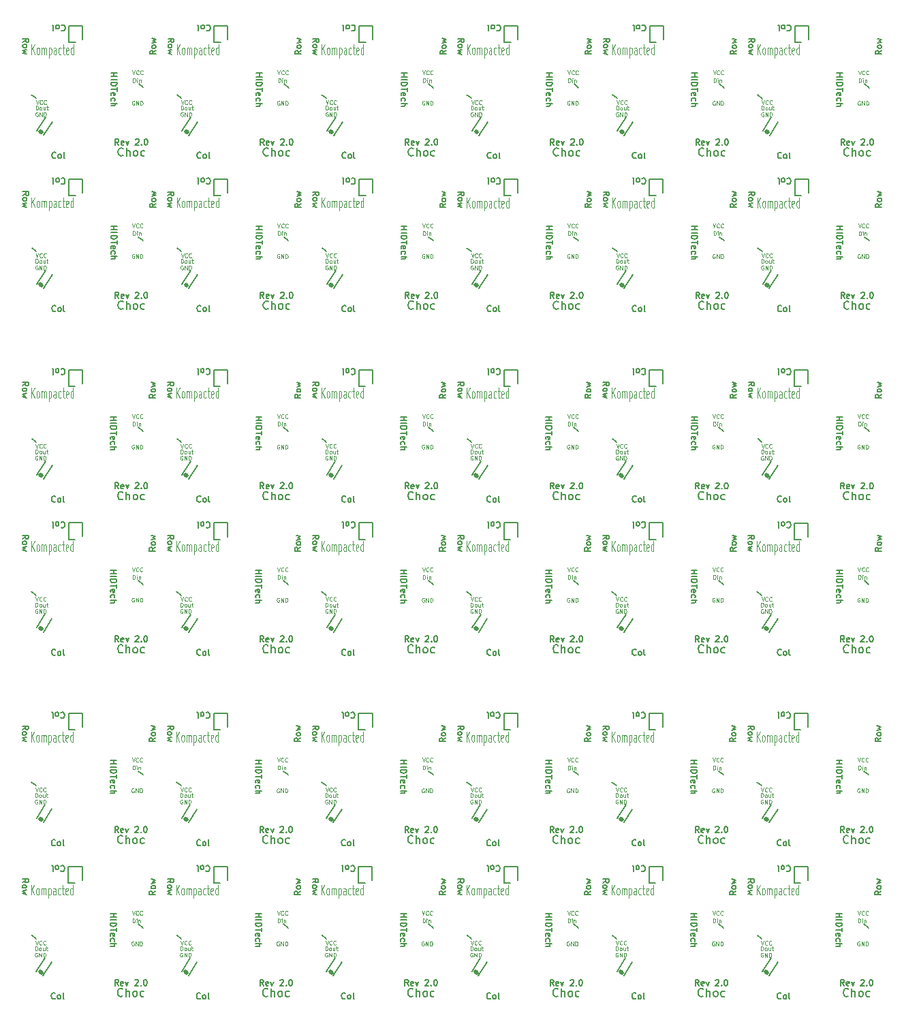
<source format=gto>
G04 #@! TF.GenerationSoftware,KiCad,Pcbnew,(5.1.5)-3*
G04 #@! TF.CreationDate,2020-05-06T16:20:12+02:00*
G04 #@! TF.ProjectId,plaque,706c6171-7565-42e6-9b69-6361645f7063,1*
G04 #@! TF.SameCoordinates,Original*
G04 #@! TF.FileFunction,Legend,Top*
G04 #@! TF.FilePolarity,Positive*
%FSLAX46Y46*%
G04 Gerber Fmt 4.6, Leading zero omitted, Abs format (unit mm)*
G04 Created by KiCad (PCBNEW (5.1.5)-3) date 2020-05-06 16:20:12*
%MOMM*%
%LPD*%
G04 APERTURE LIST*
%ADD10C,0.150000*%
%ADD11C,0.125000*%
%ADD12C,0.187500*%
%ADD13C,0.500000*%
%ADD14C,1.600000*%
%ADD15C,0.100000*%
%ADD16C,2.000000*%
%ADD17C,3.000000*%
%ADD18C,4.000000*%
%ADD19R,1.000000X1.500000*%
%ADD20C,1.701800*%
%ADD21R,2.600000X2.600000*%
%ADD22C,3.429000*%
%ADD23R,1.600000X2.600000*%
%ADD24R,1.600000X1.600000*%
G04 APERTURE END LIST*
D10*
X128184040Y-115150920D02*
X128184040Y-115400920D01*
X129876420Y-132383140D02*
X129876420Y-134083140D01*
X128184040Y-115400920D02*
X128984040Y-115400920D01*
X128176420Y-134433140D02*
X128976420Y-134433140D01*
X128184040Y-115150920D02*
X128184040Y-113350920D01*
X128184040Y-113350920D02*
X129884040Y-113350920D01*
X129884040Y-113350920D02*
X129884040Y-115050920D01*
X123538680Y-140892985D02*
X124122333Y-141382728D01*
D11*
X124050229Y-142809330D02*
X124050229Y-142309330D01*
X124169277Y-142309330D01*
X124240705Y-142333140D01*
X124288324Y-142380759D01*
X124312134Y-142428378D01*
X124335943Y-142523616D01*
X124335943Y-142595044D01*
X124312134Y-142690282D01*
X124288324Y-142737901D01*
X124240705Y-142785520D01*
X124169277Y-142809330D01*
X124050229Y-142809330D01*
X124621658Y-142809330D02*
X124574039Y-142785520D01*
X124550229Y-142761711D01*
X124526420Y-142714092D01*
X124526420Y-142571235D01*
X124550229Y-142523616D01*
X124574039Y-142499806D01*
X124621658Y-142475997D01*
X124693086Y-142475997D01*
X124740705Y-142499806D01*
X124764515Y-142523616D01*
X124788324Y-142571235D01*
X124788324Y-142714092D01*
X124764515Y-142761711D01*
X124740705Y-142785520D01*
X124693086Y-142809330D01*
X124621658Y-142809330D01*
X125216896Y-142475997D02*
X125216896Y-142809330D01*
X125002610Y-142475997D02*
X125002610Y-142737901D01*
X125026420Y-142785520D01*
X125074039Y-142809330D01*
X125145467Y-142809330D01*
X125193086Y-142785520D01*
X125216896Y-142761711D01*
X125383562Y-142475997D02*
X125574039Y-142475997D01*
X125454991Y-142309330D02*
X125454991Y-142737901D01*
X125478800Y-142785520D01*
X125526420Y-142809330D01*
X125574039Y-142809330D01*
X123539377Y-135898616D02*
X123539377Y-134648616D01*
X123920291Y-135898616D02*
X123634605Y-135184330D01*
X123920291Y-134648616D02*
X123539377Y-135362901D01*
X124301205Y-135898616D02*
X124237720Y-135839092D01*
X124205977Y-135779568D01*
X124174234Y-135660520D01*
X124174234Y-135303378D01*
X124205977Y-135184330D01*
X124237720Y-135124806D01*
X124301205Y-135065282D01*
X124396434Y-135065282D01*
X124459920Y-135124806D01*
X124491662Y-135184330D01*
X124523405Y-135303378D01*
X124523405Y-135660520D01*
X124491662Y-135779568D01*
X124459920Y-135839092D01*
X124396434Y-135898616D01*
X124301205Y-135898616D01*
X124809091Y-135898616D02*
X124809091Y-135065282D01*
X124809091Y-135184330D02*
X124840834Y-135124806D01*
X124904320Y-135065282D01*
X124999548Y-135065282D01*
X125063034Y-135124806D01*
X125094777Y-135243854D01*
X125094777Y-135898616D01*
X125094777Y-135243854D02*
X125126520Y-135124806D01*
X125190005Y-135065282D01*
X125285234Y-135065282D01*
X125348720Y-135124806D01*
X125380462Y-135243854D01*
X125380462Y-135898616D01*
X125697891Y-135065282D02*
X125697891Y-136315282D01*
X125697891Y-135124806D02*
X125761377Y-135065282D01*
X125888348Y-135065282D01*
X125951834Y-135124806D01*
X125983577Y-135184330D01*
X126015320Y-135303378D01*
X126015320Y-135660520D01*
X125983577Y-135779568D01*
X125951834Y-135839092D01*
X125888348Y-135898616D01*
X125761377Y-135898616D01*
X125697891Y-135839092D01*
X126586691Y-135898616D02*
X126586691Y-135243854D01*
X126554948Y-135124806D01*
X126491462Y-135065282D01*
X126364491Y-135065282D01*
X126301005Y-135124806D01*
X126586691Y-135839092D02*
X126523205Y-135898616D01*
X126364491Y-135898616D01*
X126301005Y-135839092D01*
X126269262Y-135720044D01*
X126269262Y-135600997D01*
X126301005Y-135481949D01*
X126364491Y-135422425D01*
X126523205Y-135422425D01*
X126586691Y-135362901D01*
X127189805Y-135839092D02*
X127126320Y-135898616D01*
X126999348Y-135898616D01*
X126935862Y-135839092D01*
X126904120Y-135779568D01*
X126872377Y-135660520D01*
X126872377Y-135303378D01*
X126904120Y-135184330D01*
X126935862Y-135124806D01*
X126999348Y-135065282D01*
X127126320Y-135065282D01*
X127189805Y-135124806D01*
X127380262Y-135065282D02*
X127634205Y-135065282D01*
X127475491Y-134648616D02*
X127475491Y-135720044D01*
X127507234Y-135839092D01*
X127570720Y-135898616D01*
X127634205Y-135898616D01*
X128110348Y-135839092D02*
X128046862Y-135898616D01*
X127919891Y-135898616D01*
X127856405Y-135839092D01*
X127824662Y-135720044D01*
X127824662Y-135243854D01*
X127856405Y-135124806D01*
X127919891Y-135065282D01*
X128046862Y-135065282D01*
X128110348Y-135124806D01*
X128142091Y-135243854D01*
X128142091Y-135362901D01*
X127824662Y-135481949D01*
X128713462Y-135898616D02*
X128713462Y-134648616D01*
X128713462Y-135839092D02*
X128649977Y-135898616D01*
X128523005Y-135898616D01*
X128459520Y-135839092D01*
X128427777Y-135779568D01*
X128396034Y-135660520D01*
X128396034Y-135303378D01*
X128427777Y-135184330D01*
X128459520Y-135124806D01*
X128523005Y-135065282D01*
X128649977Y-135065282D01*
X128713462Y-135124806D01*
D10*
X134370248Y-147172425D02*
X134120248Y-146815282D01*
X133941677Y-147172425D02*
X133941677Y-146422425D01*
X134227391Y-146422425D01*
X134298820Y-146458140D01*
X134334534Y-146493854D01*
X134370248Y-146565282D01*
X134370248Y-146672425D01*
X134334534Y-146743854D01*
X134298820Y-146779568D01*
X134227391Y-146815282D01*
X133941677Y-146815282D01*
X134977391Y-147136711D02*
X134905962Y-147172425D01*
X134763105Y-147172425D01*
X134691677Y-147136711D01*
X134655962Y-147065282D01*
X134655962Y-146779568D01*
X134691677Y-146708140D01*
X134763105Y-146672425D01*
X134905962Y-146672425D01*
X134977391Y-146708140D01*
X135013105Y-146779568D01*
X135013105Y-146850997D01*
X134655962Y-146922425D01*
X135263105Y-146672425D02*
X135441677Y-147172425D01*
X135620248Y-146672425D01*
X136441677Y-146493854D02*
X136477391Y-146458140D01*
X136548820Y-146422425D01*
X136727391Y-146422425D01*
X136798820Y-146458140D01*
X136834534Y-146493854D01*
X136870248Y-146565282D01*
X136870248Y-146636711D01*
X136834534Y-146743854D01*
X136405962Y-147172425D01*
X136870248Y-147172425D01*
X137191677Y-147100997D02*
X137227391Y-147136711D01*
X137191677Y-147172425D01*
X137155962Y-147136711D01*
X137191677Y-147100997D01*
X137191677Y-147172425D01*
X137691677Y-146422425D02*
X137763105Y-146422425D01*
X137834534Y-146458140D01*
X137870248Y-146493854D01*
X137905962Y-146565282D01*
X137941677Y-146708140D01*
X137941677Y-146886711D01*
X137905962Y-147029568D01*
X137870248Y-147100997D01*
X137834534Y-147136711D01*
X137763105Y-147172425D01*
X137691677Y-147172425D01*
X137620248Y-147136711D01*
X137584534Y-147100997D01*
X137548820Y-147029568D01*
X137513105Y-146886711D01*
X137513105Y-146708140D01*
X137548820Y-146565282D01*
X137584534Y-146493854D01*
X137620248Y-146458140D01*
X137691677Y-146422425D01*
D12*
X122437134Y-134383140D02*
X122794277Y-134133140D01*
X122437134Y-133954568D02*
X123187134Y-133954568D01*
X123187134Y-134240282D01*
X123151420Y-134311711D01*
X123115705Y-134347425D01*
X123044277Y-134383140D01*
X122937134Y-134383140D01*
X122865705Y-134347425D01*
X122829991Y-134311711D01*
X122794277Y-134240282D01*
X122794277Y-133954568D01*
X122437134Y-134811711D02*
X122472848Y-134740282D01*
X122508562Y-134704568D01*
X122579991Y-134668854D01*
X122794277Y-134668854D01*
X122865705Y-134704568D01*
X122901420Y-134740282D01*
X122937134Y-134811711D01*
X122937134Y-134918854D01*
X122901420Y-134990282D01*
X122865705Y-135025997D01*
X122794277Y-135061711D01*
X122579991Y-135061711D01*
X122508562Y-135025997D01*
X122472848Y-134990282D01*
X122437134Y-134918854D01*
X122437134Y-134811711D01*
X122937134Y-135311711D02*
X122437134Y-135454568D01*
X122794277Y-135597425D01*
X122437134Y-135740282D01*
X122937134Y-135883140D01*
D10*
X136838680Y-139542985D02*
X137422333Y-140032728D01*
X133387134Y-138247425D02*
X134137134Y-138247425D01*
X133779991Y-138247425D02*
X133779991Y-138675997D01*
X133387134Y-138675997D02*
X134137134Y-138675997D01*
X133387134Y-139033140D02*
X134137134Y-139033140D01*
X133387134Y-139390282D02*
X134137134Y-139390282D01*
X134137134Y-139568854D01*
X134101420Y-139675997D01*
X134029991Y-139747425D01*
X133958562Y-139783140D01*
X133815705Y-139818854D01*
X133708562Y-139818854D01*
X133565705Y-139783140D01*
X133494277Y-139747425D01*
X133422848Y-139675997D01*
X133387134Y-139568854D01*
X133387134Y-139390282D01*
X134137134Y-140033140D02*
X134137134Y-140461711D01*
X133387134Y-140247425D02*
X134137134Y-140247425D01*
X133422848Y-140997425D02*
X133387134Y-140925997D01*
X133387134Y-140783140D01*
X133422848Y-140711711D01*
X133494277Y-140675997D01*
X133779991Y-140675997D01*
X133851420Y-140711711D01*
X133887134Y-140783140D01*
X133887134Y-140925997D01*
X133851420Y-140997425D01*
X133779991Y-141033140D01*
X133708562Y-141033140D01*
X133637134Y-140675997D01*
X133422848Y-141675997D02*
X133387134Y-141604568D01*
X133387134Y-141461711D01*
X133422848Y-141390282D01*
X133458562Y-141354568D01*
X133529991Y-141318854D01*
X133744277Y-141318854D01*
X133815705Y-141354568D01*
X133851420Y-141390282D01*
X133887134Y-141461711D01*
X133887134Y-141604568D01*
X133851420Y-141675997D01*
X133387134Y-141997425D02*
X134137134Y-141997425D01*
X133387134Y-142318854D02*
X133779991Y-142318854D01*
X133851420Y-142283140D01*
X133887134Y-142211711D01*
X133887134Y-142104568D01*
X133851420Y-142033140D01*
X133815705Y-141997425D01*
X134902610Y-148440282D02*
X134854991Y-148487901D01*
X134712134Y-148535520D01*
X134616896Y-148535520D01*
X134474039Y-148487901D01*
X134378800Y-148392663D01*
X134331181Y-148297425D01*
X134283562Y-148106949D01*
X134283562Y-147964092D01*
X134331181Y-147773616D01*
X134378800Y-147678378D01*
X134474039Y-147583140D01*
X134616896Y-147535520D01*
X134712134Y-147535520D01*
X134854991Y-147583140D01*
X134902610Y-147630759D01*
X135331181Y-148535520D02*
X135331181Y-147535520D01*
X135759753Y-148535520D02*
X135759753Y-148011711D01*
X135712134Y-147916473D01*
X135616896Y-147868854D01*
X135474039Y-147868854D01*
X135378800Y-147916473D01*
X135331181Y-147964092D01*
X136378800Y-148535520D02*
X136283562Y-148487901D01*
X136235943Y-148440282D01*
X136188324Y-148345044D01*
X136188324Y-148059330D01*
X136235943Y-147964092D01*
X136283562Y-147916473D01*
X136378800Y-147868854D01*
X136521658Y-147868854D01*
X136616896Y-147916473D01*
X136664515Y-147964092D01*
X136712134Y-148059330D01*
X136712134Y-148345044D01*
X136664515Y-148440282D01*
X136616896Y-148487901D01*
X136521658Y-148535520D01*
X136378800Y-148535520D01*
X137569277Y-148487901D02*
X137474039Y-148535520D01*
X137283562Y-148535520D01*
X137188324Y-148487901D01*
X137140705Y-148440282D01*
X137093086Y-148345044D01*
X137093086Y-148059330D01*
X137140705Y-147964092D01*
X137188324Y-147916473D01*
X137283562Y-147868854D01*
X137474039Y-147868854D01*
X137569277Y-147916473D01*
D11*
X124295467Y-143133140D02*
X124247848Y-143109330D01*
X124176420Y-143109330D01*
X124104991Y-143133140D01*
X124057372Y-143180759D01*
X124033562Y-143228378D01*
X124009753Y-143323616D01*
X124009753Y-143395044D01*
X124033562Y-143490282D01*
X124057372Y-143537901D01*
X124104991Y-143585520D01*
X124176420Y-143609330D01*
X124224039Y-143609330D01*
X124295467Y-143585520D01*
X124319277Y-143561711D01*
X124319277Y-143395044D01*
X124224039Y-143395044D01*
X124533562Y-143609330D02*
X124533562Y-143109330D01*
X124819277Y-143609330D01*
X124819277Y-143109330D01*
X125057372Y-143609330D02*
X125057372Y-143109330D01*
X125176420Y-143109330D01*
X125247848Y-143133140D01*
X125295467Y-143180759D01*
X125319277Y-143228378D01*
X125343086Y-143323616D01*
X125343086Y-143395044D01*
X125319277Y-143490282D01*
X125295467Y-143537901D01*
X125247848Y-143585520D01*
X125176420Y-143609330D01*
X125057372Y-143609330D01*
X136059753Y-137909330D02*
X136226420Y-138409330D01*
X136393086Y-137909330D01*
X136845467Y-138361711D02*
X136821658Y-138385520D01*
X136750229Y-138409330D01*
X136702610Y-138409330D01*
X136631181Y-138385520D01*
X136583562Y-138337901D01*
X136559753Y-138290282D01*
X136535943Y-138195044D01*
X136535943Y-138123616D01*
X136559753Y-138028378D01*
X136583562Y-137980759D01*
X136631181Y-137933140D01*
X136702610Y-137909330D01*
X136750229Y-137909330D01*
X136821658Y-137933140D01*
X136845467Y-137956949D01*
X137345467Y-138361711D02*
X137321658Y-138385520D01*
X137250229Y-138409330D01*
X137202610Y-138409330D01*
X137131181Y-138385520D01*
X137083562Y-138337901D01*
X137059753Y-138290282D01*
X137035943Y-138195044D01*
X137035943Y-138123616D01*
X137059753Y-138028378D01*
X137083562Y-137980759D01*
X137131181Y-137933140D01*
X137202610Y-137909330D01*
X137250229Y-137909330D01*
X137321658Y-137933140D01*
X137345467Y-137956949D01*
X124059753Y-141609330D02*
X124226420Y-142109330D01*
X124393086Y-141609330D01*
X124845467Y-142061711D02*
X124821658Y-142085520D01*
X124750229Y-142109330D01*
X124702610Y-142109330D01*
X124631181Y-142085520D01*
X124583562Y-142037901D01*
X124559753Y-141990282D01*
X124535943Y-141895044D01*
X124535943Y-141823616D01*
X124559753Y-141728378D01*
X124583562Y-141680759D01*
X124631181Y-141633140D01*
X124702610Y-141609330D01*
X124750229Y-141609330D01*
X124821658Y-141633140D01*
X124845467Y-141656949D01*
X125345467Y-142061711D02*
X125321658Y-142085520D01*
X125250229Y-142109330D01*
X125202610Y-142109330D01*
X125131181Y-142085520D01*
X125083562Y-142037901D01*
X125059753Y-141990282D01*
X125035943Y-141895044D01*
X125035943Y-141823616D01*
X125059753Y-141728378D01*
X125083562Y-141680759D01*
X125131181Y-141633140D01*
X125202610Y-141609330D01*
X125250229Y-141609330D01*
X125321658Y-141633140D01*
X125345467Y-141656949D01*
X136295467Y-141733140D02*
X136247848Y-141709330D01*
X136176420Y-141709330D01*
X136104991Y-141733140D01*
X136057372Y-141780759D01*
X136033562Y-141828378D01*
X136009753Y-141923616D01*
X136009753Y-141995044D01*
X136033562Y-142090282D01*
X136057372Y-142137901D01*
X136104991Y-142185520D01*
X136176420Y-142209330D01*
X136224039Y-142209330D01*
X136295467Y-142185520D01*
X136319277Y-142161711D01*
X136319277Y-141995044D01*
X136224039Y-141995044D01*
X136533562Y-142209330D02*
X136533562Y-141709330D01*
X136819277Y-142209330D01*
X136819277Y-141709330D01*
X137057372Y-142209330D02*
X137057372Y-141709330D01*
X137176420Y-141709330D01*
X137247848Y-141733140D01*
X137295467Y-141780759D01*
X137319277Y-141828378D01*
X137343086Y-141923616D01*
X137343086Y-141995044D01*
X137319277Y-142090282D01*
X137295467Y-142137901D01*
X137247848Y-142185520D01*
X137176420Y-142209330D01*
X137057372Y-142209330D01*
X136150229Y-139359330D02*
X136150229Y-138859330D01*
X136269277Y-138859330D01*
X136340705Y-138883140D01*
X136388324Y-138930759D01*
X136412134Y-138978378D01*
X136435943Y-139073616D01*
X136435943Y-139145044D01*
X136412134Y-139240282D01*
X136388324Y-139287901D01*
X136340705Y-139335520D01*
X136269277Y-139359330D01*
X136150229Y-139359330D01*
X136650229Y-139359330D02*
X136650229Y-139025997D01*
X136650229Y-138859330D02*
X136626420Y-138883140D01*
X136650229Y-138906949D01*
X136674039Y-138883140D01*
X136650229Y-138859330D01*
X136650229Y-138906949D01*
X136888324Y-139025997D02*
X136888324Y-139359330D01*
X136888324Y-139073616D02*
X136912134Y-139049806D01*
X136959753Y-139025997D01*
X137031181Y-139025997D01*
X137078800Y-139049806D01*
X137102610Y-139097425D01*
X137102610Y-139359330D01*
X136157849Y-120327110D02*
X136157849Y-119827110D01*
X136276897Y-119827110D01*
X136348325Y-119850920D01*
X136395944Y-119898539D01*
X136419754Y-119946158D01*
X136443563Y-120041396D01*
X136443563Y-120112824D01*
X136419754Y-120208062D01*
X136395944Y-120255681D01*
X136348325Y-120303300D01*
X136276897Y-120327110D01*
X136157849Y-120327110D01*
X136657849Y-120327110D02*
X136657849Y-119993777D01*
X136657849Y-119827110D02*
X136634040Y-119850920D01*
X136657849Y-119874729D01*
X136681659Y-119850920D01*
X136657849Y-119827110D01*
X136657849Y-119874729D01*
X136895944Y-119993777D02*
X136895944Y-120327110D01*
X136895944Y-120041396D02*
X136919754Y-120017586D01*
X136967373Y-119993777D01*
X137038801Y-119993777D01*
X137086420Y-120017586D01*
X137110230Y-120065205D01*
X137110230Y-120327110D01*
D10*
X134377868Y-128140205D02*
X134127868Y-127783062D01*
X133949297Y-128140205D02*
X133949297Y-127390205D01*
X134235011Y-127390205D01*
X134306440Y-127425920D01*
X134342154Y-127461634D01*
X134377868Y-127533062D01*
X134377868Y-127640205D01*
X134342154Y-127711634D01*
X134306440Y-127747348D01*
X134235011Y-127783062D01*
X133949297Y-127783062D01*
X134985011Y-128104491D02*
X134913582Y-128140205D01*
X134770725Y-128140205D01*
X134699297Y-128104491D01*
X134663582Y-128033062D01*
X134663582Y-127747348D01*
X134699297Y-127675920D01*
X134770725Y-127640205D01*
X134913582Y-127640205D01*
X134985011Y-127675920D01*
X135020725Y-127747348D01*
X135020725Y-127818777D01*
X134663582Y-127890205D01*
X135270725Y-127640205D02*
X135449297Y-128140205D01*
X135627868Y-127640205D01*
X136449297Y-127461634D02*
X136485011Y-127425920D01*
X136556440Y-127390205D01*
X136735011Y-127390205D01*
X136806440Y-127425920D01*
X136842154Y-127461634D01*
X136877868Y-127533062D01*
X136877868Y-127604491D01*
X136842154Y-127711634D01*
X136413582Y-128140205D01*
X136877868Y-128140205D01*
X137199297Y-128068777D02*
X137235011Y-128104491D01*
X137199297Y-128140205D01*
X137163582Y-128104491D01*
X137199297Y-128068777D01*
X137199297Y-128140205D01*
X137699297Y-127390205D02*
X137770725Y-127390205D01*
X137842154Y-127425920D01*
X137877868Y-127461634D01*
X137913582Y-127533062D01*
X137949297Y-127675920D01*
X137949297Y-127854491D01*
X137913582Y-127997348D01*
X137877868Y-128068777D01*
X137842154Y-128104491D01*
X137770725Y-128140205D01*
X137699297Y-128140205D01*
X137627868Y-128104491D01*
X137592154Y-128068777D01*
X137556440Y-127997348D01*
X137520725Y-127854491D01*
X137520725Y-127675920D01*
X137556440Y-127533062D01*
X137592154Y-127461634D01*
X137627868Y-127425920D01*
X137699297Y-127390205D01*
D12*
X138973325Y-116400920D02*
X138616182Y-116650920D01*
X138973325Y-116829491D02*
X138223325Y-116829491D01*
X138223325Y-116543777D01*
X138259040Y-116472348D01*
X138294754Y-116436634D01*
X138366182Y-116400920D01*
X138473325Y-116400920D01*
X138544754Y-116436634D01*
X138580468Y-116472348D01*
X138616182Y-116543777D01*
X138616182Y-116829491D01*
X138973325Y-115972348D02*
X138937611Y-116043777D01*
X138901897Y-116079491D01*
X138830468Y-116115205D01*
X138616182Y-116115205D01*
X138544754Y-116079491D01*
X138509040Y-116043777D01*
X138473325Y-115972348D01*
X138473325Y-115865205D01*
X138509040Y-115793777D01*
X138544754Y-115758062D01*
X138616182Y-115722348D01*
X138830468Y-115722348D01*
X138901897Y-115758062D01*
X138937611Y-115793777D01*
X138973325Y-115865205D01*
X138973325Y-115972348D01*
X138473325Y-115472348D02*
X138973325Y-115329491D01*
X138616182Y-115186634D01*
X138973325Y-115043777D01*
X138473325Y-114900920D01*
X127229991Y-132315282D02*
X127265705Y-132279568D01*
X127372848Y-132243854D01*
X127444277Y-132243854D01*
X127551420Y-132279568D01*
X127622848Y-132350997D01*
X127658562Y-132422425D01*
X127694277Y-132565282D01*
X127694277Y-132672425D01*
X127658562Y-132815282D01*
X127622848Y-132886711D01*
X127551420Y-132958140D01*
X127444277Y-132993854D01*
X127372848Y-132993854D01*
X127265705Y-132958140D01*
X127229991Y-132922425D01*
X126801420Y-132243854D02*
X126872848Y-132279568D01*
X126908562Y-132315282D01*
X126944277Y-132386711D01*
X126944277Y-132600997D01*
X126908562Y-132672425D01*
X126872848Y-132708140D01*
X126801420Y-132743854D01*
X126694277Y-132743854D01*
X126622848Y-132708140D01*
X126587134Y-132672425D01*
X126551420Y-132600997D01*
X126551420Y-132386711D01*
X126587134Y-132315282D01*
X126622848Y-132279568D01*
X126694277Y-132243854D01*
X126801420Y-132243854D01*
X126122848Y-132243854D02*
X126194277Y-132279568D01*
X126229991Y-132350997D01*
X126229991Y-132993854D01*
X126522848Y-148750997D02*
X126487134Y-148786711D01*
X126379991Y-148822425D01*
X126308562Y-148822425D01*
X126201420Y-148786711D01*
X126129991Y-148715282D01*
X126094277Y-148643854D01*
X126058562Y-148500997D01*
X126058562Y-148393854D01*
X126094277Y-148250997D01*
X126129991Y-148179568D01*
X126201420Y-148108140D01*
X126308562Y-148072425D01*
X126379991Y-148072425D01*
X126487134Y-148108140D01*
X126522848Y-148143854D01*
X126951420Y-148822425D02*
X126879991Y-148786711D01*
X126844277Y-148750997D01*
X126808562Y-148679568D01*
X126808562Y-148465282D01*
X126844277Y-148393854D01*
X126879991Y-148358140D01*
X126951420Y-148322425D01*
X127058562Y-148322425D01*
X127129991Y-148358140D01*
X127165705Y-148393854D01*
X127201420Y-148465282D01*
X127201420Y-148679568D01*
X127165705Y-148750997D01*
X127129991Y-148786711D01*
X127058562Y-148822425D01*
X126951420Y-148822425D01*
X127629991Y-148822425D02*
X127558562Y-148786711D01*
X127522848Y-148715282D01*
X127522848Y-148072425D01*
D11*
X136303087Y-122700920D02*
X136255468Y-122677110D01*
X136184040Y-122677110D01*
X136112611Y-122700920D01*
X136064992Y-122748539D01*
X136041182Y-122796158D01*
X136017373Y-122891396D01*
X136017373Y-122962824D01*
X136041182Y-123058062D01*
X136064992Y-123105681D01*
X136112611Y-123153300D01*
X136184040Y-123177110D01*
X136231659Y-123177110D01*
X136303087Y-123153300D01*
X136326897Y-123129491D01*
X136326897Y-122962824D01*
X136231659Y-122962824D01*
X136541182Y-123177110D02*
X136541182Y-122677110D01*
X136826897Y-123177110D01*
X136826897Y-122677110D01*
X137064992Y-123177110D02*
X137064992Y-122677110D01*
X137184040Y-122677110D01*
X137255468Y-122700920D01*
X137303087Y-122748539D01*
X137326897Y-122796158D01*
X137350706Y-122891396D01*
X137350706Y-122962824D01*
X137326897Y-123058062D01*
X137303087Y-123105681D01*
X137255468Y-123153300D01*
X137184040Y-123177110D01*
X137064992Y-123177110D01*
D10*
X136846300Y-120510765D02*
X137429953Y-121000508D01*
D11*
X136067373Y-118877110D02*
X136234040Y-119377110D01*
X136400706Y-118877110D01*
X136853087Y-119329491D02*
X136829278Y-119353300D01*
X136757849Y-119377110D01*
X136710230Y-119377110D01*
X136638801Y-119353300D01*
X136591182Y-119305681D01*
X136567373Y-119258062D01*
X136543563Y-119162824D01*
X136543563Y-119091396D01*
X136567373Y-118996158D01*
X136591182Y-118948539D01*
X136638801Y-118900920D01*
X136710230Y-118877110D01*
X136757849Y-118877110D01*
X136829278Y-118900920D01*
X136853087Y-118924729D01*
X137353087Y-119329491D02*
X137329278Y-119353300D01*
X137257849Y-119377110D01*
X137210230Y-119377110D01*
X137138801Y-119353300D01*
X137091182Y-119305681D01*
X137067373Y-119258062D01*
X137043563Y-119162824D01*
X137043563Y-119091396D01*
X137067373Y-118996158D01*
X137091182Y-118948539D01*
X137138801Y-118900920D01*
X137210230Y-118877110D01*
X137257849Y-118877110D01*
X137329278Y-118900920D01*
X137353087Y-118924729D01*
D12*
X122444754Y-115350920D02*
X122801897Y-115100920D01*
X122444754Y-114922348D02*
X123194754Y-114922348D01*
X123194754Y-115208062D01*
X123159040Y-115279491D01*
X123123325Y-115315205D01*
X123051897Y-115350920D01*
X122944754Y-115350920D01*
X122873325Y-115315205D01*
X122837611Y-115279491D01*
X122801897Y-115208062D01*
X122801897Y-114922348D01*
X122444754Y-115779491D02*
X122480468Y-115708062D01*
X122516182Y-115672348D01*
X122587611Y-115636634D01*
X122801897Y-115636634D01*
X122873325Y-115672348D01*
X122909040Y-115708062D01*
X122944754Y-115779491D01*
X122944754Y-115886634D01*
X122909040Y-115958062D01*
X122873325Y-115993777D01*
X122801897Y-116029491D01*
X122587611Y-116029491D01*
X122516182Y-115993777D01*
X122480468Y-115958062D01*
X122444754Y-115886634D01*
X122444754Y-115779491D01*
X122944754Y-116279491D02*
X122444754Y-116422348D01*
X122801897Y-116565205D01*
X122444754Y-116708062D01*
X122944754Y-116850920D01*
D11*
X123546997Y-116866396D02*
X123546997Y-115616396D01*
X123927911Y-116866396D02*
X123642225Y-116152110D01*
X123927911Y-115616396D02*
X123546997Y-116330681D01*
X124308825Y-116866396D02*
X124245340Y-116806872D01*
X124213597Y-116747348D01*
X124181854Y-116628300D01*
X124181854Y-116271158D01*
X124213597Y-116152110D01*
X124245340Y-116092586D01*
X124308825Y-116033062D01*
X124404054Y-116033062D01*
X124467540Y-116092586D01*
X124499282Y-116152110D01*
X124531025Y-116271158D01*
X124531025Y-116628300D01*
X124499282Y-116747348D01*
X124467540Y-116806872D01*
X124404054Y-116866396D01*
X124308825Y-116866396D01*
X124816711Y-116866396D02*
X124816711Y-116033062D01*
X124816711Y-116152110D02*
X124848454Y-116092586D01*
X124911940Y-116033062D01*
X125007168Y-116033062D01*
X125070654Y-116092586D01*
X125102397Y-116211634D01*
X125102397Y-116866396D01*
X125102397Y-116211634D02*
X125134140Y-116092586D01*
X125197625Y-116033062D01*
X125292854Y-116033062D01*
X125356340Y-116092586D01*
X125388082Y-116211634D01*
X125388082Y-116866396D01*
X125705511Y-116033062D02*
X125705511Y-117283062D01*
X125705511Y-116092586D02*
X125768997Y-116033062D01*
X125895968Y-116033062D01*
X125959454Y-116092586D01*
X125991197Y-116152110D01*
X126022940Y-116271158D01*
X126022940Y-116628300D01*
X125991197Y-116747348D01*
X125959454Y-116806872D01*
X125895968Y-116866396D01*
X125768997Y-116866396D01*
X125705511Y-116806872D01*
X126594311Y-116866396D02*
X126594311Y-116211634D01*
X126562568Y-116092586D01*
X126499082Y-116033062D01*
X126372111Y-116033062D01*
X126308625Y-116092586D01*
X126594311Y-116806872D02*
X126530825Y-116866396D01*
X126372111Y-116866396D01*
X126308625Y-116806872D01*
X126276882Y-116687824D01*
X126276882Y-116568777D01*
X126308625Y-116449729D01*
X126372111Y-116390205D01*
X126530825Y-116390205D01*
X126594311Y-116330681D01*
X127197425Y-116806872D02*
X127133940Y-116866396D01*
X127006968Y-116866396D01*
X126943482Y-116806872D01*
X126911740Y-116747348D01*
X126879997Y-116628300D01*
X126879997Y-116271158D01*
X126911740Y-116152110D01*
X126943482Y-116092586D01*
X127006968Y-116033062D01*
X127133940Y-116033062D01*
X127197425Y-116092586D01*
X127387882Y-116033062D02*
X127641825Y-116033062D01*
X127483111Y-115616396D02*
X127483111Y-116687824D01*
X127514854Y-116806872D01*
X127578340Y-116866396D01*
X127641825Y-116866396D01*
X128117968Y-116806872D02*
X128054482Y-116866396D01*
X127927511Y-116866396D01*
X127864025Y-116806872D01*
X127832282Y-116687824D01*
X127832282Y-116211634D01*
X127864025Y-116092586D01*
X127927511Y-116033062D01*
X128054482Y-116033062D01*
X128117968Y-116092586D01*
X128149711Y-116211634D01*
X128149711Y-116330681D01*
X127832282Y-116449729D01*
X128721082Y-116866396D02*
X128721082Y-115616396D01*
X128721082Y-116806872D02*
X128657597Y-116866396D01*
X128530625Y-116866396D01*
X128467140Y-116806872D01*
X128435397Y-116747348D01*
X128403654Y-116628300D01*
X128403654Y-116271158D01*
X128435397Y-116152110D01*
X128467140Y-116092586D01*
X128530625Y-116033062D01*
X128657597Y-116033062D01*
X128721082Y-116092586D01*
D12*
X138965705Y-135433140D02*
X138608562Y-135683140D01*
X138965705Y-135861711D02*
X138215705Y-135861711D01*
X138215705Y-135575997D01*
X138251420Y-135504568D01*
X138287134Y-135468854D01*
X138358562Y-135433140D01*
X138465705Y-135433140D01*
X138537134Y-135468854D01*
X138572848Y-135504568D01*
X138608562Y-135575997D01*
X138608562Y-135861711D01*
X138965705Y-135004568D02*
X138929991Y-135075997D01*
X138894277Y-135111711D01*
X138822848Y-135147425D01*
X138608562Y-135147425D01*
X138537134Y-135111711D01*
X138501420Y-135075997D01*
X138465705Y-135004568D01*
X138465705Y-134897425D01*
X138501420Y-134825997D01*
X138537134Y-134790282D01*
X138608562Y-134754568D01*
X138822848Y-134754568D01*
X138894277Y-134790282D01*
X138929991Y-134825997D01*
X138965705Y-134897425D01*
X138965705Y-135004568D01*
X138465705Y-134504568D02*
X138965705Y-134361711D01*
X138608562Y-134218854D01*
X138965705Y-134075997D01*
X138465705Y-133933140D01*
D10*
X123546300Y-121860765D02*
X124129953Y-122350508D01*
D12*
X126530468Y-129718777D02*
X126494754Y-129754491D01*
X126387611Y-129790205D01*
X126316182Y-129790205D01*
X126209040Y-129754491D01*
X126137611Y-129683062D01*
X126101897Y-129611634D01*
X126066182Y-129468777D01*
X126066182Y-129361634D01*
X126101897Y-129218777D01*
X126137611Y-129147348D01*
X126209040Y-129075920D01*
X126316182Y-129040205D01*
X126387611Y-129040205D01*
X126494754Y-129075920D01*
X126530468Y-129111634D01*
X126959040Y-129790205D02*
X126887611Y-129754491D01*
X126851897Y-129718777D01*
X126816182Y-129647348D01*
X126816182Y-129433062D01*
X126851897Y-129361634D01*
X126887611Y-129325920D01*
X126959040Y-129290205D01*
X127066182Y-129290205D01*
X127137611Y-129325920D01*
X127173325Y-129361634D01*
X127209040Y-129433062D01*
X127209040Y-129647348D01*
X127173325Y-129718777D01*
X127137611Y-129754491D01*
X127066182Y-129790205D01*
X126959040Y-129790205D01*
X127637611Y-129790205D02*
X127566182Y-129754491D01*
X127530468Y-129683062D01*
X127530468Y-129040205D01*
D11*
X124057849Y-123777110D02*
X124057849Y-123277110D01*
X124176897Y-123277110D01*
X124248325Y-123300920D01*
X124295944Y-123348539D01*
X124319754Y-123396158D01*
X124343563Y-123491396D01*
X124343563Y-123562824D01*
X124319754Y-123658062D01*
X124295944Y-123705681D01*
X124248325Y-123753300D01*
X124176897Y-123777110D01*
X124057849Y-123777110D01*
X124629278Y-123777110D02*
X124581659Y-123753300D01*
X124557849Y-123729491D01*
X124534040Y-123681872D01*
X124534040Y-123539015D01*
X124557849Y-123491396D01*
X124581659Y-123467586D01*
X124629278Y-123443777D01*
X124700706Y-123443777D01*
X124748325Y-123467586D01*
X124772135Y-123491396D01*
X124795944Y-123539015D01*
X124795944Y-123681872D01*
X124772135Y-123729491D01*
X124748325Y-123753300D01*
X124700706Y-123777110D01*
X124629278Y-123777110D01*
X125224516Y-123443777D02*
X125224516Y-123777110D01*
X125010230Y-123443777D02*
X125010230Y-123705681D01*
X125034040Y-123753300D01*
X125081659Y-123777110D01*
X125153087Y-123777110D01*
X125200706Y-123753300D01*
X125224516Y-123729491D01*
X125391182Y-123443777D02*
X125581659Y-123443777D01*
X125462611Y-123277110D02*
X125462611Y-123705681D01*
X125486420Y-123753300D01*
X125534040Y-123777110D01*
X125581659Y-123777110D01*
X124067373Y-122577110D02*
X124234040Y-123077110D01*
X124400706Y-122577110D01*
X124853087Y-123029491D02*
X124829278Y-123053300D01*
X124757849Y-123077110D01*
X124710230Y-123077110D01*
X124638801Y-123053300D01*
X124591182Y-123005681D01*
X124567373Y-122958062D01*
X124543563Y-122862824D01*
X124543563Y-122791396D01*
X124567373Y-122696158D01*
X124591182Y-122648539D01*
X124638801Y-122600920D01*
X124710230Y-122577110D01*
X124757849Y-122577110D01*
X124829278Y-122600920D01*
X124853087Y-122624729D01*
X125353087Y-123029491D02*
X125329278Y-123053300D01*
X125257849Y-123077110D01*
X125210230Y-123077110D01*
X125138801Y-123053300D01*
X125091182Y-123005681D01*
X125067373Y-122958062D01*
X125043563Y-122862824D01*
X125043563Y-122791396D01*
X125067373Y-122696158D01*
X125091182Y-122648539D01*
X125138801Y-122600920D01*
X125210230Y-122577110D01*
X125257849Y-122577110D01*
X125329278Y-122600920D01*
X125353087Y-122624729D01*
D10*
X134910230Y-129408062D02*
X134862611Y-129455681D01*
X134719754Y-129503300D01*
X134624516Y-129503300D01*
X134481659Y-129455681D01*
X134386420Y-129360443D01*
X134338801Y-129265205D01*
X134291182Y-129074729D01*
X134291182Y-128931872D01*
X134338801Y-128741396D01*
X134386420Y-128646158D01*
X134481659Y-128550920D01*
X134624516Y-128503300D01*
X134719754Y-128503300D01*
X134862611Y-128550920D01*
X134910230Y-128598539D01*
X135338801Y-129503300D02*
X135338801Y-128503300D01*
X135767373Y-129503300D02*
X135767373Y-128979491D01*
X135719754Y-128884253D01*
X135624516Y-128836634D01*
X135481659Y-128836634D01*
X135386420Y-128884253D01*
X135338801Y-128931872D01*
X136386420Y-129503300D02*
X136291182Y-129455681D01*
X136243563Y-129408062D01*
X136195944Y-129312824D01*
X136195944Y-129027110D01*
X136243563Y-128931872D01*
X136291182Y-128884253D01*
X136386420Y-128836634D01*
X136529278Y-128836634D01*
X136624516Y-128884253D01*
X136672135Y-128931872D01*
X136719754Y-129027110D01*
X136719754Y-129312824D01*
X136672135Y-129408062D01*
X136624516Y-129455681D01*
X136529278Y-129503300D01*
X136386420Y-129503300D01*
X137576897Y-129455681D02*
X137481659Y-129503300D01*
X137291182Y-129503300D01*
X137195944Y-129455681D01*
X137148325Y-129408062D01*
X137100706Y-129312824D01*
X137100706Y-129027110D01*
X137148325Y-128931872D01*
X137195944Y-128884253D01*
X137291182Y-128836634D01*
X137481659Y-128836634D01*
X137576897Y-128884253D01*
D12*
X127237611Y-113283062D02*
X127273325Y-113247348D01*
X127380468Y-113211634D01*
X127451897Y-113211634D01*
X127559040Y-113247348D01*
X127630468Y-113318777D01*
X127666182Y-113390205D01*
X127701897Y-113533062D01*
X127701897Y-113640205D01*
X127666182Y-113783062D01*
X127630468Y-113854491D01*
X127559040Y-113925920D01*
X127451897Y-113961634D01*
X127380468Y-113961634D01*
X127273325Y-113925920D01*
X127237611Y-113890205D01*
X126809040Y-113211634D02*
X126880468Y-113247348D01*
X126916182Y-113283062D01*
X126951897Y-113354491D01*
X126951897Y-113568777D01*
X126916182Y-113640205D01*
X126880468Y-113675920D01*
X126809040Y-113711634D01*
X126701897Y-113711634D01*
X126630468Y-113675920D01*
X126594754Y-113640205D01*
X126559040Y-113568777D01*
X126559040Y-113354491D01*
X126594754Y-113283062D01*
X126630468Y-113247348D01*
X126701897Y-113211634D01*
X126809040Y-113211634D01*
X126130468Y-113211634D02*
X126201897Y-113247348D01*
X126237611Y-113318777D01*
X126237611Y-113961634D01*
D10*
X133394754Y-119215205D02*
X134144754Y-119215205D01*
X133787611Y-119215205D02*
X133787611Y-119643777D01*
X133394754Y-119643777D02*
X134144754Y-119643777D01*
X133394754Y-120000920D02*
X134144754Y-120000920D01*
X133394754Y-120358062D02*
X134144754Y-120358062D01*
X134144754Y-120536634D01*
X134109040Y-120643777D01*
X134037611Y-120715205D01*
X133966182Y-120750920D01*
X133823325Y-120786634D01*
X133716182Y-120786634D01*
X133573325Y-120750920D01*
X133501897Y-120715205D01*
X133430468Y-120643777D01*
X133394754Y-120536634D01*
X133394754Y-120358062D01*
X134144754Y-121000920D02*
X134144754Y-121429491D01*
X133394754Y-121215205D02*
X134144754Y-121215205D01*
X133430468Y-121965205D02*
X133394754Y-121893777D01*
X133394754Y-121750920D01*
X133430468Y-121679491D01*
X133501897Y-121643777D01*
X133787611Y-121643777D01*
X133859040Y-121679491D01*
X133894754Y-121750920D01*
X133894754Y-121893777D01*
X133859040Y-121965205D01*
X133787611Y-122000920D01*
X133716182Y-122000920D01*
X133644754Y-121643777D01*
X133430468Y-122643777D02*
X133394754Y-122572348D01*
X133394754Y-122429491D01*
X133430468Y-122358062D01*
X133466182Y-122322348D01*
X133537611Y-122286634D01*
X133751897Y-122286634D01*
X133823325Y-122322348D01*
X133859040Y-122358062D01*
X133894754Y-122429491D01*
X133894754Y-122572348D01*
X133859040Y-122643777D01*
X133394754Y-122965205D02*
X134144754Y-122965205D01*
X133394754Y-123286634D02*
X133787611Y-123286634D01*
X133859040Y-123250920D01*
X133894754Y-123179491D01*
X133894754Y-123072348D01*
X133859040Y-123000920D01*
X133823325Y-122965205D01*
D11*
X124303087Y-124100920D02*
X124255468Y-124077110D01*
X124184040Y-124077110D01*
X124112611Y-124100920D01*
X124064992Y-124148539D01*
X124041182Y-124196158D01*
X124017373Y-124291396D01*
X124017373Y-124362824D01*
X124041182Y-124458062D01*
X124064992Y-124505681D01*
X124112611Y-124553300D01*
X124184040Y-124577110D01*
X124231659Y-124577110D01*
X124303087Y-124553300D01*
X124326897Y-124529491D01*
X124326897Y-124362824D01*
X124231659Y-124362824D01*
X124541182Y-124577110D02*
X124541182Y-124077110D01*
X124826897Y-124577110D01*
X124826897Y-124077110D01*
X125064992Y-124577110D02*
X125064992Y-124077110D01*
X125184040Y-124077110D01*
X125255468Y-124100920D01*
X125303087Y-124148539D01*
X125326897Y-124196158D01*
X125350706Y-124291396D01*
X125350706Y-124362824D01*
X125326897Y-124458062D01*
X125303087Y-124505681D01*
X125255468Y-124553300D01*
X125184040Y-124577110D01*
X125064992Y-124577110D01*
D10*
X110139880Y-115148380D02*
X110139880Y-113348380D01*
X110139880Y-113348380D02*
X111839880Y-113348380D01*
X110139880Y-115398380D02*
X110939880Y-115398380D01*
X110139880Y-115148380D02*
X110139880Y-115398380D01*
X111839880Y-113348380D02*
X111839880Y-115048380D01*
X111832260Y-132380600D02*
X111832260Y-134080600D01*
X110132260Y-132380600D02*
X111832260Y-132380600D01*
X110132260Y-134180600D02*
X110132260Y-134430600D01*
X128176420Y-134183140D02*
X128176420Y-132383140D01*
X110132260Y-134430600D02*
X110932260Y-134430600D01*
X128176420Y-134183140D02*
X128176420Y-134433140D01*
X110132260Y-134180600D02*
X110132260Y-132380600D01*
X128176420Y-132383140D02*
X129876420Y-132383140D01*
D11*
X105502837Y-116863856D02*
X105502837Y-115613856D01*
X105883751Y-116863856D02*
X105598065Y-116149570D01*
X105883751Y-115613856D02*
X105502837Y-116328141D01*
X106264665Y-116863856D02*
X106201180Y-116804332D01*
X106169437Y-116744808D01*
X106137694Y-116625760D01*
X106137694Y-116268618D01*
X106169437Y-116149570D01*
X106201180Y-116090046D01*
X106264665Y-116030522D01*
X106359894Y-116030522D01*
X106423380Y-116090046D01*
X106455122Y-116149570D01*
X106486865Y-116268618D01*
X106486865Y-116625760D01*
X106455122Y-116744808D01*
X106423380Y-116804332D01*
X106359894Y-116863856D01*
X106264665Y-116863856D01*
X106772551Y-116863856D02*
X106772551Y-116030522D01*
X106772551Y-116149570D02*
X106804294Y-116090046D01*
X106867780Y-116030522D01*
X106963008Y-116030522D01*
X107026494Y-116090046D01*
X107058237Y-116209094D01*
X107058237Y-116863856D01*
X107058237Y-116209094D02*
X107089980Y-116090046D01*
X107153465Y-116030522D01*
X107248694Y-116030522D01*
X107312180Y-116090046D01*
X107343922Y-116209094D01*
X107343922Y-116863856D01*
X107661351Y-116030522D02*
X107661351Y-117280522D01*
X107661351Y-116090046D02*
X107724837Y-116030522D01*
X107851808Y-116030522D01*
X107915294Y-116090046D01*
X107947037Y-116149570D01*
X107978780Y-116268618D01*
X107978780Y-116625760D01*
X107947037Y-116744808D01*
X107915294Y-116804332D01*
X107851808Y-116863856D01*
X107724837Y-116863856D01*
X107661351Y-116804332D01*
X108550151Y-116863856D02*
X108550151Y-116209094D01*
X108518408Y-116090046D01*
X108454922Y-116030522D01*
X108327951Y-116030522D01*
X108264465Y-116090046D01*
X108550151Y-116804332D02*
X108486665Y-116863856D01*
X108327951Y-116863856D01*
X108264465Y-116804332D01*
X108232722Y-116685284D01*
X108232722Y-116566237D01*
X108264465Y-116447189D01*
X108327951Y-116387665D01*
X108486665Y-116387665D01*
X108550151Y-116328141D01*
X109153265Y-116804332D02*
X109089780Y-116863856D01*
X108962808Y-116863856D01*
X108899322Y-116804332D01*
X108867580Y-116744808D01*
X108835837Y-116625760D01*
X108835837Y-116268618D01*
X108867580Y-116149570D01*
X108899322Y-116090046D01*
X108962808Y-116030522D01*
X109089780Y-116030522D01*
X109153265Y-116090046D01*
X109343722Y-116030522D02*
X109597665Y-116030522D01*
X109438951Y-115613856D02*
X109438951Y-116685284D01*
X109470694Y-116804332D01*
X109534180Y-116863856D01*
X109597665Y-116863856D01*
X110073808Y-116804332D02*
X110010322Y-116863856D01*
X109883351Y-116863856D01*
X109819865Y-116804332D01*
X109788122Y-116685284D01*
X109788122Y-116209094D01*
X109819865Y-116090046D01*
X109883351Y-116030522D01*
X110010322Y-116030522D01*
X110073808Y-116090046D01*
X110105551Y-116209094D01*
X110105551Y-116328141D01*
X109788122Y-116447189D01*
X110676922Y-116863856D02*
X110676922Y-115613856D01*
X110676922Y-116804332D02*
X110613437Y-116863856D01*
X110486465Y-116863856D01*
X110422980Y-116804332D01*
X110391237Y-116744808D01*
X110359494Y-116625760D01*
X110359494Y-116268618D01*
X110391237Y-116149570D01*
X110422980Y-116090046D01*
X110486465Y-116030522D01*
X110613437Y-116030522D01*
X110676922Y-116090046D01*
D10*
X116333708Y-128137665D02*
X116083708Y-127780522D01*
X115905137Y-128137665D02*
X115905137Y-127387665D01*
X116190851Y-127387665D01*
X116262280Y-127423380D01*
X116297994Y-127459094D01*
X116333708Y-127530522D01*
X116333708Y-127637665D01*
X116297994Y-127709094D01*
X116262280Y-127744808D01*
X116190851Y-127780522D01*
X115905137Y-127780522D01*
X116940851Y-128101951D02*
X116869422Y-128137665D01*
X116726565Y-128137665D01*
X116655137Y-128101951D01*
X116619422Y-128030522D01*
X116619422Y-127744808D01*
X116655137Y-127673380D01*
X116726565Y-127637665D01*
X116869422Y-127637665D01*
X116940851Y-127673380D01*
X116976565Y-127744808D01*
X116976565Y-127816237D01*
X116619422Y-127887665D01*
X117226565Y-127637665D02*
X117405137Y-128137665D01*
X117583708Y-127637665D01*
X118405137Y-127459094D02*
X118440851Y-127423380D01*
X118512280Y-127387665D01*
X118690851Y-127387665D01*
X118762280Y-127423380D01*
X118797994Y-127459094D01*
X118833708Y-127530522D01*
X118833708Y-127601951D01*
X118797994Y-127709094D01*
X118369422Y-128137665D01*
X118833708Y-128137665D01*
X119155137Y-128066237D02*
X119190851Y-128101951D01*
X119155137Y-128137665D01*
X119119422Y-128101951D01*
X119155137Y-128066237D01*
X119155137Y-128137665D01*
X119655137Y-127387665D02*
X119726565Y-127387665D01*
X119797994Y-127423380D01*
X119833708Y-127459094D01*
X119869422Y-127530522D01*
X119905137Y-127673380D01*
X119905137Y-127851951D01*
X119869422Y-127994808D01*
X119833708Y-128066237D01*
X119797994Y-128101951D01*
X119726565Y-128137665D01*
X119655137Y-128137665D01*
X119583708Y-128101951D01*
X119547994Y-128066237D01*
X119512280Y-127994808D01*
X119476565Y-127851951D01*
X119476565Y-127673380D01*
X119512280Y-127530522D01*
X119547994Y-127459094D01*
X119583708Y-127423380D01*
X119655137Y-127387665D01*
D11*
X118106069Y-139356790D02*
X118106069Y-138856790D01*
X118225117Y-138856790D01*
X118296545Y-138880600D01*
X118344164Y-138928219D01*
X118367974Y-138975838D01*
X118391783Y-139071076D01*
X118391783Y-139142504D01*
X118367974Y-139237742D01*
X118344164Y-139285361D01*
X118296545Y-139332980D01*
X118225117Y-139356790D01*
X118106069Y-139356790D01*
X118606069Y-139356790D02*
X118606069Y-139023457D01*
X118606069Y-138856790D02*
X118582260Y-138880600D01*
X118606069Y-138904409D01*
X118629879Y-138880600D01*
X118606069Y-138856790D01*
X118606069Y-138904409D01*
X118844164Y-139023457D02*
X118844164Y-139356790D01*
X118844164Y-139071076D02*
X118867974Y-139047266D01*
X118915593Y-139023457D01*
X118987021Y-139023457D01*
X119034640Y-139047266D01*
X119058450Y-139094885D01*
X119058450Y-139356790D01*
D10*
X115350594Y-119212665D02*
X116100594Y-119212665D01*
X115743451Y-119212665D02*
X115743451Y-119641237D01*
X115350594Y-119641237D02*
X116100594Y-119641237D01*
X115350594Y-119998380D02*
X116100594Y-119998380D01*
X115350594Y-120355522D02*
X116100594Y-120355522D01*
X116100594Y-120534094D01*
X116064880Y-120641237D01*
X115993451Y-120712665D01*
X115922022Y-120748380D01*
X115779165Y-120784094D01*
X115672022Y-120784094D01*
X115529165Y-120748380D01*
X115457737Y-120712665D01*
X115386308Y-120641237D01*
X115350594Y-120534094D01*
X115350594Y-120355522D01*
X116100594Y-120998380D02*
X116100594Y-121426951D01*
X115350594Y-121212665D02*
X116100594Y-121212665D01*
X115386308Y-121962665D02*
X115350594Y-121891237D01*
X115350594Y-121748380D01*
X115386308Y-121676951D01*
X115457737Y-121641237D01*
X115743451Y-121641237D01*
X115814880Y-121676951D01*
X115850594Y-121748380D01*
X115850594Y-121891237D01*
X115814880Y-121962665D01*
X115743451Y-121998380D01*
X115672022Y-121998380D01*
X115600594Y-121641237D01*
X115386308Y-122641237D02*
X115350594Y-122569808D01*
X115350594Y-122426951D01*
X115386308Y-122355522D01*
X115422022Y-122319808D01*
X115493451Y-122284094D01*
X115707737Y-122284094D01*
X115779165Y-122319808D01*
X115814880Y-122355522D01*
X115850594Y-122426951D01*
X115850594Y-122569808D01*
X115814880Y-122641237D01*
X115350594Y-122962665D02*
X116100594Y-122962665D01*
X115350594Y-123284094D02*
X115743451Y-123284094D01*
X115814880Y-123248380D01*
X115850594Y-123176951D01*
X115850594Y-123069808D01*
X115814880Y-122998380D01*
X115779165Y-122962665D01*
D11*
X106023213Y-122574570D02*
X106189880Y-123074570D01*
X106356546Y-122574570D01*
X106808927Y-123026951D02*
X106785118Y-123050760D01*
X106713689Y-123074570D01*
X106666070Y-123074570D01*
X106594641Y-123050760D01*
X106547022Y-123003141D01*
X106523213Y-122955522D01*
X106499403Y-122860284D01*
X106499403Y-122788856D01*
X106523213Y-122693618D01*
X106547022Y-122645999D01*
X106594641Y-122598380D01*
X106666070Y-122574570D01*
X106713689Y-122574570D01*
X106785118Y-122598380D01*
X106808927Y-122622189D01*
X107308927Y-123026951D02*
X107285118Y-123050760D01*
X107213689Y-123074570D01*
X107166070Y-123074570D01*
X107094641Y-123050760D01*
X107047022Y-123003141D01*
X107023213Y-122955522D01*
X106999403Y-122860284D01*
X106999403Y-122788856D01*
X107023213Y-122693618D01*
X107047022Y-122645999D01*
X107094641Y-122598380D01*
X107166070Y-122574570D01*
X107213689Y-122574570D01*
X107285118Y-122598380D01*
X107308927Y-122622189D01*
D12*
X104400594Y-115348380D02*
X104757737Y-115098380D01*
X104400594Y-114919808D02*
X105150594Y-114919808D01*
X105150594Y-115205522D01*
X105114880Y-115276951D01*
X105079165Y-115312665D01*
X105007737Y-115348380D01*
X104900594Y-115348380D01*
X104829165Y-115312665D01*
X104793451Y-115276951D01*
X104757737Y-115205522D01*
X104757737Y-114919808D01*
X104400594Y-115776951D02*
X104436308Y-115705522D01*
X104472022Y-115669808D01*
X104543451Y-115634094D01*
X104757737Y-115634094D01*
X104829165Y-115669808D01*
X104864880Y-115705522D01*
X104900594Y-115776951D01*
X104900594Y-115884094D01*
X104864880Y-115955522D01*
X104829165Y-115991237D01*
X104757737Y-116026951D01*
X104543451Y-116026951D01*
X104472022Y-115991237D01*
X104436308Y-115955522D01*
X104400594Y-115884094D01*
X104400594Y-115776951D01*
X104900594Y-116276951D02*
X104400594Y-116419808D01*
X104757737Y-116562665D01*
X104400594Y-116705522D01*
X104900594Y-116848380D01*
D11*
X106258927Y-124098380D02*
X106211308Y-124074570D01*
X106139880Y-124074570D01*
X106068451Y-124098380D01*
X106020832Y-124145999D01*
X105997022Y-124193618D01*
X105973213Y-124288856D01*
X105973213Y-124360284D01*
X105997022Y-124455522D01*
X106020832Y-124503141D01*
X106068451Y-124550760D01*
X106139880Y-124574570D01*
X106187499Y-124574570D01*
X106258927Y-124550760D01*
X106282737Y-124526951D01*
X106282737Y-124360284D01*
X106187499Y-124360284D01*
X106497022Y-124574570D02*
X106497022Y-124074570D01*
X106782737Y-124574570D01*
X106782737Y-124074570D01*
X107020832Y-124574570D02*
X107020832Y-124074570D01*
X107139880Y-124074570D01*
X107211308Y-124098380D01*
X107258927Y-124145999D01*
X107282737Y-124193618D01*
X107306546Y-124288856D01*
X107306546Y-124360284D01*
X107282737Y-124455522D01*
X107258927Y-124503141D01*
X107211308Y-124550760D01*
X107139880Y-124574570D01*
X107020832Y-124574570D01*
D10*
X116866070Y-129405522D02*
X116818451Y-129453141D01*
X116675594Y-129500760D01*
X116580356Y-129500760D01*
X116437499Y-129453141D01*
X116342260Y-129357903D01*
X116294641Y-129262665D01*
X116247022Y-129072189D01*
X116247022Y-128929332D01*
X116294641Y-128738856D01*
X116342260Y-128643618D01*
X116437499Y-128548380D01*
X116580356Y-128500760D01*
X116675594Y-128500760D01*
X116818451Y-128548380D01*
X116866070Y-128595999D01*
X117294641Y-129500760D02*
X117294641Y-128500760D01*
X117723213Y-129500760D02*
X117723213Y-128976951D01*
X117675594Y-128881713D01*
X117580356Y-128834094D01*
X117437499Y-128834094D01*
X117342260Y-128881713D01*
X117294641Y-128929332D01*
X118342260Y-129500760D02*
X118247022Y-129453141D01*
X118199403Y-129405522D01*
X118151784Y-129310284D01*
X118151784Y-129024570D01*
X118199403Y-128929332D01*
X118247022Y-128881713D01*
X118342260Y-128834094D01*
X118485118Y-128834094D01*
X118580356Y-128881713D01*
X118627975Y-128929332D01*
X118675594Y-129024570D01*
X118675594Y-129310284D01*
X118627975Y-129405522D01*
X118580356Y-129453141D01*
X118485118Y-129500760D01*
X118342260Y-129500760D01*
X119532737Y-129453141D02*
X119437499Y-129500760D01*
X119247022Y-129500760D01*
X119151784Y-129453141D01*
X119104165Y-129405522D01*
X119056546Y-129310284D01*
X119056546Y-129024570D01*
X119104165Y-128929332D01*
X119151784Y-128881713D01*
X119247022Y-128834094D01*
X119437499Y-128834094D01*
X119532737Y-128881713D01*
D11*
X118113689Y-120324570D02*
X118113689Y-119824570D01*
X118232737Y-119824570D01*
X118304165Y-119848380D01*
X118351784Y-119895999D01*
X118375594Y-119943618D01*
X118399403Y-120038856D01*
X118399403Y-120110284D01*
X118375594Y-120205522D01*
X118351784Y-120253141D01*
X118304165Y-120300760D01*
X118232737Y-120324570D01*
X118113689Y-120324570D01*
X118613689Y-120324570D02*
X118613689Y-119991237D01*
X118613689Y-119824570D02*
X118589880Y-119848380D01*
X118613689Y-119872189D01*
X118637499Y-119848380D01*
X118613689Y-119824570D01*
X118613689Y-119872189D01*
X118851784Y-119991237D02*
X118851784Y-120324570D01*
X118851784Y-120038856D02*
X118875594Y-120015046D01*
X118923213Y-119991237D01*
X118994641Y-119991237D01*
X119042260Y-120015046D01*
X119066070Y-120062665D01*
X119066070Y-120324570D01*
D12*
X109193451Y-113280522D02*
X109229165Y-113244808D01*
X109336308Y-113209094D01*
X109407737Y-113209094D01*
X109514880Y-113244808D01*
X109586308Y-113316237D01*
X109622022Y-113387665D01*
X109657737Y-113530522D01*
X109657737Y-113637665D01*
X109622022Y-113780522D01*
X109586308Y-113851951D01*
X109514880Y-113923380D01*
X109407737Y-113959094D01*
X109336308Y-113959094D01*
X109229165Y-113923380D01*
X109193451Y-113887665D01*
X108764880Y-113209094D02*
X108836308Y-113244808D01*
X108872022Y-113280522D01*
X108907737Y-113351951D01*
X108907737Y-113566237D01*
X108872022Y-113637665D01*
X108836308Y-113673380D01*
X108764880Y-113709094D01*
X108657737Y-113709094D01*
X108586308Y-113673380D01*
X108550594Y-113637665D01*
X108514880Y-113566237D01*
X108514880Y-113351951D01*
X108550594Y-113280522D01*
X108586308Y-113244808D01*
X108657737Y-113209094D01*
X108764880Y-113209094D01*
X108086308Y-113209094D02*
X108157737Y-113244808D01*
X108193451Y-113316237D01*
X108193451Y-113959094D01*
X108486308Y-129716237D02*
X108450594Y-129751951D01*
X108343451Y-129787665D01*
X108272022Y-129787665D01*
X108164880Y-129751951D01*
X108093451Y-129680522D01*
X108057737Y-129609094D01*
X108022022Y-129466237D01*
X108022022Y-129359094D01*
X108057737Y-129216237D01*
X108093451Y-129144808D01*
X108164880Y-129073380D01*
X108272022Y-129037665D01*
X108343451Y-129037665D01*
X108450594Y-129073380D01*
X108486308Y-129109094D01*
X108914880Y-129787665D02*
X108843451Y-129751951D01*
X108807737Y-129716237D01*
X108772022Y-129644808D01*
X108772022Y-129430522D01*
X108807737Y-129359094D01*
X108843451Y-129323380D01*
X108914880Y-129287665D01*
X109022022Y-129287665D01*
X109093451Y-129323380D01*
X109129165Y-129359094D01*
X109164880Y-129430522D01*
X109164880Y-129644808D01*
X109129165Y-129716237D01*
X109093451Y-129751951D01*
X109022022Y-129787665D01*
X108914880Y-129787665D01*
X109593451Y-129787665D02*
X109522022Y-129751951D01*
X109486308Y-129680522D01*
X109486308Y-129037665D01*
X120929165Y-116398380D02*
X120572022Y-116648380D01*
X120929165Y-116826951D02*
X120179165Y-116826951D01*
X120179165Y-116541237D01*
X120214880Y-116469808D01*
X120250594Y-116434094D01*
X120322022Y-116398380D01*
X120429165Y-116398380D01*
X120500594Y-116434094D01*
X120536308Y-116469808D01*
X120572022Y-116541237D01*
X120572022Y-116826951D01*
X120929165Y-115969808D02*
X120893451Y-116041237D01*
X120857737Y-116076951D01*
X120786308Y-116112665D01*
X120572022Y-116112665D01*
X120500594Y-116076951D01*
X120464880Y-116041237D01*
X120429165Y-115969808D01*
X120429165Y-115862665D01*
X120464880Y-115791237D01*
X120500594Y-115755522D01*
X120572022Y-115719808D01*
X120786308Y-115719808D01*
X120857737Y-115755522D01*
X120893451Y-115791237D01*
X120929165Y-115862665D01*
X120929165Y-115969808D01*
X120429165Y-115469808D02*
X120929165Y-115326951D01*
X120572022Y-115184094D01*
X120929165Y-115041237D01*
X120429165Y-114898380D01*
X120921545Y-135430600D02*
X120564402Y-135680600D01*
X120921545Y-135859171D02*
X120171545Y-135859171D01*
X120171545Y-135573457D01*
X120207260Y-135502028D01*
X120242974Y-135466314D01*
X120314402Y-135430600D01*
X120421545Y-135430600D01*
X120492974Y-135466314D01*
X120528688Y-135502028D01*
X120564402Y-135573457D01*
X120564402Y-135859171D01*
X120921545Y-135002028D02*
X120885831Y-135073457D01*
X120850117Y-135109171D01*
X120778688Y-135144885D01*
X120564402Y-135144885D01*
X120492974Y-135109171D01*
X120457260Y-135073457D01*
X120421545Y-135002028D01*
X120421545Y-134894885D01*
X120457260Y-134823457D01*
X120492974Y-134787742D01*
X120564402Y-134752028D01*
X120778688Y-134752028D01*
X120850117Y-134787742D01*
X120885831Y-134823457D01*
X120921545Y-134894885D01*
X120921545Y-135002028D01*
X120421545Y-134502028D02*
X120921545Y-134359171D01*
X120564402Y-134216314D01*
X120921545Y-134073457D01*
X120421545Y-133930600D01*
D10*
X118802140Y-120508225D02*
X119385793Y-120997968D01*
D11*
X118258927Y-122698380D02*
X118211308Y-122674570D01*
X118139880Y-122674570D01*
X118068451Y-122698380D01*
X118020832Y-122745999D01*
X117997022Y-122793618D01*
X117973213Y-122888856D01*
X117973213Y-122960284D01*
X117997022Y-123055522D01*
X118020832Y-123103141D01*
X118068451Y-123150760D01*
X118139880Y-123174570D01*
X118187499Y-123174570D01*
X118258927Y-123150760D01*
X118282737Y-123126951D01*
X118282737Y-122960284D01*
X118187499Y-122960284D01*
X118497022Y-123174570D02*
X118497022Y-122674570D01*
X118782737Y-123174570D01*
X118782737Y-122674570D01*
X119020832Y-123174570D02*
X119020832Y-122674570D01*
X119139880Y-122674570D01*
X119211308Y-122698380D01*
X119258927Y-122745999D01*
X119282737Y-122793618D01*
X119306546Y-122888856D01*
X119306546Y-122960284D01*
X119282737Y-123055522D01*
X119258927Y-123103141D01*
X119211308Y-123150760D01*
X119139880Y-123174570D01*
X119020832Y-123174570D01*
X118023213Y-118874570D02*
X118189880Y-119374570D01*
X118356546Y-118874570D01*
X118808927Y-119326951D02*
X118785118Y-119350760D01*
X118713689Y-119374570D01*
X118666070Y-119374570D01*
X118594641Y-119350760D01*
X118547022Y-119303141D01*
X118523213Y-119255522D01*
X118499403Y-119160284D01*
X118499403Y-119088856D01*
X118523213Y-118993618D01*
X118547022Y-118945999D01*
X118594641Y-118898380D01*
X118666070Y-118874570D01*
X118713689Y-118874570D01*
X118785118Y-118898380D01*
X118808927Y-118922189D01*
X119308927Y-119326951D02*
X119285118Y-119350760D01*
X119213689Y-119374570D01*
X119166070Y-119374570D01*
X119094641Y-119350760D01*
X119047022Y-119303141D01*
X119023213Y-119255522D01*
X118999403Y-119160284D01*
X118999403Y-119088856D01*
X119023213Y-118993618D01*
X119047022Y-118945999D01*
X119094641Y-118898380D01*
X119166070Y-118874570D01*
X119213689Y-118874570D01*
X119285118Y-118898380D01*
X119308927Y-118922189D01*
X106013689Y-123774570D02*
X106013689Y-123274570D01*
X106132737Y-123274570D01*
X106204165Y-123298380D01*
X106251784Y-123345999D01*
X106275594Y-123393618D01*
X106299403Y-123488856D01*
X106299403Y-123560284D01*
X106275594Y-123655522D01*
X106251784Y-123703141D01*
X106204165Y-123750760D01*
X106132737Y-123774570D01*
X106013689Y-123774570D01*
X106585118Y-123774570D02*
X106537499Y-123750760D01*
X106513689Y-123726951D01*
X106489880Y-123679332D01*
X106489880Y-123536475D01*
X106513689Y-123488856D01*
X106537499Y-123465046D01*
X106585118Y-123441237D01*
X106656546Y-123441237D01*
X106704165Y-123465046D01*
X106727975Y-123488856D01*
X106751784Y-123536475D01*
X106751784Y-123679332D01*
X106727975Y-123726951D01*
X106704165Y-123750760D01*
X106656546Y-123774570D01*
X106585118Y-123774570D01*
X107180356Y-123441237D02*
X107180356Y-123774570D01*
X106966070Y-123441237D02*
X106966070Y-123703141D01*
X106989880Y-123750760D01*
X107037499Y-123774570D01*
X107108927Y-123774570D01*
X107156546Y-123750760D01*
X107180356Y-123726951D01*
X107347022Y-123441237D02*
X107537499Y-123441237D01*
X107418451Y-123274570D02*
X107418451Y-123703141D01*
X107442260Y-123750760D01*
X107489880Y-123774570D01*
X107537499Y-123774570D01*
D10*
X105502140Y-121858225D02*
X106085793Y-122347968D01*
D11*
X118015593Y-137906790D02*
X118182260Y-138406790D01*
X118348926Y-137906790D01*
X118801307Y-138359171D02*
X118777498Y-138382980D01*
X118706069Y-138406790D01*
X118658450Y-138406790D01*
X118587021Y-138382980D01*
X118539402Y-138335361D01*
X118515593Y-138287742D01*
X118491783Y-138192504D01*
X118491783Y-138121076D01*
X118515593Y-138025838D01*
X118539402Y-137978219D01*
X118587021Y-137930600D01*
X118658450Y-137906790D01*
X118706069Y-137906790D01*
X118777498Y-137930600D01*
X118801307Y-137954409D01*
X119301307Y-138359171D02*
X119277498Y-138382980D01*
X119206069Y-138406790D01*
X119158450Y-138406790D01*
X119087021Y-138382980D01*
X119039402Y-138335361D01*
X119015593Y-138287742D01*
X118991783Y-138192504D01*
X118991783Y-138121076D01*
X119015593Y-138025838D01*
X119039402Y-137978219D01*
X119087021Y-137930600D01*
X119158450Y-137906790D01*
X119206069Y-137906790D01*
X119277498Y-137930600D01*
X119301307Y-137954409D01*
D10*
X115342974Y-138244885D02*
X116092974Y-138244885D01*
X115735831Y-138244885D02*
X115735831Y-138673457D01*
X115342974Y-138673457D02*
X116092974Y-138673457D01*
X115342974Y-139030600D02*
X116092974Y-139030600D01*
X115342974Y-139387742D02*
X116092974Y-139387742D01*
X116092974Y-139566314D01*
X116057260Y-139673457D01*
X115985831Y-139744885D01*
X115914402Y-139780600D01*
X115771545Y-139816314D01*
X115664402Y-139816314D01*
X115521545Y-139780600D01*
X115450117Y-139744885D01*
X115378688Y-139673457D01*
X115342974Y-139566314D01*
X115342974Y-139387742D01*
X116092974Y-140030600D02*
X116092974Y-140459171D01*
X115342974Y-140244885D02*
X116092974Y-140244885D01*
X115378688Y-140994885D02*
X115342974Y-140923457D01*
X115342974Y-140780600D01*
X115378688Y-140709171D01*
X115450117Y-140673457D01*
X115735831Y-140673457D01*
X115807260Y-140709171D01*
X115842974Y-140780600D01*
X115842974Y-140923457D01*
X115807260Y-140994885D01*
X115735831Y-141030600D01*
X115664402Y-141030600D01*
X115592974Y-140673457D01*
X115378688Y-141673457D02*
X115342974Y-141602028D01*
X115342974Y-141459171D01*
X115378688Y-141387742D01*
X115414402Y-141352028D01*
X115485831Y-141316314D01*
X115700117Y-141316314D01*
X115771545Y-141352028D01*
X115807260Y-141387742D01*
X115842974Y-141459171D01*
X115842974Y-141602028D01*
X115807260Y-141673457D01*
X115342974Y-141994885D02*
X116092974Y-141994885D01*
X115342974Y-142316314D02*
X115735831Y-142316314D01*
X115807260Y-142280600D01*
X115842974Y-142209171D01*
X115842974Y-142102028D01*
X115807260Y-142030600D01*
X115771545Y-141994885D01*
D11*
X106006069Y-142806790D02*
X106006069Y-142306790D01*
X106125117Y-142306790D01*
X106196545Y-142330600D01*
X106244164Y-142378219D01*
X106267974Y-142425838D01*
X106291783Y-142521076D01*
X106291783Y-142592504D01*
X106267974Y-142687742D01*
X106244164Y-142735361D01*
X106196545Y-142782980D01*
X106125117Y-142806790D01*
X106006069Y-142806790D01*
X106577498Y-142806790D02*
X106529879Y-142782980D01*
X106506069Y-142759171D01*
X106482260Y-142711552D01*
X106482260Y-142568695D01*
X106506069Y-142521076D01*
X106529879Y-142497266D01*
X106577498Y-142473457D01*
X106648926Y-142473457D01*
X106696545Y-142497266D01*
X106720355Y-142521076D01*
X106744164Y-142568695D01*
X106744164Y-142711552D01*
X106720355Y-142759171D01*
X106696545Y-142782980D01*
X106648926Y-142806790D01*
X106577498Y-142806790D01*
X107172736Y-142473457D02*
X107172736Y-142806790D01*
X106958450Y-142473457D02*
X106958450Y-142735361D01*
X106982260Y-142782980D01*
X107029879Y-142806790D01*
X107101307Y-142806790D01*
X107148926Y-142782980D01*
X107172736Y-142759171D01*
X107339402Y-142473457D02*
X107529879Y-142473457D01*
X107410831Y-142306790D02*
X107410831Y-142735361D01*
X107434640Y-142782980D01*
X107482260Y-142806790D01*
X107529879Y-142806790D01*
D10*
X105494520Y-140890445D02*
X106078173Y-141380188D01*
X118794520Y-139540445D02*
X119378173Y-140030188D01*
D11*
X106015593Y-141606790D02*
X106182260Y-142106790D01*
X106348926Y-141606790D01*
X106801307Y-142059171D02*
X106777498Y-142082980D01*
X106706069Y-142106790D01*
X106658450Y-142106790D01*
X106587021Y-142082980D01*
X106539402Y-142035361D01*
X106515593Y-141987742D01*
X106491783Y-141892504D01*
X106491783Y-141821076D01*
X106515593Y-141725838D01*
X106539402Y-141678219D01*
X106587021Y-141630600D01*
X106658450Y-141606790D01*
X106706069Y-141606790D01*
X106777498Y-141630600D01*
X106801307Y-141654409D01*
X107301307Y-142059171D02*
X107277498Y-142082980D01*
X107206069Y-142106790D01*
X107158450Y-142106790D01*
X107087021Y-142082980D01*
X107039402Y-142035361D01*
X107015593Y-141987742D01*
X106991783Y-141892504D01*
X106991783Y-141821076D01*
X107015593Y-141725838D01*
X107039402Y-141678219D01*
X107087021Y-141630600D01*
X107158450Y-141606790D01*
X107206069Y-141606790D01*
X107277498Y-141630600D01*
X107301307Y-141654409D01*
D10*
X116858450Y-148437742D02*
X116810831Y-148485361D01*
X116667974Y-148532980D01*
X116572736Y-148532980D01*
X116429879Y-148485361D01*
X116334640Y-148390123D01*
X116287021Y-148294885D01*
X116239402Y-148104409D01*
X116239402Y-147961552D01*
X116287021Y-147771076D01*
X116334640Y-147675838D01*
X116429879Y-147580600D01*
X116572736Y-147532980D01*
X116667974Y-147532980D01*
X116810831Y-147580600D01*
X116858450Y-147628219D01*
X117287021Y-148532980D02*
X117287021Y-147532980D01*
X117715593Y-148532980D02*
X117715593Y-148009171D01*
X117667974Y-147913933D01*
X117572736Y-147866314D01*
X117429879Y-147866314D01*
X117334640Y-147913933D01*
X117287021Y-147961552D01*
X118334640Y-148532980D02*
X118239402Y-148485361D01*
X118191783Y-148437742D01*
X118144164Y-148342504D01*
X118144164Y-148056790D01*
X118191783Y-147961552D01*
X118239402Y-147913933D01*
X118334640Y-147866314D01*
X118477498Y-147866314D01*
X118572736Y-147913933D01*
X118620355Y-147961552D01*
X118667974Y-148056790D01*
X118667974Y-148342504D01*
X118620355Y-148437742D01*
X118572736Y-148485361D01*
X118477498Y-148532980D01*
X118334640Y-148532980D01*
X119525117Y-148485361D02*
X119429879Y-148532980D01*
X119239402Y-148532980D01*
X119144164Y-148485361D01*
X119096545Y-148437742D01*
X119048926Y-148342504D01*
X119048926Y-148056790D01*
X119096545Y-147961552D01*
X119144164Y-147913933D01*
X119239402Y-147866314D01*
X119429879Y-147866314D01*
X119525117Y-147913933D01*
D11*
X105495217Y-135896076D02*
X105495217Y-134646076D01*
X105876131Y-135896076D02*
X105590445Y-135181790D01*
X105876131Y-134646076D02*
X105495217Y-135360361D01*
X106257045Y-135896076D02*
X106193560Y-135836552D01*
X106161817Y-135777028D01*
X106130074Y-135657980D01*
X106130074Y-135300838D01*
X106161817Y-135181790D01*
X106193560Y-135122266D01*
X106257045Y-135062742D01*
X106352274Y-135062742D01*
X106415760Y-135122266D01*
X106447502Y-135181790D01*
X106479245Y-135300838D01*
X106479245Y-135657980D01*
X106447502Y-135777028D01*
X106415760Y-135836552D01*
X106352274Y-135896076D01*
X106257045Y-135896076D01*
X106764931Y-135896076D02*
X106764931Y-135062742D01*
X106764931Y-135181790D02*
X106796674Y-135122266D01*
X106860160Y-135062742D01*
X106955388Y-135062742D01*
X107018874Y-135122266D01*
X107050617Y-135241314D01*
X107050617Y-135896076D01*
X107050617Y-135241314D02*
X107082360Y-135122266D01*
X107145845Y-135062742D01*
X107241074Y-135062742D01*
X107304560Y-135122266D01*
X107336302Y-135241314D01*
X107336302Y-135896076D01*
X107653731Y-135062742D02*
X107653731Y-136312742D01*
X107653731Y-135122266D02*
X107717217Y-135062742D01*
X107844188Y-135062742D01*
X107907674Y-135122266D01*
X107939417Y-135181790D01*
X107971160Y-135300838D01*
X107971160Y-135657980D01*
X107939417Y-135777028D01*
X107907674Y-135836552D01*
X107844188Y-135896076D01*
X107717217Y-135896076D01*
X107653731Y-135836552D01*
X108542531Y-135896076D02*
X108542531Y-135241314D01*
X108510788Y-135122266D01*
X108447302Y-135062742D01*
X108320331Y-135062742D01*
X108256845Y-135122266D01*
X108542531Y-135836552D02*
X108479045Y-135896076D01*
X108320331Y-135896076D01*
X108256845Y-135836552D01*
X108225102Y-135717504D01*
X108225102Y-135598457D01*
X108256845Y-135479409D01*
X108320331Y-135419885D01*
X108479045Y-135419885D01*
X108542531Y-135360361D01*
X109145645Y-135836552D02*
X109082160Y-135896076D01*
X108955188Y-135896076D01*
X108891702Y-135836552D01*
X108859960Y-135777028D01*
X108828217Y-135657980D01*
X108828217Y-135300838D01*
X108859960Y-135181790D01*
X108891702Y-135122266D01*
X108955188Y-135062742D01*
X109082160Y-135062742D01*
X109145645Y-135122266D01*
X109336102Y-135062742D02*
X109590045Y-135062742D01*
X109431331Y-134646076D02*
X109431331Y-135717504D01*
X109463074Y-135836552D01*
X109526560Y-135896076D01*
X109590045Y-135896076D01*
X110066188Y-135836552D02*
X110002702Y-135896076D01*
X109875731Y-135896076D01*
X109812245Y-135836552D01*
X109780502Y-135717504D01*
X109780502Y-135241314D01*
X109812245Y-135122266D01*
X109875731Y-135062742D01*
X110002702Y-135062742D01*
X110066188Y-135122266D01*
X110097931Y-135241314D01*
X110097931Y-135360361D01*
X109780502Y-135479409D01*
X110669302Y-135896076D02*
X110669302Y-134646076D01*
X110669302Y-135836552D02*
X110605817Y-135896076D01*
X110478845Y-135896076D01*
X110415360Y-135836552D01*
X110383617Y-135777028D01*
X110351874Y-135657980D01*
X110351874Y-135300838D01*
X110383617Y-135181790D01*
X110415360Y-135122266D01*
X110478845Y-135062742D01*
X110605817Y-135062742D01*
X110669302Y-135122266D01*
D10*
X116326088Y-147169885D02*
X116076088Y-146812742D01*
X115897517Y-147169885D02*
X115897517Y-146419885D01*
X116183231Y-146419885D01*
X116254660Y-146455600D01*
X116290374Y-146491314D01*
X116326088Y-146562742D01*
X116326088Y-146669885D01*
X116290374Y-146741314D01*
X116254660Y-146777028D01*
X116183231Y-146812742D01*
X115897517Y-146812742D01*
X116933231Y-147134171D02*
X116861802Y-147169885D01*
X116718945Y-147169885D01*
X116647517Y-147134171D01*
X116611802Y-147062742D01*
X116611802Y-146777028D01*
X116647517Y-146705600D01*
X116718945Y-146669885D01*
X116861802Y-146669885D01*
X116933231Y-146705600D01*
X116968945Y-146777028D01*
X116968945Y-146848457D01*
X116611802Y-146919885D01*
X117218945Y-146669885D02*
X117397517Y-147169885D01*
X117576088Y-146669885D01*
X118397517Y-146491314D02*
X118433231Y-146455600D01*
X118504660Y-146419885D01*
X118683231Y-146419885D01*
X118754660Y-146455600D01*
X118790374Y-146491314D01*
X118826088Y-146562742D01*
X118826088Y-146634171D01*
X118790374Y-146741314D01*
X118361802Y-147169885D01*
X118826088Y-147169885D01*
X119147517Y-147098457D02*
X119183231Y-147134171D01*
X119147517Y-147169885D01*
X119111802Y-147134171D01*
X119147517Y-147098457D01*
X119147517Y-147169885D01*
X119647517Y-146419885D02*
X119718945Y-146419885D01*
X119790374Y-146455600D01*
X119826088Y-146491314D01*
X119861802Y-146562742D01*
X119897517Y-146705600D01*
X119897517Y-146884171D01*
X119861802Y-147027028D01*
X119826088Y-147098457D01*
X119790374Y-147134171D01*
X119718945Y-147169885D01*
X119647517Y-147169885D01*
X119576088Y-147134171D01*
X119540374Y-147098457D01*
X119504660Y-147027028D01*
X119468945Y-146884171D01*
X119468945Y-146705600D01*
X119504660Y-146562742D01*
X119540374Y-146491314D01*
X119576088Y-146455600D01*
X119647517Y-146419885D01*
D12*
X108478688Y-148748457D02*
X108442974Y-148784171D01*
X108335831Y-148819885D01*
X108264402Y-148819885D01*
X108157260Y-148784171D01*
X108085831Y-148712742D01*
X108050117Y-148641314D01*
X108014402Y-148498457D01*
X108014402Y-148391314D01*
X108050117Y-148248457D01*
X108085831Y-148177028D01*
X108157260Y-148105600D01*
X108264402Y-148069885D01*
X108335831Y-148069885D01*
X108442974Y-148105600D01*
X108478688Y-148141314D01*
X108907260Y-148819885D02*
X108835831Y-148784171D01*
X108800117Y-148748457D01*
X108764402Y-148677028D01*
X108764402Y-148462742D01*
X108800117Y-148391314D01*
X108835831Y-148355600D01*
X108907260Y-148319885D01*
X109014402Y-148319885D01*
X109085831Y-148355600D01*
X109121545Y-148391314D01*
X109157260Y-148462742D01*
X109157260Y-148677028D01*
X109121545Y-148748457D01*
X109085831Y-148784171D01*
X109014402Y-148819885D01*
X108907260Y-148819885D01*
X109585831Y-148819885D02*
X109514402Y-148784171D01*
X109478688Y-148712742D01*
X109478688Y-148069885D01*
X104392974Y-134380600D02*
X104750117Y-134130600D01*
X104392974Y-133952028D02*
X105142974Y-133952028D01*
X105142974Y-134237742D01*
X105107260Y-134309171D01*
X105071545Y-134344885D01*
X105000117Y-134380600D01*
X104892974Y-134380600D01*
X104821545Y-134344885D01*
X104785831Y-134309171D01*
X104750117Y-134237742D01*
X104750117Y-133952028D01*
X104392974Y-134809171D02*
X104428688Y-134737742D01*
X104464402Y-134702028D01*
X104535831Y-134666314D01*
X104750117Y-134666314D01*
X104821545Y-134702028D01*
X104857260Y-134737742D01*
X104892974Y-134809171D01*
X104892974Y-134916314D01*
X104857260Y-134987742D01*
X104821545Y-135023457D01*
X104750117Y-135059171D01*
X104535831Y-135059171D01*
X104464402Y-135023457D01*
X104428688Y-134987742D01*
X104392974Y-134916314D01*
X104392974Y-134809171D01*
X104892974Y-135309171D02*
X104392974Y-135452028D01*
X104750117Y-135594885D01*
X104392974Y-135737742D01*
X104892974Y-135880600D01*
D11*
X106251307Y-143130600D02*
X106203688Y-143106790D01*
X106132260Y-143106790D01*
X106060831Y-143130600D01*
X106013212Y-143178219D01*
X105989402Y-143225838D01*
X105965593Y-143321076D01*
X105965593Y-143392504D01*
X105989402Y-143487742D01*
X106013212Y-143535361D01*
X106060831Y-143582980D01*
X106132260Y-143606790D01*
X106179879Y-143606790D01*
X106251307Y-143582980D01*
X106275117Y-143559171D01*
X106275117Y-143392504D01*
X106179879Y-143392504D01*
X106489402Y-143606790D02*
X106489402Y-143106790D01*
X106775117Y-143606790D01*
X106775117Y-143106790D01*
X107013212Y-143606790D02*
X107013212Y-143106790D01*
X107132260Y-143106790D01*
X107203688Y-143130600D01*
X107251307Y-143178219D01*
X107275117Y-143225838D01*
X107298926Y-143321076D01*
X107298926Y-143392504D01*
X107275117Y-143487742D01*
X107251307Y-143535361D01*
X107203688Y-143582980D01*
X107132260Y-143606790D01*
X107013212Y-143606790D01*
D12*
X109185831Y-132312742D02*
X109221545Y-132277028D01*
X109328688Y-132241314D01*
X109400117Y-132241314D01*
X109507260Y-132277028D01*
X109578688Y-132348457D01*
X109614402Y-132419885D01*
X109650117Y-132562742D01*
X109650117Y-132669885D01*
X109614402Y-132812742D01*
X109578688Y-132884171D01*
X109507260Y-132955600D01*
X109400117Y-132991314D01*
X109328688Y-132991314D01*
X109221545Y-132955600D01*
X109185831Y-132919885D01*
X108757260Y-132241314D02*
X108828688Y-132277028D01*
X108864402Y-132312742D01*
X108900117Y-132384171D01*
X108900117Y-132598457D01*
X108864402Y-132669885D01*
X108828688Y-132705600D01*
X108757260Y-132741314D01*
X108650117Y-132741314D01*
X108578688Y-132705600D01*
X108542974Y-132669885D01*
X108507260Y-132598457D01*
X108507260Y-132384171D01*
X108542974Y-132312742D01*
X108578688Y-132277028D01*
X108650117Y-132241314D01*
X108757260Y-132241314D01*
X108078688Y-132241314D02*
X108150117Y-132277028D01*
X108185831Y-132348457D01*
X108185831Y-132991314D01*
D11*
X118251307Y-141730600D02*
X118203688Y-141706790D01*
X118132260Y-141706790D01*
X118060831Y-141730600D01*
X118013212Y-141778219D01*
X117989402Y-141825838D01*
X117965593Y-141921076D01*
X117965593Y-141992504D01*
X117989402Y-142087742D01*
X118013212Y-142135361D01*
X118060831Y-142182980D01*
X118132260Y-142206790D01*
X118179879Y-142206790D01*
X118251307Y-142182980D01*
X118275117Y-142159171D01*
X118275117Y-141992504D01*
X118179879Y-141992504D01*
X118489402Y-142206790D02*
X118489402Y-141706790D01*
X118775117Y-142206790D01*
X118775117Y-141706790D01*
X119013212Y-142206790D02*
X119013212Y-141706790D01*
X119132260Y-141706790D01*
X119203688Y-141730600D01*
X119251307Y-141778219D01*
X119275117Y-141825838D01*
X119298926Y-141921076D01*
X119298926Y-141992504D01*
X119275117Y-142087742D01*
X119251307Y-142135361D01*
X119203688Y-142182980D01*
X119132260Y-142206790D01*
X119013212Y-142206790D01*
D10*
X93777940Y-132380600D02*
X93777940Y-134080600D01*
X92085560Y-113348380D02*
X93785560Y-113348380D01*
X93785560Y-113348380D02*
X93785560Y-115048380D01*
X92085560Y-115148380D02*
X92085560Y-115398380D01*
X92085560Y-115148380D02*
X92085560Y-113348380D01*
X92085560Y-115398380D02*
X92885560Y-115398380D01*
X92077940Y-134430600D02*
X92877940Y-134430600D01*
X74033780Y-132378060D02*
X75733780Y-132378060D01*
X74033780Y-134178060D02*
X74033780Y-132378060D01*
X74033780Y-134178060D02*
X74033780Y-134428060D01*
X92077940Y-134180600D02*
X92077940Y-134430600D01*
X92077940Y-134180600D02*
X92077940Y-132380600D01*
X92077940Y-132380600D02*
X93777940Y-132380600D01*
X75733780Y-132378060D02*
X75733780Y-134078060D01*
X74033780Y-134428060D02*
X74833780Y-134428060D01*
X74041400Y-115145840D02*
X74041400Y-113345840D01*
D11*
X82007589Y-139354250D02*
X82007589Y-138854250D01*
X82126637Y-138854250D01*
X82198065Y-138878060D01*
X82245684Y-138925679D01*
X82269494Y-138973298D01*
X82293303Y-139068536D01*
X82293303Y-139139964D01*
X82269494Y-139235202D01*
X82245684Y-139282821D01*
X82198065Y-139330440D01*
X82126637Y-139354250D01*
X82007589Y-139354250D01*
X82507589Y-139354250D02*
X82507589Y-139020917D01*
X82507589Y-138854250D02*
X82483780Y-138878060D01*
X82507589Y-138901869D01*
X82531399Y-138878060D01*
X82507589Y-138854250D01*
X82507589Y-138901869D01*
X82745684Y-139020917D02*
X82745684Y-139354250D01*
X82745684Y-139068536D02*
X82769494Y-139044726D01*
X82817113Y-139020917D01*
X82888541Y-139020917D01*
X82936160Y-139044726D01*
X82959970Y-139092345D01*
X82959970Y-139354250D01*
D10*
X80767590Y-129402982D02*
X80719971Y-129450601D01*
X80577114Y-129498220D01*
X80481876Y-129498220D01*
X80339019Y-129450601D01*
X80243780Y-129355363D01*
X80196161Y-129260125D01*
X80148542Y-129069649D01*
X80148542Y-128926792D01*
X80196161Y-128736316D01*
X80243780Y-128641078D01*
X80339019Y-128545840D01*
X80481876Y-128498220D01*
X80577114Y-128498220D01*
X80719971Y-128545840D01*
X80767590Y-128593459D01*
X81196161Y-129498220D02*
X81196161Y-128498220D01*
X81624733Y-129498220D02*
X81624733Y-128974411D01*
X81577114Y-128879173D01*
X81481876Y-128831554D01*
X81339019Y-128831554D01*
X81243780Y-128879173D01*
X81196161Y-128926792D01*
X82243780Y-129498220D02*
X82148542Y-129450601D01*
X82100923Y-129402982D01*
X82053304Y-129307744D01*
X82053304Y-129022030D01*
X82100923Y-128926792D01*
X82148542Y-128879173D01*
X82243780Y-128831554D01*
X82386638Y-128831554D01*
X82481876Y-128879173D01*
X82529495Y-128926792D01*
X82577114Y-129022030D01*
X82577114Y-129307744D01*
X82529495Y-129402982D01*
X82481876Y-129450601D01*
X82386638Y-129498220D01*
X82243780Y-129498220D01*
X83434257Y-129450601D02*
X83339019Y-129498220D01*
X83148542Y-129498220D01*
X83053304Y-129450601D01*
X83005685Y-129402982D01*
X82958066Y-129307744D01*
X82958066Y-129022030D01*
X83005685Y-128926792D01*
X83053304Y-128879173D01*
X83148542Y-128831554D01*
X83339019Y-128831554D01*
X83434257Y-128879173D01*
D11*
X69915209Y-123772030D02*
X69915209Y-123272030D01*
X70034257Y-123272030D01*
X70105685Y-123295840D01*
X70153304Y-123343459D01*
X70177114Y-123391078D01*
X70200923Y-123486316D01*
X70200923Y-123557744D01*
X70177114Y-123652982D01*
X70153304Y-123700601D01*
X70105685Y-123748220D01*
X70034257Y-123772030D01*
X69915209Y-123772030D01*
X70486638Y-123772030D02*
X70439019Y-123748220D01*
X70415209Y-123724411D01*
X70391400Y-123676792D01*
X70391400Y-123533935D01*
X70415209Y-123486316D01*
X70439019Y-123462506D01*
X70486638Y-123438697D01*
X70558066Y-123438697D01*
X70605685Y-123462506D01*
X70629495Y-123486316D01*
X70653304Y-123533935D01*
X70653304Y-123676792D01*
X70629495Y-123724411D01*
X70605685Y-123748220D01*
X70558066Y-123772030D01*
X70486638Y-123772030D01*
X71081876Y-123438697D02*
X71081876Y-123772030D01*
X70867590Y-123438697D02*
X70867590Y-123700601D01*
X70891400Y-123748220D01*
X70939019Y-123772030D01*
X71010447Y-123772030D01*
X71058066Y-123748220D01*
X71081876Y-123724411D01*
X71248542Y-123438697D02*
X71439019Y-123438697D01*
X71319971Y-123272030D02*
X71319971Y-123700601D01*
X71343780Y-123748220D01*
X71391400Y-123772030D01*
X71439019Y-123772030D01*
D12*
X84830685Y-116395840D02*
X84473542Y-116645840D01*
X84830685Y-116824411D02*
X84080685Y-116824411D01*
X84080685Y-116538697D01*
X84116400Y-116467268D01*
X84152114Y-116431554D01*
X84223542Y-116395840D01*
X84330685Y-116395840D01*
X84402114Y-116431554D01*
X84437828Y-116467268D01*
X84473542Y-116538697D01*
X84473542Y-116824411D01*
X84830685Y-115967268D02*
X84794971Y-116038697D01*
X84759257Y-116074411D01*
X84687828Y-116110125D01*
X84473542Y-116110125D01*
X84402114Y-116074411D01*
X84366400Y-116038697D01*
X84330685Y-115967268D01*
X84330685Y-115860125D01*
X84366400Y-115788697D01*
X84402114Y-115752982D01*
X84473542Y-115717268D01*
X84687828Y-115717268D01*
X84759257Y-115752982D01*
X84794971Y-115788697D01*
X84830685Y-115860125D01*
X84830685Y-115967268D01*
X84330685Y-115467268D02*
X84830685Y-115324411D01*
X84473542Y-115181554D01*
X84830685Y-115038697D01*
X84330685Y-114895840D01*
D10*
X69403660Y-121855685D02*
X69987313Y-122345428D01*
D12*
X72387828Y-129713697D02*
X72352114Y-129749411D01*
X72244971Y-129785125D01*
X72173542Y-129785125D01*
X72066400Y-129749411D01*
X71994971Y-129677982D01*
X71959257Y-129606554D01*
X71923542Y-129463697D01*
X71923542Y-129356554D01*
X71959257Y-129213697D01*
X71994971Y-129142268D01*
X72066400Y-129070840D01*
X72173542Y-129035125D01*
X72244971Y-129035125D01*
X72352114Y-129070840D01*
X72387828Y-129106554D01*
X72816400Y-129785125D02*
X72744971Y-129749411D01*
X72709257Y-129713697D01*
X72673542Y-129642268D01*
X72673542Y-129427982D01*
X72709257Y-129356554D01*
X72744971Y-129320840D01*
X72816400Y-129285125D01*
X72923542Y-129285125D01*
X72994971Y-129320840D01*
X73030685Y-129356554D01*
X73066400Y-129427982D01*
X73066400Y-129642268D01*
X73030685Y-129713697D01*
X72994971Y-129749411D01*
X72923542Y-129785125D01*
X72816400Y-129785125D01*
X73494971Y-129785125D02*
X73423542Y-129749411D01*
X73387828Y-129677982D01*
X73387828Y-129035125D01*
D11*
X69404357Y-116861316D02*
X69404357Y-115611316D01*
X69785271Y-116861316D02*
X69499585Y-116147030D01*
X69785271Y-115611316D02*
X69404357Y-116325601D01*
X70166185Y-116861316D02*
X70102700Y-116801792D01*
X70070957Y-116742268D01*
X70039214Y-116623220D01*
X70039214Y-116266078D01*
X70070957Y-116147030D01*
X70102700Y-116087506D01*
X70166185Y-116027982D01*
X70261414Y-116027982D01*
X70324900Y-116087506D01*
X70356642Y-116147030D01*
X70388385Y-116266078D01*
X70388385Y-116623220D01*
X70356642Y-116742268D01*
X70324900Y-116801792D01*
X70261414Y-116861316D01*
X70166185Y-116861316D01*
X70674071Y-116861316D02*
X70674071Y-116027982D01*
X70674071Y-116147030D02*
X70705814Y-116087506D01*
X70769300Y-116027982D01*
X70864528Y-116027982D01*
X70928014Y-116087506D01*
X70959757Y-116206554D01*
X70959757Y-116861316D01*
X70959757Y-116206554D02*
X70991500Y-116087506D01*
X71054985Y-116027982D01*
X71150214Y-116027982D01*
X71213700Y-116087506D01*
X71245442Y-116206554D01*
X71245442Y-116861316D01*
X71562871Y-116027982D02*
X71562871Y-117277982D01*
X71562871Y-116087506D02*
X71626357Y-116027982D01*
X71753328Y-116027982D01*
X71816814Y-116087506D01*
X71848557Y-116147030D01*
X71880300Y-116266078D01*
X71880300Y-116623220D01*
X71848557Y-116742268D01*
X71816814Y-116801792D01*
X71753328Y-116861316D01*
X71626357Y-116861316D01*
X71562871Y-116801792D01*
X72451671Y-116861316D02*
X72451671Y-116206554D01*
X72419928Y-116087506D01*
X72356442Y-116027982D01*
X72229471Y-116027982D01*
X72165985Y-116087506D01*
X72451671Y-116801792D02*
X72388185Y-116861316D01*
X72229471Y-116861316D01*
X72165985Y-116801792D01*
X72134242Y-116682744D01*
X72134242Y-116563697D01*
X72165985Y-116444649D01*
X72229471Y-116385125D01*
X72388185Y-116385125D01*
X72451671Y-116325601D01*
X73054785Y-116801792D02*
X72991300Y-116861316D01*
X72864328Y-116861316D01*
X72800842Y-116801792D01*
X72769100Y-116742268D01*
X72737357Y-116623220D01*
X72737357Y-116266078D01*
X72769100Y-116147030D01*
X72800842Y-116087506D01*
X72864328Y-116027982D01*
X72991300Y-116027982D01*
X73054785Y-116087506D01*
X73245242Y-116027982D02*
X73499185Y-116027982D01*
X73340471Y-115611316D02*
X73340471Y-116682744D01*
X73372214Y-116801792D01*
X73435700Y-116861316D01*
X73499185Y-116861316D01*
X73975328Y-116801792D02*
X73911842Y-116861316D01*
X73784871Y-116861316D01*
X73721385Y-116801792D01*
X73689642Y-116682744D01*
X73689642Y-116206554D01*
X73721385Y-116087506D01*
X73784871Y-116027982D01*
X73911842Y-116027982D01*
X73975328Y-116087506D01*
X74007071Y-116206554D01*
X74007071Y-116325601D01*
X73689642Y-116444649D01*
X74578442Y-116861316D02*
X74578442Y-115611316D01*
X74578442Y-116801792D02*
X74514957Y-116861316D01*
X74387985Y-116861316D01*
X74324500Y-116801792D01*
X74292757Y-116742268D01*
X74261014Y-116623220D01*
X74261014Y-116266078D01*
X74292757Y-116147030D01*
X74324500Y-116087506D01*
X74387985Y-116027982D01*
X74514957Y-116027982D01*
X74578442Y-116087506D01*
D12*
X84823065Y-135428060D02*
X84465922Y-135678060D01*
X84823065Y-135856631D02*
X84073065Y-135856631D01*
X84073065Y-135570917D01*
X84108780Y-135499488D01*
X84144494Y-135463774D01*
X84215922Y-135428060D01*
X84323065Y-135428060D01*
X84394494Y-135463774D01*
X84430208Y-135499488D01*
X84465922Y-135570917D01*
X84465922Y-135856631D01*
X84823065Y-134999488D02*
X84787351Y-135070917D01*
X84751637Y-135106631D01*
X84680208Y-135142345D01*
X84465922Y-135142345D01*
X84394494Y-135106631D01*
X84358780Y-135070917D01*
X84323065Y-134999488D01*
X84323065Y-134892345D01*
X84358780Y-134820917D01*
X84394494Y-134785202D01*
X84465922Y-134749488D01*
X84680208Y-134749488D01*
X84751637Y-134785202D01*
X84787351Y-134820917D01*
X84823065Y-134892345D01*
X84823065Y-134999488D01*
X84323065Y-134499488D02*
X84823065Y-134356631D01*
X84465922Y-134213774D01*
X84823065Y-134070917D01*
X84323065Y-133928060D01*
D10*
X80235228Y-128135125D02*
X79985228Y-127777982D01*
X79806657Y-128135125D02*
X79806657Y-127385125D01*
X80092371Y-127385125D01*
X80163800Y-127420840D01*
X80199514Y-127456554D01*
X80235228Y-127527982D01*
X80235228Y-127635125D01*
X80199514Y-127706554D01*
X80163800Y-127742268D01*
X80092371Y-127777982D01*
X79806657Y-127777982D01*
X80842371Y-128099411D02*
X80770942Y-128135125D01*
X80628085Y-128135125D01*
X80556657Y-128099411D01*
X80520942Y-128027982D01*
X80520942Y-127742268D01*
X80556657Y-127670840D01*
X80628085Y-127635125D01*
X80770942Y-127635125D01*
X80842371Y-127670840D01*
X80878085Y-127742268D01*
X80878085Y-127813697D01*
X80520942Y-127885125D01*
X81128085Y-127635125D02*
X81306657Y-128135125D01*
X81485228Y-127635125D01*
X82306657Y-127456554D02*
X82342371Y-127420840D01*
X82413800Y-127385125D01*
X82592371Y-127385125D01*
X82663800Y-127420840D01*
X82699514Y-127456554D01*
X82735228Y-127527982D01*
X82735228Y-127599411D01*
X82699514Y-127706554D01*
X82270942Y-128135125D01*
X82735228Y-128135125D01*
X83056657Y-128063697D02*
X83092371Y-128099411D01*
X83056657Y-128135125D01*
X83020942Y-128099411D01*
X83056657Y-128063697D01*
X83056657Y-128135125D01*
X83556657Y-127385125D02*
X83628085Y-127385125D01*
X83699514Y-127420840D01*
X83735228Y-127456554D01*
X83770942Y-127527982D01*
X83806657Y-127670840D01*
X83806657Y-127849411D01*
X83770942Y-127992268D01*
X83735228Y-128063697D01*
X83699514Y-128099411D01*
X83628085Y-128135125D01*
X83556657Y-128135125D01*
X83485228Y-128099411D01*
X83449514Y-128063697D01*
X83413800Y-127992268D01*
X83378085Y-127849411D01*
X83378085Y-127670840D01*
X83413800Y-127527982D01*
X83449514Y-127456554D01*
X83485228Y-127420840D01*
X83556657Y-127385125D01*
D11*
X70160447Y-124095840D02*
X70112828Y-124072030D01*
X70041400Y-124072030D01*
X69969971Y-124095840D01*
X69922352Y-124143459D01*
X69898542Y-124191078D01*
X69874733Y-124286316D01*
X69874733Y-124357744D01*
X69898542Y-124452982D01*
X69922352Y-124500601D01*
X69969971Y-124548220D01*
X70041400Y-124572030D01*
X70089019Y-124572030D01*
X70160447Y-124548220D01*
X70184257Y-124524411D01*
X70184257Y-124357744D01*
X70089019Y-124357744D01*
X70398542Y-124572030D02*
X70398542Y-124072030D01*
X70684257Y-124572030D01*
X70684257Y-124072030D01*
X70922352Y-124572030D02*
X70922352Y-124072030D01*
X71041400Y-124072030D01*
X71112828Y-124095840D01*
X71160447Y-124143459D01*
X71184257Y-124191078D01*
X71208066Y-124286316D01*
X71208066Y-124357744D01*
X71184257Y-124452982D01*
X71160447Y-124500601D01*
X71112828Y-124548220D01*
X71041400Y-124572030D01*
X70922352Y-124572030D01*
D12*
X73094971Y-113277982D02*
X73130685Y-113242268D01*
X73237828Y-113206554D01*
X73309257Y-113206554D01*
X73416400Y-113242268D01*
X73487828Y-113313697D01*
X73523542Y-113385125D01*
X73559257Y-113527982D01*
X73559257Y-113635125D01*
X73523542Y-113777982D01*
X73487828Y-113849411D01*
X73416400Y-113920840D01*
X73309257Y-113956554D01*
X73237828Y-113956554D01*
X73130685Y-113920840D01*
X73094971Y-113885125D01*
X72666400Y-113206554D02*
X72737828Y-113242268D01*
X72773542Y-113277982D01*
X72809257Y-113349411D01*
X72809257Y-113563697D01*
X72773542Y-113635125D01*
X72737828Y-113670840D01*
X72666400Y-113706554D01*
X72559257Y-113706554D01*
X72487828Y-113670840D01*
X72452114Y-113635125D01*
X72416400Y-113563697D01*
X72416400Y-113349411D01*
X72452114Y-113277982D01*
X72487828Y-113242268D01*
X72559257Y-113206554D01*
X72666400Y-113206554D01*
X71987828Y-113206554D02*
X72059257Y-113242268D01*
X72094971Y-113313697D01*
X72094971Y-113956554D01*
D11*
X69924733Y-122572030D02*
X70091400Y-123072030D01*
X70258066Y-122572030D01*
X70710447Y-123024411D02*
X70686638Y-123048220D01*
X70615209Y-123072030D01*
X70567590Y-123072030D01*
X70496161Y-123048220D01*
X70448542Y-123000601D01*
X70424733Y-122952982D01*
X70400923Y-122857744D01*
X70400923Y-122786316D01*
X70424733Y-122691078D01*
X70448542Y-122643459D01*
X70496161Y-122595840D01*
X70567590Y-122572030D01*
X70615209Y-122572030D01*
X70686638Y-122595840D01*
X70710447Y-122619649D01*
X71210447Y-123024411D02*
X71186638Y-123048220D01*
X71115209Y-123072030D01*
X71067590Y-123072030D01*
X70996161Y-123048220D01*
X70948542Y-123000601D01*
X70924733Y-122952982D01*
X70900923Y-122857744D01*
X70900923Y-122786316D01*
X70924733Y-122691078D01*
X70948542Y-122643459D01*
X70996161Y-122595840D01*
X71067590Y-122572030D01*
X71115209Y-122572030D01*
X71186638Y-122595840D01*
X71210447Y-122619649D01*
X81924733Y-118872030D02*
X82091400Y-119372030D01*
X82258066Y-118872030D01*
X82710447Y-119324411D02*
X82686638Y-119348220D01*
X82615209Y-119372030D01*
X82567590Y-119372030D01*
X82496161Y-119348220D01*
X82448542Y-119300601D01*
X82424733Y-119252982D01*
X82400923Y-119157744D01*
X82400923Y-119086316D01*
X82424733Y-118991078D01*
X82448542Y-118943459D01*
X82496161Y-118895840D01*
X82567590Y-118872030D01*
X82615209Y-118872030D01*
X82686638Y-118895840D01*
X82710447Y-118919649D01*
X83210447Y-119324411D02*
X83186638Y-119348220D01*
X83115209Y-119372030D01*
X83067590Y-119372030D01*
X82996161Y-119348220D01*
X82948542Y-119300601D01*
X82924733Y-119252982D01*
X82900923Y-119157744D01*
X82900923Y-119086316D01*
X82924733Y-118991078D01*
X82948542Y-118943459D01*
X82996161Y-118895840D01*
X83067590Y-118872030D01*
X83115209Y-118872030D01*
X83186638Y-118895840D01*
X83210447Y-118919649D01*
D10*
X82703660Y-120505685D02*
X83287313Y-120995428D01*
X79252114Y-119210125D02*
X80002114Y-119210125D01*
X79644971Y-119210125D02*
X79644971Y-119638697D01*
X79252114Y-119638697D02*
X80002114Y-119638697D01*
X79252114Y-119995840D02*
X80002114Y-119995840D01*
X79252114Y-120352982D02*
X80002114Y-120352982D01*
X80002114Y-120531554D01*
X79966400Y-120638697D01*
X79894971Y-120710125D01*
X79823542Y-120745840D01*
X79680685Y-120781554D01*
X79573542Y-120781554D01*
X79430685Y-120745840D01*
X79359257Y-120710125D01*
X79287828Y-120638697D01*
X79252114Y-120531554D01*
X79252114Y-120352982D01*
X80002114Y-120995840D02*
X80002114Y-121424411D01*
X79252114Y-121210125D02*
X80002114Y-121210125D01*
X79287828Y-121960125D02*
X79252114Y-121888697D01*
X79252114Y-121745840D01*
X79287828Y-121674411D01*
X79359257Y-121638697D01*
X79644971Y-121638697D01*
X79716400Y-121674411D01*
X79752114Y-121745840D01*
X79752114Y-121888697D01*
X79716400Y-121960125D01*
X79644971Y-121995840D01*
X79573542Y-121995840D01*
X79502114Y-121638697D01*
X79287828Y-122638697D02*
X79252114Y-122567268D01*
X79252114Y-122424411D01*
X79287828Y-122352982D01*
X79323542Y-122317268D01*
X79394971Y-122281554D01*
X79609257Y-122281554D01*
X79680685Y-122317268D01*
X79716400Y-122352982D01*
X79752114Y-122424411D01*
X79752114Y-122567268D01*
X79716400Y-122638697D01*
X79252114Y-122960125D02*
X80002114Y-122960125D01*
X79252114Y-123281554D02*
X79644971Y-123281554D01*
X79716400Y-123245840D01*
X79752114Y-123174411D01*
X79752114Y-123067268D01*
X79716400Y-122995840D01*
X79680685Y-122960125D01*
D11*
X82160447Y-122695840D02*
X82112828Y-122672030D01*
X82041400Y-122672030D01*
X81969971Y-122695840D01*
X81922352Y-122743459D01*
X81898542Y-122791078D01*
X81874733Y-122886316D01*
X81874733Y-122957744D01*
X81898542Y-123052982D01*
X81922352Y-123100601D01*
X81969971Y-123148220D01*
X82041400Y-123172030D01*
X82089019Y-123172030D01*
X82160447Y-123148220D01*
X82184257Y-123124411D01*
X82184257Y-122957744D01*
X82089019Y-122957744D01*
X82398542Y-123172030D02*
X82398542Y-122672030D01*
X82684257Y-123172030D01*
X82684257Y-122672030D01*
X82922352Y-123172030D02*
X82922352Y-122672030D01*
X83041400Y-122672030D01*
X83112828Y-122695840D01*
X83160447Y-122743459D01*
X83184257Y-122791078D01*
X83208066Y-122886316D01*
X83208066Y-122957744D01*
X83184257Y-123052982D01*
X83160447Y-123100601D01*
X83112828Y-123148220D01*
X83041400Y-123172030D01*
X82922352Y-123172030D01*
D12*
X68302114Y-115345840D02*
X68659257Y-115095840D01*
X68302114Y-114917268D02*
X69052114Y-114917268D01*
X69052114Y-115202982D01*
X69016400Y-115274411D01*
X68980685Y-115310125D01*
X68909257Y-115345840D01*
X68802114Y-115345840D01*
X68730685Y-115310125D01*
X68694971Y-115274411D01*
X68659257Y-115202982D01*
X68659257Y-114917268D01*
X68302114Y-115774411D02*
X68337828Y-115702982D01*
X68373542Y-115667268D01*
X68444971Y-115631554D01*
X68659257Y-115631554D01*
X68730685Y-115667268D01*
X68766400Y-115702982D01*
X68802114Y-115774411D01*
X68802114Y-115881554D01*
X68766400Y-115952982D01*
X68730685Y-115988697D01*
X68659257Y-116024411D01*
X68444971Y-116024411D01*
X68373542Y-115988697D01*
X68337828Y-115952982D01*
X68302114Y-115881554D01*
X68302114Y-115774411D01*
X68802114Y-116274411D02*
X68302114Y-116417268D01*
X68659257Y-116560125D01*
X68302114Y-116702982D01*
X68802114Y-116845840D01*
D11*
X82015209Y-120322030D02*
X82015209Y-119822030D01*
X82134257Y-119822030D01*
X82205685Y-119845840D01*
X82253304Y-119893459D01*
X82277114Y-119941078D01*
X82300923Y-120036316D01*
X82300923Y-120107744D01*
X82277114Y-120202982D01*
X82253304Y-120250601D01*
X82205685Y-120298220D01*
X82134257Y-120322030D01*
X82015209Y-120322030D01*
X82515209Y-120322030D02*
X82515209Y-119988697D01*
X82515209Y-119822030D02*
X82491400Y-119845840D01*
X82515209Y-119869649D01*
X82539019Y-119845840D01*
X82515209Y-119822030D01*
X82515209Y-119869649D01*
X82753304Y-119988697D02*
X82753304Y-120322030D01*
X82753304Y-120036316D02*
X82777114Y-120012506D01*
X82824733Y-119988697D01*
X82896161Y-119988697D01*
X82943780Y-120012506D01*
X82967590Y-120060125D01*
X82967590Y-120322030D01*
D10*
X75741400Y-113345840D02*
X75741400Y-115045840D01*
X74041400Y-113345840D02*
X75741400Y-113345840D01*
X74041400Y-115145840D02*
X74041400Y-115395840D01*
X74041400Y-115395840D02*
X74841400Y-115395840D01*
D11*
X99968893Y-118874570D02*
X100135560Y-119374570D01*
X100302226Y-118874570D01*
X100754607Y-119326951D02*
X100730798Y-119350760D01*
X100659369Y-119374570D01*
X100611750Y-119374570D01*
X100540321Y-119350760D01*
X100492702Y-119303141D01*
X100468893Y-119255522D01*
X100445083Y-119160284D01*
X100445083Y-119088856D01*
X100468893Y-118993618D01*
X100492702Y-118945999D01*
X100540321Y-118898380D01*
X100611750Y-118874570D01*
X100659369Y-118874570D01*
X100730798Y-118898380D01*
X100754607Y-118922189D01*
X101254607Y-119326951D02*
X101230798Y-119350760D01*
X101159369Y-119374570D01*
X101111750Y-119374570D01*
X101040321Y-119350760D01*
X100992702Y-119303141D01*
X100968893Y-119255522D01*
X100945083Y-119160284D01*
X100945083Y-119088856D01*
X100968893Y-118993618D01*
X100992702Y-118945999D01*
X101040321Y-118898380D01*
X101111750Y-118874570D01*
X101159369Y-118874570D01*
X101230798Y-118898380D01*
X101254607Y-118922189D01*
D12*
X90431988Y-129716237D02*
X90396274Y-129751951D01*
X90289131Y-129787665D01*
X90217702Y-129787665D01*
X90110560Y-129751951D01*
X90039131Y-129680522D01*
X90003417Y-129609094D01*
X89967702Y-129466237D01*
X89967702Y-129359094D01*
X90003417Y-129216237D01*
X90039131Y-129144808D01*
X90110560Y-129073380D01*
X90217702Y-129037665D01*
X90289131Y-129037665D01*
X90396274Y-129073380D01*
X90431988Y-129109094D01*
X90860560Y-129787665D02*
X90789131Y-129751951D01*
X90753417Y-129716237D01*
X90717702Y-129644808D01*
X90717702Y-129430522D01*
X90753417Y-129359094D01*
X90789131Y-129323380D01*
X90860560Y-129287665D01*
X90967702Y-129287665D01*
X91039131Y-129323380D01*
X91074845Y-129359094D01*
X91110560Y-129430522D01*
X91110560Y-129644808D01*
X91074845Y-129716237D01*
X91039131Y-129751951D01*
X90967702Y-129787665D01*
X90860560Y-129787665D01*
X91539131Y-129787665D02*
X91467702Y-129751951D01*
X91431988Y-129680522D01*
X91431988Y-129037665D01*
D11*
X87968893Y-122574570D02*
X88135560Y-123074570D01*
X88302226Y-122574570D01*
X88754607Y-123026951D02*
X88730798Y-123050760D01*
X88659369Y-123074570D01*
X88611750Y-123074570D01*
X88540321Y-123050760D01*
X88492702Y-123003141D01*
X88468893Y-122955522D01*
X88445083Y-122860284D01*
X88445083Y-122788856D01*
X88468893Y-122693618D01*
X88492702Y-122645999D01*
X88540321Y-122598380D01*
X88611750Y-122574570D01*
X88659369Y-122574570D01*
X88730798Y-122598380D01*
X88754607Y-122622189D01*
X89254607Y-123026951D02*
X89230798Y-123050760D01*
X89159369Y-123074570D01*
X89111750Y-123074570D01*
X89040321Y-123050760D01*
X88992702Y-123003141D01*
X88968893Y-122955522D01*
X88945083Y-122860284D01*
X88945083Y-122788856D01*
X88968893Y-122693618D01*
X88992702Y-122645999D01*
X89040321Y-122598380D01*
X89111750Y-122574570D01*
X89159369Y-122574570D01*
X89230798Y-122598380D01*
X89254607Y-122622189D01*
D10*
X98811750Y-129405522D02*
X98764131Y-129453141D01*
X98621274Y-129500760D01*
X98526036Y-129500760D01*
X98383179Y-129453141D01*
X98287940Y-129357903D01*
X98240321Y-129262665D01*
X98192702Y-129072189D01*
X98192702Y-128929332D01*
X98240321Y-128738856D01*
X98287940Y-128643618D01*
X98383179Y-128548380D01*
X98526036Y-128500760D01*
X98621274Y-128500760D01*
X98764131Y-128548380D01*
X98811750Y-128595999D01*
X99240321Y-129500760D02*
X99240321Y-128500760D01*
X99668893Y-129500760D02*
X99668893Y-128976951D01*
X99621274Y-128881713D01*
X99526036Y-128834094D01*
X99383179Y-128834094D01*
X99287940Y-128881713D01*
X99240321Y-128929332D01*
X100287940Y-129500760D02*
X100192702Y-129453141D01*
X100145083Y-129405522D01*
X100097464Y-129310284D01*
X100097464Y-129024570D01*
X100145083Y-128929332D01*
X100192702Y-128881713D01*
X100287940Y-128834094D01*
X100430798Y-128834094D01*
X100526036Y-128881713D01*
X100573655Y-128929332D01*
X100621274Y-129024570D01*
X100621274Y-129310284D01*
X100573655Y-129405522D01*
X100526036Y-129453141D01*
X100430798Y-129500760D01*
X100287940Y-129500760D01*
X101478417Y-129453141D02*
X101383179Y-129500760D01*
X101192702Y-129500760D01*
X101097464Y-129453141D01*
X101049845Y-129405522D01*
X101002226Y-129310284D01*
X101002226Y-129024570D01*
X101049845Y-128929332D01*
X101097464Y-128881713D01*
X101192702Y-128834094D01*
X101383179Y-128834094D01*
X101478417Y-128881713D01*
X100747820Y-120508225D02*
X101331473Y-120997968D01*
D11*
X87448517Y-116863856D02*
X87448517Y-115613856D01*
X87829431Y-116863856D02*
X87543745Y-116149570D01*
X87829431Y-115613856D02*
X87448517Y-116328141D01*
X88210345Y-116863856D02*
X88146860Y-116804332D01*
X88115117Y-116744808D01*
X88083374Y-116625760D01*
X88083374Y-116268618D01*
X88115117Y-116149570D01*
X88146860Y-116090046D01*
X88210345Y-116030522D01*
X88305574Y-116030522D01*
X88369060Y-116090046D01*
X88400802Y-116149570D01*
X88432545Y-116268618D01*
X88432545Y-116625760D01*
X88400802Y-116744808D01*
X88369060Y-116804332D01*
X88305574Y-116863856D01*
X88210345Y-116863856D01*
X88718231Y-116863856D02*
X88718231Y-116030522D01*
X88718231Y-116149570D02*
X88749974Y-116090046D01*
X88813460Y-116030522D01*
X88908688Y-116030522D01*
X88972174Y-116090046D01*
X89003917Y-116209094D01*
X89003917Y-116863856D01*
X89003917Y-116209094D02*
X89035660Y-116090046D01*
X89099145Y-116030522D01*
X89194374Y-116030522D01*
X89257860Y-116090046D01*
X89289602Y-116209094D01*
X89289602Y-116863856D01*
X89607031Y-116030522D02*
X89607031Y-117280522D01*
X89607031Y-116090046D02*
X89670517Y-116030522D01*
X89797488Y-116030522D01*
X89860974Y-116090046D01*
X89892717Y-116149570D01*
X89924460Y-116268618D01*
X89924460Y-116625760D01*
X89892717Y-116744808D01*
X89860974Y-116804332D01*
X89797488Y-116863856D01*
X89670517Y-116863856D01*
X89607031Y-116804332D01*
X90495831Y-116863856D02*
X90495831Y-116209094D01*
X90464088Y-116090046D01*
X90400602Y-116030522D01*
X90273631Y-116030522D01*
X90210145Y-116090046D01*
X90495831Y-116804332D02*
X90432345Y-116863856D01*
X90273631Y-116863856D01*
X90210145Y-116804332D01*
X90178402Y-116685284D01*
X90178402Y-116566237D01*
X90210145Y-116447189D01*
X90273631Y-116387665D01*
X90432345Y-116387665D01*
X90495831Y-116328141D01*
X91098945Y-116804332D02*
X91035460Y-116863856D01*
X90908488Y-116863856D01*
X90845002Y-116804332D01*
X90813260Y-116744808D01*
X90781517Y-116625760D01*
X90781517Y-116268618D01*
X90813260Y-116149570D01*
X90845002Y-116090046D01*
X90908488Y-116030522D01*
X91035460Y-116030522D01*
X91098945Y-116090046D01*
X91289402Y-116030522D02*
X91543345Y-116030522D01*
X91384631Y-115613856D02*
X91384631Y-116685284D01*
X91416374Y-116804332D01*
X91479860Y-116863856D01*
X91543345Y-116863856D01*
X92019488Y-116804332D02*
X91956002Y-116863856D01*
X91829031Y-116863856D01*
X91765545Y-116804332D01*
X91733802Y-116685284D01*
X91733802Y-116209094D01*
X91765545Y-116090046D01*
X91829031Y-116030522D01*
X91956002Y-116030522D01*
X92019488Y-116090046D01*
X92051231Y-116209094D01*
X92051231Y-116328141D01*
X91733802Y-116447189D01*
X92622602Y-116863856D02*
X92622602Y-115613856D01*
X92622602Y-116804332D02*
X92559117Y-116863856D01*
X92432145Y-116863856D01*
X92368660Y-116804332D01*
X92336917Y-116744808D01*
X92305174Y-116625760D01*
X92305174Y-116268618D01*
X92336917Y-116149570D01*
X92368660Y-116090046D01*
X92432145Y-116030522D01*
X92559117Y-116030522D01*
X92622602Y-116090046D01*
D12*
X91139131Y-113280522D02*
X91174845Y-113244808D01*
X91281988Y-113209094D01*
X91353417Y-113209094D01*
X91460560Y-113244808D01*
X91531988Y-113316237D01*
X91567702Y-113387665D01*
X91603417Y-113530522D01*
X91603417Y-113637665D01*
X91567702Y-113780522D01*
X91531988Y-113851951D01*
X91460560Y-113923380D01*
X91353417Y-113959094D01*
X91281988Y-113959094D01*
X91174845Y-113923380D01*
X91139131Y-113887665D01*
X90710560Y-113209094D02*
X90781988Y-113244808D01*
X90817702Y-113280522D01*
X90853417Y-113351951D01*
X90853417Y-113566237D01*
X90817702Y-113637665D01*
X90781988Y-113673380D01*
X90710560Y-113709094D01*
X90603417Y-113709094D01*
X90531988Y-113673380D01*
X90496274Y-113637665D01*
X90460560Y-113566237D01*
X90460560Y-113351951D01*
X90496274Y-113280522D01*
X90531988Y-113244808D01*
X90603417Y-113209094D01*
X90710560Y-113209094D01*
X90031988Y-113209094D02*
X90103417Y-113244808D01*
X90139131Y-113316237D01*
X90139131Y-113959094D01*
D10*
X97296274Y-119212665D02*
X98046274Y-119212665D01*
X97689131Y-119212665D02*
X97689131Y-119641237D01*
X97296274Y-119641237D02*
X98046274Y-119641237D01*
X97296274Y-119998380D02*
X98046274Y-119998380D01*
X97296274Y-120355522D02*
X98046274Y-120355522D01*
X98046274Y-120534094D01*
X98010560Y-120641237D01*
X97939131Y-120712665D01*
X97867702Y-120748380D01*
X97724845Y-120784094D01*
X97617702Y-120784094D01*
X97474845Y-120748380D01*
X97403417Y-120712665D01*
X97331988Y-120641237D01*
X97296274Y-120534094D01*
X97296274Y-120355522D01*
X98046274Y-120998380D02*
X98046274Y-121426951D01*
X97296274Y-121212665D02*
X98046274Y-121212665D01*
X97331988Y-121962665D02*
X97296274Y-121891237D01*
X97296274Y-121748380D01*
X97331988Y-121676951D01*
X97403417Y-121641237D01*
X97689131Y-121641237D01*
X97760560Y-121676951D01*
X97796274Y-121748380D01*
X97796274Y-121891237D01*
X97760560Y-121962665D01*
X97689131Y-121998380D01*
X97617702Y-121998380D01*
X97546274Y-121641237D01*
X97331988Y-122641237D02*
X97296274Y-122569808D01*
X97296274Y-122426951D01*
X97331988Y-122355522D01*
X97367702Y-122319808D01*
X97439131Y-122284094D01*
X97653417Y-122284094D01*
X97724845Y-122319808D01*
X97760560Y-122355522D01*
X97796274Y-122426951D01*
X97796274Y-122569808D01*
X97760560Y-122641237D01*
X97296274Y-122962665D02*
X98046274Y-122962665D01*
X97296274Y-123284094D02*
X97689131Y-123284094D01*
X97760560Y-123248380D01*
X97796274Y-123176951D01*
X97796274Y-123069808D01*
X97760560Y-122998380D01*
X97724845Y-122962665D01*
X87447820Y-121858225D02*
X88031473Y-122347968D01*
D11*
X87959369Y-123774570D02*
X87959369Y-123274570D01*
X88078417Y-123274570D01*
X88149845Y-123298380D01*
X88197464Y-123345999D01*
X88221274Y-123393618D01*
X88245083Y-123488856D01*
X88245083Y-123560284D01*
X88221274Y-123655522D01*
X88197464Y-123703141D01*
X88149845Y-123750760D01*
X88078417Y-123774570D01*
X87959369Y-123774570D01*
X88530798Y-123774570D02*
X88483179Y-123750760D01*
X88459369Y-123726951D01*
X88435560Y-123679332D01*
X88435560Y-123536475D01*
X88459369Y-123488856D01*
X88483179Y-123465046D01*
X88530798Y-123441237D01*
X88602226Y-123441237D01*
X88649845Y-123465046D01*
X88673655Y-123488856D01*
X88697464Y-123536475D01*
X88697464Y-123679332D01*
X88673655Y-123726951D01*
X88649845Y-123750760D01*
X88602226Y-123774570D01*
X88530798Y-123774570D01*
X89126036Y-123441237D02*
X89126036Y-123774570D01*
X88911750Y-123441237D02*
X88911750Y-123703141D01*
X88935560Y-123750760D01*
X88983179Y-123774570D01*
X89054607Y-123774570D01*
X89102226Y-123750760D01*
X89126036Y-123726951D01*
X89292702Y-123441237D02*
X89483179Y-123441237D01*
X89364131Y-123274570D02*
X89364131Y-123703141D01*
X89387940Y-123750760D01*
X89435560Y-123774570D01*
X89483179Y-123774570D01*
X88204607Y-124098380D02*
X88156988Y-124074570D01*
X88085560Y-124074570D01*
X88014131Y-124098380D01*
X87966512Y-124145999D01*
X87942702Y-124193618D01*
X87918893Y-124288856D01*
X87918893Y-124360284D01*
X87942702Y-124455522D01*
X87966512Y-124503141D01*
X88014131Y-124550760D01*
X88085560Y-124574570D01*
X88133179Y-124574570D01*
X88204607Y-124550760D01*
X88228417Y-124526951D01*
X88228417Y-124360284D01*
X88133179Y-124360284D01*
X88442702Y-124574570D02*
X88442702Y-124074570D01*
X88728417Y-124574570D01*
X88728417Y-124074570D01*
X88966512Y-124574570D02*
X88966512Y-124074570D01*
X89085560Y-124074570D01*
X89156988Y-124098380D01*
X89204607Y-124145999D01*
X89228417Y-124193618D01*
X89252226Y-124288856D01*
X89252226Y-124360284D01*
X89228417Y-124455522D01*
X89204607Y-124503141D01*
X89156988Y-124550760D01*
X89085560Y-124574570D01*
X88966512Y-124574570D01*
X100204607Y-122698380D02*
X100156988Y-122674570D01*
X100085560Y-122674570D01*
X100014131Y-122698380D01*
X99966512Y-122745999D01*
X99942702Y-122793618D01*
X99918893Y-122888856D01*
X99918893Y-122960284D01*
X99942702Y-123055522D01*
X99966512Y-123103141D01*
X100014131Y-123150760D01*
X100085560Y-123174570D01*
X100133179Y-123174570D01*
X100204607Y-123150760D01*
X100228417Y-123126951D01*
X100228417Y-122960284D01*
X100133179Y-122960284D01*
X100442702Y-123174570D02*
X100442702Y-122674570D01*
X100728417Y-123174570D01*
X100728417Y-122674570D01*
X100966512Y-123174570D02*
X100966512Y-122674570D01*
X101085560Y-122674570D01*
X101156988Y-122698380D01*
X101204607Y-122745999D01*
X101228417Y-122793618D01*
X101252226Y-122888856D01*
X101252226Y-122960284D01*
X101228417Y-123055522D01*
X101204607Y-123103141D01*
X101156988Y-123150760D01*
X101085560Y-123174570D01*
X100966512Y-123174570D01*
D12*
X102867225Y-135430600D02*
X102510082Y-135680600D01*
X102867225Y-135859171D02*
X102117225Y-135859171D01*
X102117225Y-135573457D01*
X102152940Y-135502028D01*
X102188654Y-135466314D01*
X102260082Y-135430600D01*
X102367225Y-135430600D01*
X102438654Y-135466314D01*
X102474368Y-135502028D01*
X102510082Y-135573457D01*
X102510082Y-135859171D01*
X102867225Y-135002028D02*
X102831511Y-135073457D01*
X102795797Y-135109171D01*
X102724368Y-135144885D01*
X102510082Y-135144885D01*
X102438654Y-135109171D01*
X102402940Y-135073457D01*
X102367225Y-135002028D01*
X102367225Y-134894885D01*
X102402940Y-134823457D01*
X102438654Y-134787742D01*
X102510082Y-134752028D01*
X102724368Y-134752028D01*
X102795797Y-134787742D01*
X102831511Y-134823457D01*
X102867225Y-134894885D01*
X102867225Y-135002028D01*
X102367225Y-134502028D02*
X102867225Y-134359171D01*
X102510082Y-134216314D01*
X102867225Y-134073457D01*
X102367225Y-133930600D01*
X86346274Y-115348380D02*
X86703417Y-115098380D01*
X86346274Y-114919808D02*
X87096274Y-114919808D01*
X87096274Y-115205522D01*
X87060560Y-115276951D01*
X87024845Y-115312665D01*
X86953417Y-115348380D01*
X86846274Y-115348380D01*
X86774845Y-115312665D01*
X86739131Y-115276951D01*
X86703417Y-115205522D01*
X86703417Y-114919808D01*
X86346274Y-115776951D02*
X86381988Y-115705522D01*
X86417702Y-115669808D01*
X86489131Y-115634094D01*
X86703417Y-115634094D01*
X86774845Y-115669808D01*
X86810560Y-115705522D01*
X86846274Y-115776951D01*
X86846274Y-115884094D01*
X86810560Y-115955522D01*
X86774845Y-115991237D01*
X86703417Y-116026951D01*
X86489131Y-116026951D01*
X86417702Y-115991237D01*
X86381988Y-115955522D01*
X86346274Y-115884094D01*
X86346274Y-115776951D01*
X86846274Y-116276951D02*
X86346274Y-116419808D01*
X86703417Y-116562665D01*
X86346274Y-116705522D01*
X86846274Y-116848380D01*
D11*
X69917113Y-141604250D02*
X70083780Y-142104250D01*
X70250446Y-141604250D01*
X70702827Y-142056631D02*
X70679018Y-142080440D01*
X70607589Y-142104250D01*
X70559970Y-142104250D01*
X70488541Y-142080440D01*
X70440922Y-142032821D01*
X70417113Y-141985202D01*
X70393303Y-141889964D01*
X70393303Y-141818536D01*
X70417113Y-141723298D01*
X70440922Y-141675679D01*
X70488541Y-141628060D01*
X70559970Y-141604250D01*
X70607589Y-141604250D01*
X70679018Y-141628060D01*
X70702827Y-141651869D01*
X71202827Y-142056631D02*
X71179018Y-142080440D01*
X71107589Y-142104250D01*
X71059970Y-142104250D01*
X70988541Y-142080440D01*
X70940922Y-142032821D01*
X70917113Y-141985202D01*
X70893303Y-141889964D01*
X70893303Y-141818536D01*
X70917113Y-141723298D01*
X70940922Y-141675679D01*
X70988541Y-141628060D01*
X71059970Y-141604250D01*
X71107589Y-141604250D01*
X71179018Y-141628060D01*
X71202827Y-141651869D01*
X69907589Y-142804250D02*
X69907589Y-142304250D01*
X70026637Y-142304250D01*
X70098065Y-142328060D01*
X70145684Y-142375679D01*
X70169494Y-142423298D01*
X70193303Y-142518536D01*
X70193303Y-142589964D01*
X70169494Y-142685202D01*
X70145684Y-142732821D01*
X70098065Y-142780440D01*
X70026637Y-142804250D01*
X69907589Y-142804250D01*
X70479018Y-142804250D02*
X70431399Y-142780440D01*
X70407589Y-142756631D01*
X70383780Y-142709012D01*
X70383780Y-142566155D01*
X70407589Y-142518536D01*
X70431399Y-142494726D01*
X70479018Y-142470917D01*
X70550446Y-142470917D01*
X70598065Y-142494726D01*
X70621875Y-142518536D01*
X70645684Y-142566155D01*
X70645684Y-142709012D01*
X70621875Y-142756631D01*
X70598065Y-142780440D01*
X70550446Y-142804250D01*
X70479018Y-142804250D01*
X71074256Y-142470917D02*
X71074256Y-142804250D01*
X70859970Y-142470917D02*
X70859970Y-142732821D01*
X70883780Y-142780440D01*
X70931399Y-142804250D01*
X71002827Y-142804250D01*
X71050446Y-142780440D01*
X71074256Y-142756631D01*
X71240922Y-142470917D02*
X71431399Y-142470917D01*
X71312351Y-142304250D02*
X71312351Y-142732821D01*
X71336160Y-142780440D01*
X71383780Y-142804250D01*
X71431399Y-142804250D01*
D10*
X80227608Y-147167345D02*
X79977608Y-146810202D01*
X79799037Y-147167345D02*
X79799037Y-146417345D01*
X80084751Y-146417345D01*
X80156180Y-146453060D01*
X80191894Y-146488774D01*
X80227608Y-146560202D01*
X80227608Y-146667345D01*
X80191894Y-146738774D01*
X80156180Y-146774488D01*
X80084751Y-146810202D01*
X79799037Y-146810202D01*
X80834751Y-147131631D02*
X80763322Y-147167345D01*
X80620465Y-147167345D01*
X80549037Y-147131631D01*
X80513322Y-147060202D01*
X80513322Y-146774488D01*
X80549037Y-146703060D01*
X80620465Y-146667345D01*
X80763322Y-146667345D01*
X80834751Y-146703060D01*
X80870465Y-146774488D01*
X80870465Y-146845917D01*
X80513322Y-146917345D01*
X81120465Y-146667345D02*
X81299037Y-147167345D01*
X81477608Y-146667345D01*
X82299037Y-146488774D02*
X82334751Y-146453060D01*
X82406180Y-146417345D01*
X82584751Y-146417345D01*
X82656180Y-146453060D01*
X82691894Y-146488774D01*
X82727608Y-146560202D01*
X82727608Y-146631631D01*
X82691894Y-146738774D01*
X82263322Y-147167345D01*
X82727608Y-147167345D01*
X83049037Y-147095917D02*
X83084751Y-147131631D01*
X83049037Y-147167345D01*
X83013322Y-147131631D01*
X83049037Y-147095917D01*
X83049037Y-147167345D01*
X83549037Y-146417345D02*
X83620465Y-146417345D01*
X83691894Y-146453060D01*
X83727608Y-146488774D01*
X83763322Y-146560202D01*
X83799037Y-146703060D01*
X83799037Y-146881631D01*
X83763322Y-147024488D01*
X83727608Y-147095917D01*
X83691894Y-147131631D01*
X83620465Y-147167345D01*
X83549037Y-147167345D01*
X83477608Y-147131631D01*
X83441894Y-147095917D01*
X83406180Y-147024488D01*
X83370465Y-146881631D01*
X83370465Y-146703060D01*
X83406180Y-146560202D01*
X83441894Y-146488774D01*
X83477608Y-146453060D01*
X83549037Y-146417345D01*
X82696040Y-139537905D02*
X83279693Y-140027648D01*
D11*
X70152827Y-143128060D02*
X70105208Y-143104250D01*
X70033780Y-143104250D01*
X69962351Y-143128060D01*
X69914732Y-143175679D01*
X69890922Y-143223298D01*
X69867113Y-143318536D01*
X69867113Y-143389964D01*
X69890922Y-143485202D01*
X69914732Y-143532821D01*
X69962351Y-143580440D01*
X70033780Y-143604250D01*
X70081399Y-143604250D01*
X70152827Y-143580440D01*
X70176637Y-143556631D01*
X70176637Y-143389964D01*
X70081399Y-143389964D01*
X70390922Y-143604250D02*
X70390922Y-143104250D01*
X70676637Y-143604250D01*
X70676637Y-143104250D01*
X70914732Y-143604250D02*
X70914732Y-143104250D01*
X71033780Y-143104250D01*
X71105208Y-143128060D01*
X71152827Y-143175679D01*
X71176637Y-143223298D01*
X71200446Y-143318536D01*
X71200446Y-143389964D01*
X71176637Y-143485202D01*
X71152827Y-143532821D01*
X71105208Y-143580440D01*
X71033780Y-143604250D01*
X70914732Y-143604250D01*
D12*
X73087351Y-132310202D02*
X73123065Y-132274488D01*
X73230208Y-132238774D01*
X73301637Y-132238774D01*
X73408780Y-132274488D01*
X73480208Y-132345917D01*
X73515922Y-132417345D01*
X73551637Y-132560202D01*
X73551637Y-132667345D01*
X73515922Y-132810202D01*
X73480208Y-132881631D01*
X73408780Y-132953060D01*
X73301637Y-132988774D01*
X73230208Y-132988774D01*
X73123065Y-132953060D01*
X73087351Y-132917345D01*
X72658780Y-132238774D02*
X72730208Y-132274488D01*
X72765922Y-132310202D01*
X72801637Y-132381631D01*
X72801637Y-132595917D01*
X72765922Y-132667345D01*
X72730208Y-132703060D01*
X72658780Y-132738774D01*
X72551637Y-132738774D01*
X72480208Y-132703060D01*
X72444494Y-132667345D01*
X72408780Y-132595917D01*
X72408780Y-132381631D01*
X72444494Y-132310202D01*
X72480208Y-132274488D01*
X72551637Y-132238774D01*
X72658780Y-132238774D01*
X71980208Y-132238774D02*
X72051637Y-132274488D01*
X72087351Y-132345917D01*
X72087351Y-132988774D01*
D11*
X69396737Y-135893536D02*
X69396737Y-134643536D01*
X69777651Y-135893536D02*
X69491965Y-135179250D01*
X69777651Y-134643536D02*
X69396737Y-135357821D01*
X70158565Y-135893536D02*
X70095080Y-135834012D01*
X70063337Y-135774488D01*
X70031594Y-135655440D01*
X70031594Y-135298298D01*
X70063337Y-135179250D01*
X70095080Y-135119726D01*
X70158565Y-135060202D01*
X70253794Y-135060202D01*
X70317280Y-135119726D01*
X70349022Y-135179250D01*
X70380765Y-135298298D01*
X70380765Y-135655440D01*
X70349022Y-135774488D01*
X70317280Y-135834012D01*
X70253794Y-135893536D01*
X70158565Y-135893536D01*
X70666451Y-135893536D02*
X70666451Y-135060202D01*
X70666451Y-135179250D02*
X70698194Y-135119726D01*
X70761680Y-135060202D01*
X70856908Y-135060202D01*
X70920394Y-135119726D01*
X70952137Y-135238774D01*
X70952137Y-135893536D01*
X70952137Y-135238774D02*
X70983880Y-135119726D01*
X71047365Y-135060202D01*
X71142594Y-135060202D01*
X71206080Y-135119726D01*
X71237822Y-135238774D01*
X71237822Y-135893536D01*
X71555251Y-135060202D02*
X71555251Y-136310202D01*
X71555251Y-135119726D02*
X71618737Y-135060202D01*
X71745708Y-135060202D01*
X71809194Y-135119726D01*
X71840937Y-135179250D01*
X71872680Y-135298298D01*
X71872680Y-135655440D01*
X71840937Y-135774488D01*
X71809194Y-135834012D01*
X71745708Y-135893536D01*
X71618737Y-135893536D01*
X71555251Y-135834012D01*
X72444051Y-135893536D02*
X72444051Y-135238774D01*
X72412308Y-135119726D01*
X72348822Y-135060202D01*
X72221851Y-135060202D01*
X72158365Y-135119726D01*
X72444051Y-135834012D02*
X72380565Y-135893536D01*
X72221851Y-135893536D01*
X72158365Y-135834012D01*
X72126622Y-135714964D01*
X72126622Y-135595917D01*
X72158365Y-135476869D01*
X72221851Y-135417345D01*
X72380565Y-135417345D01*
X72444051Y-135357821D01*
X73047165Y-135834012D02*
X72983680Y-135893536D01*
X72856708Y-135893536D01*
X72793222Y-135834012D01*
X72761480Y-135774488D01*
X72729737Y-135655440D01*
X72729737Y-135298298D01*
X72761480Y-135179250D01*
X72793222Y-135119726D01*
X72856708Y-135060202D01*
X72983680Y-135060202D01*
X73047165Y-135119726D01*
X73237622Y-135060202D02*
X73491565Y-135060202D01*
X73332851Y-134643536D02*
X73332851Y-135714964D01*
X73364594Y-135834012D01*
X73428080Y-135893536D01*
X73491565Y-135893536D01*
X73967708Y-135834012D02*
X73904222Y-135893536D01*
X73777251Y-135893536D01*
X73713765Y-135834012D01*
X73682022Y-135714964D01*
X73682022Y-135238774D01*
X73713765Y-135119726D01*
X73777251Y-135060202D01*
X73904222Y-135060202D01*
X73967708Y-135119726D01*
X73999451Y-135238774D01*
X73999451Y-135357821D01*
X73682022Y-135476869D01*
X74570822Y-135893536D02*
X74570822Y-134643536D01*
X74570822Y-135834012D02*
X74507337Y-135893536D01*
X74380365Y-135893536D01*
X74316880Y-135834012D01*
X74285137Y-135774488D01*
X74253394Y-135655440D01*
X74253394Y-135298298D01*
X74285137Y-135179250D01*
X74316880Y-135119726D01*
X74380365Y-135060202D01*
X74507337Y-135060202D01*
X74570822Y-135119726D01*
X82152827Y-141728060D02*
X82105208Y-141704250D01*
X82033780Y-141704250D01*
X81962351Y-141728060D01*
X81914732Y-141775679D01*
X81890922Y-141823298D01*
X81867113Y-141918536D01*
X81867113Y-141989964D01*
X81890922Y-142085202D01*
X81914732Y-142132821D01*
X81962351Y-142180440D01*
X82033780Y-142204250D01*
X82081399Y-142204250D01*
X82152827Y-142180440D01*
X82176637Y-142156631D01*
X82176637Y-141989964D01*
X82081399Y-141989964D01*
X82390922Y-142204250D02*
X82390922Y-141704250D01*
X82676637Y-142204250D01*
X82676637Y-141704250D01*
X82914732Y-142204250D02*
X82914732Y-141704250D01*
X83033780Y-141704250D01*
X83105208Y-141728060D01*
X83152827Y-141775679D01*
X83176637Y-141823298D01*
X83200446Y-141918536D01*
X83200446Y-141989964D01*
X83176637Y-142085202D01*
X83152827Y-142132821D01*
X83105208Y-142180440D01*
X83033780Y-142204250D01*
X82914732Y-142204250D01*
D12*
X68294494Y-134378060D02*
X68651637Y-134128060D01*
X68294494Y-133949488D02*
X69044494Y-133949488D01*
X69044494Y-134235202D01*
X69008780Y-134306631D01*
X68973065Y-134342345D01*
X68901637Y-134378060D01*
X68794494Y-134378060D01*
X68723065Y-134342345D01*
X68687351Y-134306631D01*
X68651637Y-134235202D01*
X68651637Y-133949488D01*
X68294494Y-134806631D02*
X68330208Y-134735202D01*
X68365922Y-134699488D01*
X68437351Y-134663774D01*
X68651637Y-134663774D01*
X68723065Y-134699488D01*
X68758780Y-134735202D01*
X68794494Y-134806631D01*
X68794494Y-134913774D01*
X68758780Y-134985202D01*
X68723065Y-135020917D01*
X68651637Y-135056631D01*
X68437351Y-135056631D01*
X68365922Y-135020917D01*
X68330208Y-134985202D01*
X68294494Y-134913774D01*
X68294494Y-134806631D01*
X68794494Y-135306631D02*
X68294494Y-135449488D01*
X68651637Y-135592345D01*
X68294494Y-135735202D01*
X68794494Y-135878060D01*
D10*
X69396040Y-140887905D02*
X69979693Y-141377648D01*
X79244494Y-138242345D02*
X79994494Y-138242345D01*
X79637351Y-138242345D02*
X79637351Y-138670917D01*
X79244494Y-138670917D02*
X79994494Y-138670917D01*
X79244494Y-139028060D02*
X79994494Y-139028060D01*
X79244494Y-139385202D02*
X79994494Y-139385202D01*
X79994494Y-139563774D01*
X79958780Y-139670917D01*
X79887351Y-139742345D01*
X79815922Y-139778060D01*
X79673065Y-139813774D01*
X79565922Y-139813774D01*
X79423065Y-139778060D01*
X79351637Y-139742345D01*
X79280208Y-139670917D01*
X79244494Y-139563774D01*
X79244494Y-139385202D01*
X79994494Y-140028060D02*
X79994494Y-140456631D01*
X79244494Y-140242345D02*
X79994494Y-140242345D01*
X79280208Y-140992345D02*
X79244494Y-140920917D01*
X79244494Y-140778060D01*
X79280208Y-140706631D01*
X79351637Y-140670917D01*
X79637351Y-140670917D01*
X79708780Y-140706631D01*
X79744494Y-140778060D01*
X79744494Y-140920917D01*
X79708780Y-140992345D01*
X79637351Y-141028060D01*
X79565922Y-141028060D01*
X79494494Y-140670917D01*
X79280208Y-141670917D02*
X79244494Y-141599488D01*
X79244494Y-141456631D01*
X79280208Y-141385202D01*
X79315922Y-141349488D01*
X79387351Y-141313774D01*
X79601637Y-141313774D01*
X79673065Y-141349488D01*
X79708780Y-141385202D01*
X79744494Y-141456631D01*
X79744494Y-141599488D01*
X79708780Y-141670917D01*
X79244494Y-141992345D02*
X79994494Y-141992345D01*
X79244494Y-142313774D02*
X79637351Y-142313774D01*
X79708780Y-142278060D01*
X79744494Y-142206631D01*
X79744494Y-142099488D01*
X79708780Y-142028060D01*
X79673065Y-141992345D01*
D11*
X81917113Y-137904250D02*
X82083780Y-138404250D01*
X82250446Y-137904250D01*
X82702827Y-138356631D02*
X82679018Y-138380440D01*
X82607589Y-138404250D01*
X82559970Y-138404250D01*
X82488541Y-138380440D01*
X82440922Y-138332821D01*
X82417113Y-138285202D01*
X82393303Y-138189964D01*
X82393303Y-138118536D01*
X82417113Y-138023298D01*
X82440922Y-137975679D01*
X82488541Y-137928060D01*
X82559970Y-137904250D01*
X82607589Y-137904250D01*
X82679018Y-137928060D01*
X82702827Y-137951869D01*
X83202827Y-138356631D02*
X83179018Y-138380440D01*
X83107589Y-138404250D01*
X83059970Y-138404250D01*
X82988541Y-138380440D01*
X82940922Y-138332821D01*
X82917113Y-138285202D01*
X82893303Y-138189964D01*
X82893303Y-138118536D01*
X82917113Y-138023298D01*
X82940922Y-137975679D01*
X82988541Y-137928060D01*
X83059970Y-137904250D01*
X83107589Y-137904250D01*
X83179018Y-137928060D01*
X83202827Y-137951869D01*
D10*
X80759970Y-148435202D02*
X80712351Y-148482821D01*
X80569494Y-148530440D01*
X80474256Y-148530440D01*
X80331399Y-148482821D01*
X80236160Y-148387583D01*
X80188541Y-148292345D01*
X80140922Y-148101869D01*
X80140922Y-147959012D01*
X80188541Y-147768536D01*
X80236160Y-147673298D01*
X80331399Y-147578060D01*
X80474256Y-147530440D01*
X80569494Y-147530440D01*
X80712351Y-147578060D01*
X80759970Y-147625679D01*
X81188541Y-148530440D02*
X81188541Y-147530440D01*
X81617113Y-148530440D02*
X81617113Y-148006631D01*
X81569494Y-147911393D01*
X81474256Y-147863774D01*
X81331399Y-147863774D01*
X81236160Y-147911393D01*
X81188541Y-147959012D01*
X82236160Y-148530440D02*
X82140922Y-148482821D01*
X82093303Y-148435202D01*
X82045684Y-148339964D01*
X82045684Y-148054250D01*
X82093303Y-147959012D01*
X82140922Y-147911393D01*
X82236160Y-147863774D01*
X82379018Y-147863774D01*
X82474256Y-147911393D01*
X82521875Y-147959012D01*
X82569494Y-148054250D01*
X82569494Y-148339964D01*
X82521875Y-148435202D01*
X82474256Y-148482821D01*
X82379018Y-148530440D01*
X82236160Y-148530440D01*
X83426637Y-148482821D02*
X83331399Y-148530440D01*
X83140922Y-148530440D01*
X83045684Y-148482821D01*
X82998065Y-148435202D01*
X82950446Y-148339964D01*
X82950446Y-148054250D01*
X82998065Y-147959012D01*
X83045684Y-147911393D01*
X83140922Y-147863774D01*
X83331399Y-147863774D01*
X83426637Y-147911393D01*
D12*
X72380208Y-148745917D02*
X72344494Y-148781631D01*
X72237351Y-148817345D01*
X72165922Y-148817345D01*
X72058780Y-148781631D01*
X71987351Y-148710202D01*
X71951637Y-148638774D01*
X71915922Y-148495917D01*
X71915922Y-148388774D01*
X71951637Y-148245917D01*
X71987351Y-148174488D01*
X72058780Y-148103060D01*
X72165922Y-148067345D01*
X72237351Y-148067345D01*
X72344494Y-148103060D01*
X72380208Y-148138774D01*
X72808780Y-148817345D02*
X72737351Y-148781631D01*
X72701637Y-148745917D01*
X72665922Y-148674488D01*
X72665922Y-148460202D01*
X72701637Y-148388774D01*
X72737351Y-148353060D01*
X72808780Y-148317345D01*
X72915922Y-148317345D01*
X72987351Y-148353060D01*
X73023065Y-148388774D01*
X73058780Y-148460202D01*
X73058780Y-148674488D01*
X73023065Y-148745917D01*
X72987351Y-148781631D01*
X72915922Y-148817345D01*
X72808780Y-148817345D01*
X73487351Y-148817345D02*
X73415922Y-148781631D01*
X73380208Y-148710202D01*
X73380208Y-148067345D01*
D11*
X99961273Y-137906790D02*
X100127940Y-138406790D01*
X100294606Y-137906790D01*
X100746987Y-138359171D02*
X100723178Y-138382980D01*
X100651749Y-138406790D01*
X100604130Y-138406790D01*
X100532701Y-138382980D01*
X100485082Y-138335361D01*
X100461273Y-138287742D01*
X100437463Y-138192504D01*
X100437463Y-138121076D01*
X100461273Y-138025838D01*
X100485082Y-137978219D01*
X100532701Y-137930600D01*
X100604130Y-137906790D01*
X100651749Y-137906790D01*
X100723178Y-137930600D01*
X100746987Y-137954409D01*
X101246987Y-138359171D02*
X101223178Y-138382980D01*
X101151749Y-138406790D01*
X101104130Y-138406790D01*
X101032701Y-138382980D01*
X100985082Y-138335361D01*
X100961273Y-138287742D01*
X100937463Y-138192504D01*
X100937463Y-138121076D01*
X100961273Y-138025838D01*
X100985082Y-137978219D01*
X101032701Y-137930600D01*
X101104130Y-137906790D01*
X101151749Y-137906790D01*
X101223178Y-137930600D01*
X101246987Y-137954409D01*
X100059369Y-120324570D02*
X100059369Y-119824570D01*
X100178417Y-119824570D01*
X100249845Y-119848380D01*
X100297464Y-119895999D01*
X100321274Y-119943618D01*
X100345083Y-120038856D01*
X100345083Y-120110284D01*
X100321274Y-120205522D01*
X100297464Y-120253141D01*
X100249845Y-120300760D01*
X100178417Y-120324570D01*
X100059369Y-120324570D01*
X100559369Y-120324570D02*
X100559369Y-119991237D01*
X100559369Y-119824570D02*
X100535560Y-119848380D01*
X100559369Y-119872189D01*
X100583179Y-119848380D01*
X100559369Y-119824570D01*
X100559369Y-119872189D01*
X100797464Y-119991237D02*
X100797464Y-120324570D01*
X100797464Y-120038856D02*
X100821274Y-120015046D01*
X100868893Y-119991237D01*
X100940321Y-119991237D01*
X100987940Y-120015046D01*
X101011750Y-120062665D01*
X101011750Y-120324570D01*
D10*
X98804130Y-148437742D02*
X98756511Y-148485361D01*
X98613654Y-148532980D01*
X98518416Y-148532980D01*
X98375559Y-148485361D01*
X98280320Y-148390123D01*
X98232701Y-148294885D01*
X98185082Y-148104409D01*
X98185082Y-147961552D01*
X98232701Y-147771076D01*
X98280320Y-147675838D01*
X98375559Y-147580600D01*
X98518416Y-147532980D01*
X98613654Y-147532980D01*
X98756511Y-147580600D01*
X98804130Y-147628219D01*
X99232701Y-148532980D02*
X99232701Y-147532980D01*
X99661273Y-148532980D02*
X99661273Y-148009171D01*
X99613654Y-147913933D01*
X99518416Y-147866314D01*
X99375559Y-147866314D01*
X99280320Y-147913933D01*
X99232701Y-147961552D01*
X100280320Y-148532980D02*
X100185082Y-148485361D01*
X100137463Y-148437742D01*
X100089844Y-148342504D01*
X100089844Y-148056790D01*
X100137463Y-147961552D01*
X100185082Y-147913933D01*
X100280320Y-147866314D01*
X100423178Y-147866314D01*
X100518416Y-147913933D01*
X100566035Y-147961552D01*
X100613654Y-148056790D01*
X100613654Y-148342504D01*
X100566035Y-148437742D01*
X100518416Y-148485361D01*
X100423178Y-148532980D01*
X100280320Y-148532980D01*
X101470797Y-148485361D02*
X101375559Y-148532980D01*
X101185082Y-148532980D01*
X101089844Y-148485361D01*
X101042225Y-148437742D01*
X100994606Y-148342504D01*
X100994606Y-148056790D01*
X101042225Y-147961552D01*
X101089844Y-147913933D01*
X101185082Y-147866314D01*
X101375559Y-147866314D01*
X101470797Y-147913933D01*
X97288654Y-138244885D02*
X98038654Y-138244885D01*
X97681511Y-138244885D02*
X97681511Y-138673457D01*
X97288654Y-138673457D02*
X98038654Y-138673457D01*
X97288654Y-139030600D02*
X98038654Y-139030600D01*
X97288654Y-139387742D02*
X98038654Y-139387742D01*
X98038654Y-139566314D01*
X98002940Y-139673457D01*
X97931511Y-139744885D01*
X97860082Y-139780600D01*
X97717225Y-139816314D01*
X97610082Y-139816314D01*
X97467225Y-139780600D01*
X97395797Y-139744885D01*
X97324368Y-139673457D01*
X97288654Y-139566314D01*
X97288654Y-139387742D01*
X98038654Y-140030600D02*
X98038654Y-140459171D01*
X97288654Y-140244885D02*
X98038654Y-140244885D01*
X97324368Y-140994885D02*
X97288654Y-140923457D01*
X97288654Y-140780600D01*
X97324368Y-140709171D01*
X97395797Y-140673457D01*
X97681511Y-140673457D01*
X97752940Y-140709171D01*
X97788654Y-140780600D01*
X97788654Y-140923457D01*
X97752940Y-140994885D01*
X97681511Y-141030600D01*
X97610082Y-141030600D01*
X97538654Y-140673457D01*
X97324368Y-141673457D02*
X97288654Y-141602028D01*
X97288654Y-141459171D01*
X97324368Y-141387742D01*
X97360082Y-141352028D01*
X97431511Y-141316314D01*
X97645797Y-141316314D01*
X97717225Y-141352028D01*
X97752940Y-141387742D01*
X97788654Y-141459171D01*
X97788654Y-141602028D01*
X97752940Y-141673457D01*
X97288654Y-141994885D02*
X98038654Y-141994885D01*
X97288654Y-142316314D02*
X97681511Y-142316314D01*
X97752940Y-142280600D01*
X97788654Y-142209171D01*
X97788654Y-142102028D01*
X97752940Y-142030600D01*
X97717225Y-141994885D01*
D12*
X102874845Y-116398380D02*
X102517702Y-116648380D01*
X102874845Y-116826951D02*
X102124845Y-116826951D01*
X102124845Y-116541237D01*
X102160560Y-116469808D01*
X102196274Y-116434094D01*
X102267702Y-116398380D01*
X102374845Y-116398380D01*
X102446274Y-116434094D01*
X102481988Y-116469808D01*
X102517702Y-116541237D01*
X102517702Y-116826951D01*
X102874845Y-115969808D02*
X102839131Y-116041237D01*
X102803417Y-116076951D01*
X102731988Y-116112665D01*
X102517702Y-116112665D01*
X102446274Y-116076951D01*
X102410560Y-116041237D01*
X102374845Y-115969808D01*
X102374845Y-115862665D01*
X102410560Y-115791237D01*
X102446274Y-115755522D01*
X102517702Y-115719808D01*
X102731988Y-115719808D01*
X102803417Y-115755522D01*
X102839131Y-115791237D01*
X102874845Y-115862665D01*
X102874845Y-115969808D01*
X102374845Y-115469808D02*
X102874845Y-115326951D01*
X102517702Y-115184094D01*
X102874845Y-115041237D01*
X102374845Y-114898380D01*
X90424368Y-148748457D02*
X90388654Y-148784171D01*
X90281511Y-148819885D01*
X90210082Y-148819885D01*
X90102940Y-148784171D01*
X90031511Y-148712742D01*
X89995797Y-148641314D01*
X89960082Y-148498457D01*
X89960082Y-148391314D01*
X89995797Y-148248457D01*
X90031511Y-148177028D01*
X90102940Y-148105600D01*
X90210082Y-148069885D01*
X90281511Y-148069885D01*
X90388654Y-148105600D01*
X90424368Y-148141314D01*
X90852940Y-148819885D02*
X90781511Y-148784171D01*
X90745797Y-148748457D01*
X90710082Y-148677028D01*
X90710082Y-148462742D01*
X90745797Y-148391314D01*
X90781511Y-148355600D01*
X90852940Y-148319885D01*
X90960082Y-148319885D01*
X91031511Y-148355600D01*
X91067225Y-148391314D01*
X91102940Y-148462742D01*
X91102940Y-148677028D01*
X91067225Y-148748457D01*
X91031511Y-148784171D01*
X90960082Y-148819885D01*
X90852940Y-148819885D01*
X91531511Y-148819885D02*
X91460082Y-148784171D01*
X91424368Y-148712742D01*
X91424368Y-148069885D01*
D10*
X98271768Y-147169885D02*
X98021768Y-146812742D01*
X97843197Y-147169885D02*
X97843197Y-146419885D01*
X98128911Y-146419885D01*
X98200340Y-146455600D01*
X98236054Y-146491314D01*
X98271768Y-146562742D01*
X98271768Y-146669885D01*
X98236054Y-146741314D01*
X98200340Y-146777028D01*
X98128911Y-146812742D01*
X97843197Y-146812742D01*
X98878911Y-147134171D02*
X98807482Y-147169885D01*
X98664625Y-147169885D01*
X98593197Y-147134171D01*
X98557482Y-147062742D01*
X98557482Y-146777028D01*
X98593197Y-146705600D01*
X98664625Y-146669885D01*
X98807482Y-146669885D01*
X98878911Y-146705600D01*
X98914625Y-146777028D01*
X98914625Y-146848457D01*
X98557482Y-146919885D01*
X99164625Y-146669885D02*
X99343197Y-147169885D01*
X99521768Y-146669885D01*
X100343197Y-146491314D02*
X100378911Y-146455600D01*
X100450340Y-146419885D01*
X100628911Y-146419885D01*
X100700340Y-146455600D01*
X100736054Y-146491314D01*
X100771768Y-146562742D01*
X100771768Y-146634171D01*
X100736054Y-146741314D01*
X100307482Y-147169885D01*
X100771768Y-147169885D01*
X101093197Y-147098457D02*
X101128911Y-147134171D01*
X101093197Y-147169885D01*
X101057482Y-147134171D01*
X101093197Y-147098457D01*
X101093197Y-147169885D01*
X101593197Y-146419885D02*
X101664625Y-146419885D01*
X101736054Y-146455600D01*
X101771768Y-146491314D01*
X101807482Y-146562742D01*
X101843197Y-146705600D01*
X101843197Y-146884171D01*
X101807482Y-147027028D01*
X101771768Y-147098457D01*
X101736054Y-147134171D01*
X101664625Y-147169885D01*
X101593197Y-147169885D01*
X101521768Y-147134171D01*
X101486054Y-147098457D01*
X101450340Y-147027028D01*
X101414625Y-146884171D01*
X101414625Y-146705600D01*
X101450340Y-146562742D01*
X101486054Y-146491314D01*
X101521768Y-146455600D01*
X101593197Y-146419885D01*
D12*
X86338654Y-134380600D02*
X86695797Y-134130600D01*
X86338654Y-133952028D02*
X87088654Y-133952028D01*
X87088654Y-134237742D01*
X87052940Y-134309171D01*
X87017225Y-134344885D01*
X86945797Y-134380600D01*
X86838654Y-134380600D01*
X86767225Y-134344885D01*
X86731511Y-134309171D01*
X86695797Y-134237742D01*
X86695797Y-133952028D01*
X86338654Y-134809171D02*
X86374368Y-134737742D01*
X86410082Y-134702028D01*
X86481511Y-134666314D01*
X86695797Y-134666314D01*
X86767225Y-134702028D01*
X86802940Y-134737742D01*
X86838654Y-134809171D01*
X86838654Y-134916314D01*
X86802940Y-134987742D01*
X86767225Y-135023457D01*
X86695797Y-135059171D01*
X86481511Y-135059171D01*
X86410082Y-135023457D01*
X86374368Y-134987742D01*
X86338654Y-134916314D01*
X86338654Y-134809171D01*
X86838654Y-135309171D02*
X86338654Y-135452028D01*
X86695797Y-135594885D01*
X86338654Y-135737742D01*
X86838654Y-135880600D01*
D11*
X87951749Y-142806790D02*
X87951749Y-142306790D01*
X88070797Y-142306790D01*
X88142225Y-142330600D01*
X88189844Y-142378219D01*
X88213654Y-142425838D01*
X88237463Y-142521076D01*
X88237463Y-142592504D01*
X88213654Y-142687742D01*
X88189844Y-142735361D01*
X88142225Y-142782980D01*
X88070797Y-142806790D01*
X87951749Y-142806790D01*
X88523178Y-142806790D02*
X88475559Y-142782980D01*
X88451749Y-142759171D01*
X88427940Y-142711552D01*
X88427940Y-142568695D01*
X88451749Y-142521076D01*
X88475559Y-142497266D01*
X88523178Y-142473457D01*
X88594606Y-142473457D01*
X88642225Y-142497266D01*
X88666035Y-142521076D01*
X88689844Y-142568695D01*
X88689844Y-142711552D01*
X88666035Y-142759171D01*
X88642225Y-142782980D01*
X88594606Y-142806790D01*
X88523178Y-142806790D01*
X89118416Y-142473457D02*
X89118416Y-142806790D01*
X88904130Y-142473457D02*
X88904130Y-142735361D01*
X88927940Y-142782980D01*
X88975559Y-142806790D01*
X89046987Y-142806790D01*
X89094606Y-142782980D01*
X89118416Y-142759171D01*
X89285082Y-142473457D02*
X89475559Y-142473457D01*
X89356511Y-142306790D02*
X89356511Y-142735361D01*
X89380320Y-142782980D01*
X89427940Y-142806790D01*
X89475559Y-142806790D01*
X100051749Y-139356790D02*
X100051749Y-138856790D01*
X100170797Y-138856790D01*
X100242225Y-138880600D01*
X100289844Y-138928219D01*
X100313654Y-138975838D01*
X100337463Y-139071076D01*
X100337463Y-139142504D01*
X100313654Y-139237742D01*
X100289844Y-139285361D01*
X100242225Y-139332980D01*
X100170797Y-139356790D01*
X100051749Y-139356790D01*
X100551749Y-139356790D02*
X100551749Y-139023457D01*
X100551749Y-138856790D02*
X100527940Y-138880600D01*
X100551749Y-138904409D01*
X100575559Y-138880600D01*
X100551749Y-138856790D01*
X100551749Y-138904409D01*
X100789844Y-139023457D02*
X100789844Y-139356790D01*
X100789844Y-139071076D02*
X100813654Y-139047266D01*
X100861273Y-139023457D01*
X100932701Y-139023457D01*
X100980320Y-139047266D01*
X101004130Y-139094885D01*
X101004130Y-139356790D01*
D10*
X87440200Y-140890445D02*
X88023853Y-141380188D01*
D11*
X100196987Y-141730600D02*
X100149368Y-141706790D01*
X100077940Y-141706790D01*
X100006511Y-141730600D01*
X99958892Y-141778219D01*
X99935082Y-141825838D01*
X99911273Y-141921076D01*
X99911273Y-141992504D01*
X99935082Y-142087742D01*
X99958892Y-142135361D01*
X100006511Y-142182980D01*
X100077940Y-142206790D01*
X100125559Y-142206790D01*
X100196987Y-142182980D01*
X100220797Y-142159171D01*
X100220797Y-141992504D01*
X100125559Y-141992504D01*
X100435082Y-142206790D02*
X100435082Y-141706790D01*
X100720797Y-142206790D01*
X100720797Y-141706790D01*
X100958892Y-142206790D02*
X100958892Y-141706790D01*
X101077940Y-141706790D01*
X101149368Y-141730600D01*
X101196987Y-141778219D01*
X101220797Y-141825838D01*
X101244606Y-141921076D01*
X101244606Y-141992504D01*
X101220797Y-142087742D01*
X101196987Y-142135361D01*
X101149368Y-142182980D01*
X101077940Y-142206790D01*
X100958892Y-142206790D01*
X87440897Y-135896076D02*
X87440897Y-134646076D01*
X87821811Y-135896076D02*
X87536125Y-135181790D01*
X87821811Y-134646076D02*
X87440897Y-135360361D01*
X88202725Y-135896076D02*
X88139240Y-135836552D01*
X88107497Y-135777028D01*
X88075754Y-135657980D01*
X88075754Y-135300838D01*
X88107497Y-135181790D01*
X88139240Y-135122266D01*
X88202725Y-135062742D01*
X88297954Y-135062742D01*
X88361440Y-135122266D01*
X88393182Y-135181790D01*
X88424925Y-135300838D01*
X88424925Y-135657980D01*
X88393182Y-135777028D01*
X88361440Y-135836552D01*
X88297954Y-135896076D01*
X88202725Y-135896076D01*
X88710611Y-135896076D02*
X88710611Y-135062742D01*
X88710611Y-135181790D02*
X88742354Y-135122266D01*
X88805840Y-135062742D01*
X88901068Y-135062742D01*
X88964554Y-135122266D01*
X88996297Y-135241314D01*
X88996297Y-135896076D01*
X88996297Y-135241314D02*
X89028040Y-135122266D01*
X89091525Y-135062742D01*
X89186754Y-135062742D01*
X89250240Y-135122266D01*
X89281982Y-135241314D01*
X89281982Y-135896076D01*
X89599411Y-135062742D02*
X89599411Y-136312742D01*
X89599411Y-135122266D02*
X89662897Y-135062742D01*
X89789868Y-135062742D01*
X89853354Y-135122266D01*
X89885097Y-135181790D01*
X89916840Y-135300838D01*
X89916840Y-135657980D01*
X89885097Y-135777028D01*
X89853354Y-135836552D01*
X89789868Y-135896076D01*
X89662897Y-135896076D01*
X89599411Y-135836552D01*
X90488211Y-135896076D02*
X90488211Y-135241314D01*
X90456468Y-135122266D01*
X90392982Y-135062742D01*
X90266011Y-135062742D01*
X90202525Y-135122266D01*
X90488211Y-135836552D02*
X90424725Y-135896076D01*
X90266011Y-135896076D01*
X90202525Y-135836552D01*
X90170782Y-135717504D01*
X90170782Y-135598457D01*
X90202525Y-135479409D01*
X90266011Y-135419885D01*
X90424725Y-135419885D01*
X90488211Y-135360361D01*
X91091325Y-135836552D02*
X91027840Y-135896076D01*
X90900868Y-135896076D01*
X90837382Y-135836552D01*
X90805640Y-135777028D01*
X90773897Y-135657980D01*
X90773897Y-135300838D01*
X90805640Y-135181790D01*
X90837382Y-135122266D01*
X90900868Y-135062742D01*
X91027840Y-135062742D01*
X91091325Y-135122266D01*
X91281782Y-135062742D02*
X91535725Y-135062742D01*
X91377011Y-134646076D02*
X91377011Y-135717504D01*
X91408754Y-135836552D01*
X91472240Y-135896076D01*
X91535725Y-135896076D01*
X92011868Y-135836552D02*
X91948382Y-135896076D01*
X91821411Y-135896076D01*
X91757925Y-135836552D01*
X91726182Y-135717504D01*
X91726182Y-135241314D01*
X91757925Y-135122266D01*
X91821411Y-135062742D01*
X91948382Y-135062742D01*
X92011868Y-135122266D01*
X92043611Y-135241314D01*
X92043611Y-135360361D01*
X91726182Y-135479409D01*
X92614982Y-135896076D02*
X92614982Y-134646076D01*
X92614982Y-135836552D02*
X92551497Y-135896076D01*
X92424525Y-135896076D01*
X92361040Y-135836552D01*
X92329297Y-135777028D01*
X92297554Y-135657980D01*
X92297554Y-135300838D01*
X92329297Y-135181790D01*
X92361040Y-135122266D01*
X92424525Y-135062742D01*
X92551497Y-135062742D01*
X92614982Y-135122266D01*
D10*
X100740200Y-139540445D02*
X101323853Y-140030188D01*
D12*
X91131511Y-132312742D02*
X91167225Y-132277028D01*
X91274368Y-132241314D01*
X91345797Y-132241314D01*
X91452940Y-132277028D01*
X91524368Y-132348457D01*
X91560082Y-132419885D01*
X91595797Y-132562742D01*
X91595797Y-132669885D01*
X91560082Y-132812742D01*
X91524368Y-132884171D01*
X91452940Y-132955600D01*
X91345797Y-132991314D01*
X91274368Y-132991314D01*
X91167225Y-132955600D01*
X91131511Y-132919885D01*
X90702940Y-132241314D02*
X90774368Y-132277028D01*
X90810082Y-132312742D01*
X90845797Y-132384171D01*
X90845797Y-132598457D01*
X90810082Y-132669885D01*
X90774368Y-132705600D01*
X90702940Y-132741314D01*
X90595797Y-132741314D01*
X90524368Y-132705600D01*
X90488654Y-132669885D01*
X90452940Y-132598457D01*
X90452940Y-132384171D01*
X90488654Y-132312742D01*
X90524368Y-132277028D01*
X90595797Y-132241314D01*
X90702940Y-132241314D01*
X90024368Y-132241314D02*
X90095797Y-132277028D01*
X90131511Y-132348457D01*
X90131511Y-132991314D01*
D10*
X98279388Y-128137665D02*
X98029388Y-127780522D01*
X97850817Y-128137665D02*
X97850817Y-127387665D01*
X98136531Y-127387665D01*
X98207960Y-127423380D01*
X98243674Y-127459094D01*
X98279388Y-127530522D01*
X98279388Y-127637665D01*
X98243674Y-127709094D01*
X98207960Y-127744808D01*
X98136531Y-127780522D01*
X97850817Y-127780522D01*
X98886531Y-128101951D02*
X98815102Y-128137665D01*
X98672245Y-128137665D01*
X98600817Y-128101951D01*
X98565102Y-128030522D01*
X98565102Y-127744808D01*
X98600817Y-127673380D01*
X98672245Y-127637665D01*
X98815102Y-127637665D01*
X98886531Y-127673380D01*
X98922245Y-127744808D01*
X98922245Y-127816237D01*
X98565102Y-127887665D01*
X99172245Y-127637665D02*
X99350817Y-128137665D01*
X99529388Y-127637665D01*
X100350817Y-127459094D02*
X100386531Y-127423380D01*
X100457960Y-127387665D01*
X100636531Y-127387665D01*
X100707960Y-127423380D01*
X100743674Y-127459094D01*
X100779388Y-127530522D01*
X100779388Y-127601951D01*
X100743674Y-127709094D01*
X100315102Y-128137665D01*
X100779388Y-128137665D01*
X101100817Y-128066237D02*
X101136531Y-128101951D01*
X101100817Y-128137665D01*
X101065102Y-128101951D01*
X101100817Y-128066237D01*
X101100817Y-128137665D01*
X101600817Y-127387665D02*
X101672245Y-127387665D01*
X101743674Y-127423380D01*
X101779388Y-127459094D01*
X101815102Y-127530522D01*
X101850817Y-127673380D01*
X101850817Y-127851951D01*
X101815102Y-127994808D01*
X101779388Y-128066237D01*
X101743674Y-128101951D01*
X101672245Y-128137665D01*
X101600817Y-128137665D01*
X101529388Y-128101951D01*
X101493674Y-128066237D01*
X101457960Y-127994808D01*
X101422245Y-127851951D01*
X101422245Y-127673380D01*
X101457960Y-127530522D01*
X101493674Y-127459094D01*
X101529388Y-127423380D01*
X101600817Y-127387665D01*
D11*
X87961273Y-141606790D02*
X88127940Y-142106790D01*
X88294606Y-141606790D01*
X88746987Y-142059171D02*
X88723178Y-142082980D01*
X88651749Y-142106790D01*
X88604130Y-142106790D01*
X88532701Y-142082980D01*
X88485082Y-142035361D01*
X88461273Y-141987742D01*
X88437463Y-141892504D01*
X88437463Y-141821076D01*
X88461273Y-141725838D01*
X88485082Y-141678219D01*
X88532701Y-141630600D01*
X88604130Y-141606790D01*
X88651749Y-141606790D01*
X88723178Y-141630600D01*
X88746987Y-141654409D01*
X89246987Y-142059171D02*
X89223178Y-142082980D01*
X89151749Y-142106790D01*
X89104130Y-142106790D01*
X89032701Y-142082980D01*
X88985082Y-142035361D01*
X88961273Y-141987742D01*
X88937463Y-141892504D01*
X88937463Y-141821076D01*
X88961273Y-141725838D01*
X88985082Y-141678219D01*
X89032701Y-141630600D01*
X89104130Y-141606790D01*
X89151749Y-141606790D01*
X89223178Y-141630600D01*
X89246987Y-141654409D01*
X88196987Y-143130600D02*
X88149368Y-143106790D01*
X88077940Y-143106790D01*
X88006511Y-143130600D01*
X87958892Y-143178219D01*
X87935082Y-143225838D01*
X87911273Y-143321076D01*
X87911273Y-143392504D01*
X87935082Y-143487742D01*
X87958892Y-143535361D01*
X88006511Y-143582980D01*
X88077940Y-143606790D01*
X88125559Y-143606790D01*
X88196987Y-143582980D01*
X88220797Y-143559171D01*
X88220797Y-143392504D01*
X88125559Y-143392504D01*
X88435082Y-143606790D02*
X88435082Y-143106790D01*
X88720797Y-143606790D01*
X88720797Y-143106790D01*
X88958892Y-143606790D02*
X88958892Y-143106790D01*
X89077940Y-143106790D01*
X89149368Y-143130600D01*
X89196987Y-143178219D01*
X89220797Y-143225838D01*
X89244606Y-143321076D01*
X89244606Y-143392504D01*
X89220797Y-143487742D01*
X89196987Y-143535361D01*
X89149368Y-143582980D01*
X89077940Y-143606790D01*
X88958892Y-143606790D01*
D10*
X56025180Y-115145840D02*
X56025180Y-113345840D01*
X57725180Y-113345840D02*
X57725180Y-115045840D01*
X56025180Y-115395840D02*
X56825180Y-115395840D01*
X56025180Y-115145840D02*
X56025180Y-115395840D01*
X56025180Y-113345840D02*
X57725180Y-113345840D01*
X57717560Y-132378060D02*
X57717560Y-134078060D01*
X56017560Y-134428060D02*
X56817560Y-134428060D01*
X56017560Y-134178060D02*
X56017560Y-134428060D01*
X56017560Y-134178060D02*
X56017560Y-132378060D01*
X56017560Y-132378060D02*
X57717560Y-132378060D01*
X62211388Y-147167345D02*
X61961388Y-146810202D01*
X61782817Y-147167345D02*
X61782817Y-146417345D01*
X62068531Y-146417345D01*
X62139960Y-146453060D01*
X62175674Y-146488774D01*
X62211388Y-146560202D01*
X62211388Y-146667345D01*
X62175674Y-146738774D01*
X62139960Y-146774488D01*
X62068531Y-146810202D01*
X61782817Y-146810202D01*
X62818531Y-147131631D02*
X62747102Y-147167345D01*
X62604245Y-147167345D01*
X62532817Y-147131631D01*
X62497102Y-147060202D01*
X62497102Y-146774488D01*
X62532817Y-146703060D01*
X62604245Y-146667345D01*
X62747102Y-146667345D01*
X62818531Y-146703060D01*
X62854245Y-146774488D01*
X62854245Y-146845917D01*
X62497102Y-146917345D01*
X63104245Y-146667345D02*
X63282817Y-147167345D01*
X63461388Y-146667345D01*
X64282817Y-146488774D02*
X64318531Y-146453060D01*
X64389960Y-146417345D01*
X64568531Y-146417345D01*
X64639960Y-146453060D01*
X64675674Y-146488774D01*
X64711388Y-146560202D01*
X64711388Y-146631631D01*
X64675674Y-146738774D01*
X64247102Y-147167345D01*
X64711388Y-147167345D01*
X65032817Y-147095917D02*
X65068531Y-147131631D01*
X65032817Y-147167345D01*
X64997102Y-147131631D01*
X65032817Y-147095917D01*
X65032817Y-147167345D01*
X65532817Y-146417345D02*
X65604245Y-146417345D01*
X65675674Y-146453060D01*
X65711388Y-146488774D01*
X65747102Y-146560202D01*
X65782817Y-146703060D01*
X65782817Y-146881631D01*
X65747102Y-147024488D01*
X65711388Y-147095917D01*
X65675674Y-147131631D01*
X65604245Y-147167345D01*
X65532817Y-147167345D01*
X65461388Y-147131631D01*
X65425674Y-147095917D01*
X65389960Y-147024488D01*
X65354245Y-146881631D01*
X65354245Y-146703060D01*
X65389960Y-146560202D01*
X65425674Y-146488774D01*
X65461388Y-146453060D01*
X65532817Y-146417345D01*
D11*
X63991369Y-139354250D02*
X63991369Y-138854250D01*
X64110417Y-138854250D01*
X64181845Y-138878060D01*
X64229464Y-138925679D01*
X64253274Y-138973298D01*
X64277083Y-139068536D01*
X64277083Y-139139964D01*
X64253274Y-139235202D01*
X64229464Y-139282821D01*
X64181845Y-139330440D01*
X64110417Y-139354250D01*
X63991369Y-139354250D01*
X64491369Y-139354250D02*
X64491369Y-139020917D01*
X64491369Y-138854250D02*
X64467560Y-138878060D01*
X64491369Y-138901869D01*
X64515179Y-138878060D01*
X64491369Y-138854250D01*
X64491369Y-138901869D01*
X64729464Y-139020917D02*
X64729464Y-139354250D01*
X64729464Y-139068536D02*
X64753274Y-139044726D01*
X64800893Y-139020917D01*
X64872321Y-139020917D01*
X64919940Y-139044726D01*
X64943750Y-139092345D01*
X64943750Y-139354250D01*
X63998989Y-120322030D02*
X63998989Y-119822030D01*
X64118037Y-119822030D01*
X64189465Y-119845840D01*
X64237084Y-119893459D01*
X64260894Y-119941078D01*
X64284703Y-120036316D01*
X64284703Y-120107744D01*
X64260894Y-120202982D01*
X64237084Y-120250601D01*
X64189465Y-120298220D01*
X64118037Y-120322030D01*
X63998989Y-120322030D01*
X64498989Y-120322030D02*
X64498989Y-119988697D01*
X64498989Y-119822030D02*
X64475180Y-119845840D01*
X64498989Y-119869649D01*
X64522799Y-119845840D01*
X64498989Y-119822030D01*
X64498989Y-119869649D01*
X64737084Y-119988697D02*
X64737084Y-120322030D01*
X64737084Y-120036316D02*
X64760894Y-120012506D01*
X64808513Y-119988697D01*
X64879941Y-119988697D01*
X64927560Y-120012506D01*
X64951370Y-120060125D01*
X64951370Y-120322030D01*
D10*
X62743750Y-148435202D02*
X62696131Y-148482821D01*
X62553274Y-148530440D01*
X62458036Y-148530440D01*
X62315179Y-148482821D01*
X62219940Y-148387583D01*
X62172321Y-148292345D01*
X62124702Y-148101869D01*
X62124702Y-147959012D01*
X62172321Y-147768536D01*
X62219940Y-147673298D01*
X62315179Y-147578060D01*
X62458036Y-147530440D01*
X62553274Y-147530440D01*
X62696131Y-147578060D01*
X62743750Y-147625679D01*
X63172321Y-148530440D02*
X63172321Y-147530440D01*
X63600893Y-148530440D02*
X63600893Y-148006631D01*
X63553274Y-147911393D01*
X63458036Y-147863774D01*
X63315179Y-147863774D01*
X63219940Y-147911393D01*
X63172321Y-147959012D01*
X64219940Y-148530440D02*
X64124702Y-148482821D01*
X64077083Y-148435202D01*
X64029464Y-148339964D01*
X64029464Y-148054250D01*
X64077083Y-147959012D01*
X64124702Y-147911393D01*
X64219940Y-147863774D01*
X64362798Y-147863774D01*
X64458036Y-147911393D01*
X64505655Y-147959012D01*
X64553274Y-148054250D01*
X64553274Y-148339964D01*
X64505655Y-148435202D01*
X64458036Y-148482821D01*
X64362798Y-148530440D01*
X64219940Y-148530440D01*
X65410417Y-148482821D02*
X65315179Y-148530440D01*
X65124702Y-148530440D01*
X65029464Y-148482821D01*
X64981845Y-148435202D01*
X64934226Y-148339964D01*
X64934226Y-148054250D01*
X64981845Y-147959012D01*
X65029464Y-147911393D01*
X65124702Y-147863774D01*
X65315179Y-147863774D01*
X65410417Y-147911393D01*
D11*
X51900893Y-141604250D02*
X52067560Y-142104250D01*
X52234226Y-141604250D01*
X52686607Y-142056631D02*
X52662798Y-142080440D01*
X52591369Y-142104250D01*
X52543750Y-142104250D01*
X52472321Y-142080440D01*
X52424702Y-142032821D01*
X52400893Y-141985202D01*
X52377083Y-141889964D01*
X52377083Y-141818536D01*
X52400893Y-141723298D01*
X52424702Y-141675679D01*
X52472321Y-141628060D01*
X52543750Y-141604250D01*
X52591369Y-141604250D01*
X52662798Y-141628060D01*
X52686607Y-141651869D01*
X53186607Y-142056631D02*
X53162798Y-142080440D01*
X53091369Y-142104250D01*
X53043750Y-142104250D01*
X52972321Y-142080440D01*
X52924702Y-142032821D01*
X52900893Y-141985202D01*
X52877083Y-141889964D01*
X52877083Y-141818536D01*
X52900893Y-141723298D01*
X52924702Y-141675679D01*
X52972321Y-141628060D01*
X53043750Y-141604250D01*
X53091369Y-141604250D01*
X53162798Y-141628060D01*
X53186607Y-141651869D01*
X64136607Y-141728060D02*
X64088988Y-141704250D01*
X64017560Y-141704250D01*
X63946131Y-141728060D01*
X63898512Y-141775679D01*
X63874702Y-141823298D01*
X63850893Y-141918536D01*
X63850893Y-141989964D01*
X63874702Y-142085202D01*
X63898512Y-142132821D01*
X63946131Y-142180440D01*
X64017560Y-142204250D01*
X64065179Y-142204250D01*
X64136607Y-142180440D01*
X64160417Y-142156631D01*
X64160417Y-141989964D01*
X64065179Y-141989964D01*
X64374702Y-142204250D02*
X64374702Y-141704250D01*
X64660417Y-142204250D01*
X64660417Y-141704250D01*
X64898512Y-142204250D02*
X64898512Y-141704250D01*
X65017560Y-141704250D01*
X65088988Y-141728060D01*
X65136607Y-141775679D01*
X65160417Y-141823298D01*
X65184226Y-141918536D01*
X65184226Y-141989964D01*
X65160417Y-142085202D01*
X65136607Y-142132821D01*
X65088988Y-142180440D01*
X65017560Y-142204250D01*
X64898512Y-142204250D01*
X51380517Y-135893536D02*
X51380517Y-134643536D01*
X51761431Y-135893536D02*
X51475745Y-135179250D01*
X51761431Y-134643536D02*
X51380517Y-135357821D01*
X52142345Y-135893536D02*
X52078860Y-135834012D01*
X52047117Y-135774488D01*
X52015374Y-135655440D01*
X52015374Y-135298298D01*
X52047117Y-135179250D01*
X52078860Y-135119726D01*
X52142345Y-135060202D01*
X52237574Y-135060202D01*
X52301060Y-135119726D01*
X52332802Y-135179250D01*
X52364545Y-135298298D01*
X52364545Y-135655440D01*
X52332802Y-135774488D01*
X52301060Y-135834012D01*
X52237574Y-135893536D01*
X52142345Y-135893536D01*
X52650231Y-135893536D02*
X52650231Y-135060202D01*
X52650231Y-135179250D02*
X52681974Y-135119726D01*
X52745460Y-135060202D01*
X52840688Y-135060202D01*
X52904174Y-135119726D01*
X52935917Y-135238774D01*
X52935917Y-135893536D01*
X52935917Y-135238774D02*
X52967660Y-135119726D01*
X53031145Y-135060202D01*
X53126374Y-135060202D01*
X53189860Y-135119726D01*
X53221602Y-135238774D01*
X53221602Y-135893536D01*
X53539031Y-135060202D02*
X53539031Y-136310202D01*
X53539031Y-135119726D02*
X53602517Y-135060202D01*
X53729488Y-135060202D01*
X53792974Y-135119726D01*
X53824717Y-135179250D01*
X53856460Y-135298298D01*
X53856460Y-135655440D01*
X53824717Y-135774488D01*
X53792974Y-135834012D01*
X53729488Y-135893536D01*
X53602517Y-135893536D01*
X53539031Y-135834012D01*
X54427831Y-135893536D02*
X54427831Y-135238774D01*
X54396088Y-135119726D01*
X54332602Y-135060202D01*
X54205631Y-135060202D01*
X54142145Y-135119726D01*
X54427831Y-135834012D02*
X54364345Y-135893536D01*
X54205631Y-135893536D01*
X54142145Y-135834012D01*
X54110402Y-135714964D01*
X54110402Y-135595917D01*
X54142145Y-135476869D01*
X54205631Y-135417345D01*
X54364345Y-135417345D01*
X54427831Y-135357821D01*
X55030945Y-135834012D02*
X54967460Y-135893536D01*
X54840488Y-135893536D01*
X54777002Y-135834012D01*
X54745260Y-135774488D01*
X54713517Y-135655440D01*
X54713517Y-135298298D01*
X54745260Y-135179250D01*
X54777002Y-135119726D01*
X54840488Y-135060202D01*
X54967460Y-135060202D01*
X55030945Y-135119726D01*
X55221402Y-135060202D02*
X55475345Y-135060202D01*
X55316631Y-134643536D02*
X55316631Y-135714964D01*
X55348374Y-135834012D01*
X55411860Y-135893536D01*
X55475345Y-135893536D01*
X55951488Y-135834012D02*
X55888002Y-135893536D01*
X55761031Y-135893536D01*
X55697545Y-135834012D01*
X55665802Y-135714964D01*
X55665802Y-135238774D01*
X55697545Y-135119726D01*
X55761031Y-135060202D01*
X55888002Y-135060202D01*
X55951488Y-135119726D01*
X55983231Y-135238774D01*
X55983231Y-135357821D01*
X55665802Y-135476869D01*
X56554602Y-135893536D02*
X56554602Y-134643536D01*
X56554602Y-135834012D02*
X56491117Y-135893536D01*
X56364145Y-135893536D01*
X56300660Y-135834012D01*
X56268917Y-135774488D01*
X56237174Y-135655440D01*
X56237174Y-135298298D01*
X56268917Y-135179250D01*
X56300660Y-135119726D01*
X56364145Y-135060202D01*
X56491117Y-135060202D01*
X56554602Y-135119726D01*
D10*
X61228274Y-138242345D02*
X61978274Y-138242345D01*
X61621131Y-138242345D02*
X61621131Y-138670917D01*
X61228274Y-138670917D02*
X61978274Y-138670917D01*
X61228274Y-139028060D02*
X61978274Y-139028060D01*
X61228274Y-139385202D02*
X61978274Y-139385202D01*
X61978274Y-139563774D01*
X61942560Y-139670917D01*
X61871131Y-139742345D01*
X61799702Y-139778060D01*
X61656845Y-139813774D01*
X61549702Y-139813774D01*
X61406845Y-139778060D01*
X61335417Y-139742345D01*
X61263988Y-139670917D01*
X61228274Y-139563774D01*
X61228274Y-139385202D01*
X61978274Y-140028060D02*
X61978274Y-140456631D01*
X61228274Y-140242345D02*
X61978274Y-140242345D01*
X61263988Y-140992345D02*
X61228274Y-140920917D01*
X61228274Y-140778060D01*
X61263988Y-140706631D01*
X61335417Y-140670917D01*
X61621131Y-140670917D01*
X61692560Y-140706631D01*
X61728274Y-140778060D01*
X61728274Y-140920917D01*
X61692560Y-140992345D01*
X61621131Y-141028060D01*
X61549702Y-141028060D01*
X61478274Y-140670917D01*
X61263988Y-141670917D02*
X61228274Y-141599488D01*
X61228274Y-141456631D01*
X61263988Y-141385202D01*
X61299702Y-141349488D01*
X61371131Y-141313774D01*
X61585417Y-141313774D01*
X61656845Y-141349488D01*
X61692560Y-141385202D01*
X61728274Y-141456631D01*
X61728274Y-141599488D01*
X61692560Y-141670917D01*
X61228274Y-141992345D02*
X61978274Y-141992345D01*
X61228274Y-142313774D02*
X61621131Y-142313774D01*
X61692560Y-142278060D01*
X61728274Y-142206631D01*
X61728274Y-142099488D01*
X61692560Y-142028060D01*
X61656845Y-141992345D01*
D11*
X52136607Y-143128060D02*
X52088988Y-143104250D01*
X52017560Y-143104250D01*
X51946131Y-143128060D01*
X51898512Y-143175679D01*
X51874702Y-143223298D01*
X51850893Y-143318536D01*
X51850893Y-143389964D01*
X51874702Y-143485202D01*
X51898512Y-143532821D01*
X51946131Y-143580440D01*
X52017560Y-143604250D01*
X52065179Y-143604250D01*
X52136607Y-143580440D01*
X52160417Y-143556631D01*
X52160417Y-143389964D01*
X52065179Y-143389964D01*
X52374702Y-143604250D02*
X52374702Y-143104250D01*
X52660417Y-143604250D01*
X52660417Y-143104250D01*
X52898512Y-143604250D02*
X52898512Y-143104250D01*
X53017560Y-143104250D01*
X53088988Y-143128060D01*
X53136607Y-143175679D01*
X53160417Y-143223298D01*
X53184226Y-143318536D01*
X53184226Y-143389964D01*
X53160417Y-143485202D01*
X53136607Y-143532821D01*
X53088988Y-143580440D01*
X53017560Y-143604250D01*
X52898512Y-143604250D01*
D12*
X50278274Y-134378060D02*
X50635417Y-134128060D01*
X50278274Y-133949488D02*
X51028274Y-133949488D01*
X51028274Y-134235202D01*
X50992560Y-134306631D01*
X50956845Y-134342345D01*
X50885417Y-134378060D01*
X50778274Y-134378060D01*
X50706845Y-134342345D01*
X50671131Y-134306631D01*
X50635417Y-134235202D01*
X50635417Y-133949488D01*
X50278274Y-134806631D02*
X50313988Y-134735202D01*
X50349702Y-134699488D01*
X50421131Y-134663774D01*
X50635417Y-134663774D01*
X50706845Y-134699488D01*
X50742560Y-134735202D01*
X50778274Y-134806631D01*
X50778274Y-134913774D01*
X50742560Y-134985202D01*
X50706845Y-135020917D01*
X50635417Y-135056631D01*
X50421131Y-135056631D01*
X50349702Y-135020917D01*
X50313988Y-134985202D01*
X50278274Y-134913774D01*
X50278274Y-134806631D01*
X50778274Y-135306631D02*
X50278274Y-135449488D01*
X50635417Y-135592345D01*
X50278274Y-135735202D01*
X50778274Y-135878060D01*
D11*
X63900893Y-137904250D02*
X64067560Y-138404250D01*
X64234226Y-137904250D01*
X64686607Y-138356631D02*
X64662798Y-138380440D01*
X64591369Y-138404250D01*
X64543750Y-138404250D01*
X64472321Y-138380440D01*
X64424702Y-138332821D01*
X64400893Y-138285202D01*
X64377083Y-138189964D01*
X64377083Y-138118536D01*
X64400893Y-138023298D01*
X64424702Y-137975679D01*
X64472321Y-137928060D01*
X64543750Y-137904250D01*
X64591369Y-137904250D01*
X64662798Y-137928060D01*
X64686607Y-137951869D01*
X65186607Y-138356631D02*
X65162798Y-138380440D01*
X65091369Y-138404250D01*
X65043750Y-138404250D01*
X64972321Y-138380440D01*
X64924702Y-138332821D01*
X64900893Y-138285202D01*
X64877083Y-138189964D01*
X64877083Y-138118536D01*
X64900893Y-138023298D01*
X64924702Y-137975679D01*
X64972321Y-137928060D01*
X65043750Y-137904250D01*
X65091369Y-137904250D01*
X65162798Y-137928060D01*
X65186607Y-137951869D01*
D10*
X51379820Y-140887905D02*
X51963473Y-141377648D01*
D11*
X51891369Y-142804250D02*
X51891369Y-142304250D01*
X52010417Y-142304250D01*
X52081845Y-142328060D01*
X52129464Y-142375679D01*
X52153274Y-142423298D01*
X52177083Y-142518536D01*
X52177083Y-142589964D01*
X52153274Y-142685202D01*
X52129464Y-142732821D01*
X52081845Y-142780440D01*
X52010417Y-142804250D01*
X51891369Y-142804250D01*
X52462798Y-142804250D02*
X52415179Y-142780440D01*
X52391369Y-142756631D01*
X52367560Y-142709012D01*
X52367560Y-142566155D01*
X52391369Y-142518536D01*
X52415179Y-142494726D01*
X52462798Y-142470917D01*
X52534226Y-142470917D01*
X52581845Y-142494726D01*
X52605655Y-142518536D01*
X52629464Y-142566155D01*
X52629464Y-142709012D01*
X52605655Y-142756631D01*
X52581845Y-142780440D01*
X52534226Y-142804250D01*
X52462798Y-142804250D01*
X53058036Y-142470917D02*
X53058036Y-142804250D01*
X52843750Y-142470917D02*
X52843750Y-142732821D01*
X52867560Y-142780440D01*
X52915179Y-142804250D01*
X52986607Y-142804250D01*
X53034226Y-142780440D01*
X53058036Y-142756631D01*
X53224702Y-142470917D02*
X53415179Y-142470917D01*
X53296131Y-142304250D02*
X53296131Y-142732821D01*
X53319940Y-142780440D01*
X53367560Y-142804250D01*
X53415179Y-142804250D01*
D10*
X64679820Y-139537905D02*
X65263473Y-140027648D01*
X62219008Y-128135125D02*
X61969008Y-127777982D01*
X61790437Y-128135125D02*
X61790437Y-127385125D01*
X62076151Y-127385125D01*
X62147580Y-127420840D01*
X62183294Y-127456554D01*
X62219008Y-127527982D01*
X62219008Y-127635125D01*
X62183294Y-127706554D01*
X62147580Y-127742268D01*
X62076151Y-127777982D01*
X61790437Y-127777982D01*
X62826151Y-128099411D02*
X62754722Y-128135125D01*
X62611865Y-128135125D01*
X62540437Y-128099411D01*
X62504722Y-128027982D01*
X62504722Y-127742268D01*
X62540437Y-127670840D01*
X62611865Y-127635125D01*
X62754722Y-127635125D01*
X62826151Y-127670840D01*
X62861865Y-127742268D01*
X62861865Y-127813697D01*
X62504722Y-127885125D01*
X63111865Y-127635125D02*
X63290437Y-128135125D01*
X63469008Y-127635125D01*
X64290437Y-127456554D02*
X64326151Y-127420840D01*
X64397580Y-127385125D01*
X64576151Y-127385125D01*
X64647580Y-127420840D01*
X64683294Y-127456554D01*
X64719008Y-127527982D01*
X64719008Y-127599411D01*
X64683294Y-127706554D01*
X64254722Y-128135125D01*
X64719008Y-128135125D01*
X65040437Y-128063697D02*
X65076151Y-128099411D01*
X65040437Y-128135125D01*
X65004722Y-128099411D01*
X65040437Y-128063697D01*
X65040437Y-128135125D01*
X65540437Y-127385125D02*
X65611865Y-127385125D01*
X65683294Y-127420840D01*
X65719008Y-127456554D01*
X65754722Y-127527982D01*
X65790437Y-127670840D01*
X65790437Y-127849411D01*
X65754722Y-127992268D01*
X65719008Y-128063697D01*
X65683294Y-128099411D01*
X65611865Y-128135125D01*
X65540437Y-128135125D01*
X65469008Y-128099411D01*
X65433294Y-128063697D01*
X65397580Y-127992268D01*
X65361865Y-127849411D01*
X65361865Y-127670840D01*
X65397580Y-127527982D01*
X65433294Y-127456554D01*
X65469008Y-127420840D01*
X65540437Y-127385125D01*
D12*
X66814465Y-116395840D02*
X66457322Y-116645840D01*
X66814465Y-116824411D02*
X66064465Y-116824411D01*
X66064465Y-116538697D01*
X66100180Y-116467268D01*
X66135894Y-116431554D01*
X66207322Y-116395840D01*
X66314465Y-116395840D01*
X66385894Y-116431554D01*
X66421608Y-116467268D01*
X66457322Y-116538697D01*
X66457322Y-116824411D01*
X66814465Y-115967268D02*
X66778751Y-116038697D01*
X66743037Y-116074411D01*
X66671608Y-116110125D01*
X66457322Y-116110125D01*
X66385894Y-116074411D01*
X66350180Y-116038697D01*
X66314465Y-115967268D01*
X66314465Y-115860125D01*
X66350180Y-115788697D01*
X66385894Y-115752982D01*
X66457322Y-115717268D01*
X66671608Y-115717268D01*
X66743037Y-115752982D01*
X66778751Y-115788697D01*
X66814465Y-115860125D01*
X66814465Y-115967268D01*
X66314465Y-115467268D02*
X66814465Y-115324411D01*
X66457322Y-115181554D01*
X66814465Y-115038697D01*
X66314465Y-114895840D01*
X55071131Y-132310202D02*
X55106845Y-132274488D01*
X55213988Y-132238774D01*
X55285417Y-132238774D01*
X55392560Y-132274488D01*
X55463988Y-132345917D01*
X55499702Y-132417345D01*
X55535417Y-132560202D01*
X55535417Y-132667345D01*
X55499702Y-132810202D01*
X55463988Y-132881631D01*
X55392560Y-132953060D01*
X55285417Y-132988774D01*
X55213988Y-132988774D01*
X55106845Y-132953060D01*
X55071131Y-132917345D01*
X54642560Y-132238774D02*
X54713988Y-132274488D01*
X54749702Y-132310202D01*
X54785417Y-132381631D01*
X54785417Y-132595917D01*
X54749702Y-132667345D01*
X54713988Y-132703060D01*
X54642560Y-132738774D01*
X54535417Y-132738774D01*
X54463988Y-132703060D01*
X54428274Y-132667345D01*
X54392560Y-132595917D01*
X54392560Y-132381631D01*
X54428274Y-132310202D01*
X54463988Y-132274488D01*
X54535417Y-132238774D01*
X54642560Y-132238774D01*
X53963988Y-132238774D02*
X54035417Y-132274488D01*
X54071131Y-132345917D01*
X54071131Y-132988774D01*
X54363988Y-148745917D02*
X54328274Y-148781631D01*
X54221131Y-148817345D01*
X54149702Y-148817345D01*
X54042560Y-148781631D01*
X53971131Y-148710202D01*
X53935417Y-148638774D01*
X53899702Y-148495917D01*
X53899702Y-148388774D01*
X53935417Y-148245917D01*
X53971131Y-148174488D01*
X54042560Y-148103060D01*
X54149702Y-148067345D01*
X54221131Y-148067345D01*
X54328274Y-148103060D01*
X54363988Y-148138774D01*
X54792560Y-148817345D02*
X54721131Y-148781631D01*
X54685417Y-148745917D01*
X54649702Y-148674488D01*
X54649702Y-148460202D01*
X54685417Y-148388774D01*
X54721131Y-148353060D01*
X54792560Y-148317345D01*
X54899702Y-148317345D01*
X54971131Y-148353060D01*
X55006845Y-148388774D01*
X55042560Y-148460202D01*
X55042560Y-148674488D01*
X55006845Y-148745917D01*
X54971131Y-148781631D01*
X54899702Y-148817345D01*
X54792560Y-148817345D01*
X55471131Y-148817345D02*
X55399702Y-148781631D01*
X55363988Y-148710202D01*
X55363988Y-148067345D01*
D10*
X37973400Y-134175520D02*
X37973400Y-132375520D01*
X37973400Y-132375520D02*
X39673400Y-132375520D01*
X39673400Y-132375520D02*
X39673400Y-134075520D01*
X37973400Y-134425520D02*
X38773400Y-134425520D01*
X37973400Y-134175520D02*
X37973400Y-134425520D01*
D11*
X52144227Y-124095840D02*
X52096608Y-124072030D01*
X52025180Y-124072030D01*
X51953751Y-124095840D01*
X51906132Y-124143459D01*
X51882322Y-124191078D01*
X51858513Y-124286316D01*
X51858513Y-124357744D01*
X51882322Y-124452982D01*
X51906132Y-124500601D01*
X51953751Y-124548220D01*
X52025180Y-124572030D01*
X52072799Y-124572030D01*
X52144227Y-124548220D01*
X52168037Y-124524411D01*
X52168037Y-124357744D01*
X52072799Y-124357744D01*
X52382322Y-124572030D02*
X52382322Y-124072030D01*
X52668037Y-124572030D01*
X52668037Y-124072030D01*
X52906132Y-124572030D02*
X52906132Y-124072030D01*
X53025180Y-124072030D01*
X53096608Y-124095840D01*
X53144227Y-124143459D01*
X53168037Y-124191078D01*
X53191846Y-124286316D01*
X53191846Y-124357744D01*
X53168037Y-124452982D01*
X53144227Y-124500601D01*
X53096608Y-124548220D01*
X53025180Y-124572030D01*
X52906132Y-124572030D01*
X63908513Y-118872030D02*
X64075180Y-119372030D01*
X64241846Y-118872030D01*
X64694227Y-119324411D02*
X64670418Y-119348220D01*
X64598989Y-119372030D01*
X64551370Y-119372030D01*
X64479941Y-119348220D01*
X64432322Y-119300601D01*
X64408513Y-119252982D01*
X64384703Y-119157744D01*
X64384703Y-119086316D01*
X64408513Y-118991078D01*
X64432322Y-118943459D01*
X64479941Y-118895840D01*
X64551370Y-118872030D01*
X64598989Y-118872030D01*
X64670418Y-118895840D01*
X64694227Y-118919649D01*
X65194227Y-119324411D02*
X65170418Y-119348220D01*
X65098989Y-119372030D01*
X65051370Y-119372030D01*
X64979941Y-119348220D01*
X64932322Y-119300601D01*
X64908513Y-119252982D01*
X64884703Y-119157744D01*
X64884703Y-119086316D01*
X64908513Y-118991078D01*
X64932322Y-118943459D01*
X64979941Y-118895840D01*
X65051370Y-118872030D01*
X65098989Y-118872030D01*
X65170418Y-118895840D01*
X65194227Y-118919649D01*
D12*
X66806845Y-135428060D02*
X66449702Y-135678060D01*
X66806845Y-135856631D02*
X66056845Y-135856631D01*
X66056845Y-135570917D01*
X66092560Y-135499488D01*
X66128274Y-135463774D01*
X66199702Y-135428060D01*
X66306845Y-135428060D01*
X66378274Y-135463774D01*
X66413988Y-135499488D01*
X66449702Y-135570917D01*
X66449702Y-135856631D01*
X66806845Y-134999488D02*
X66771131Y-135070917D01*
X66735417Y-135106631D01*
X66663988Y-135142345D01*
X66449702Y-135142345D01*
X66378274Y-135106631D01*
X66342560Y-135070917D01*
X66306845Y-134999488D01*
X66306845Y-134892345D01*
X66342560Y-134820917D01*
X66378274Y-134785202D01*
X66449702Y-134749488D01*
X66663988Y-134749488D01*
X66735417Y-134785202D01*
X66771131Y-134820917D01*
X66806845Y-134892345D01*
X66806845Y-134999488D01*
X66306845Y-134499488D02*
X66806845Y-134356631D01*
X66449702Y-134213774D01*
X66806845Y-134070917D01*
X66306845Y-133928060D01*
D11*
X51898989Y-123772030D02*
X51898989Y-123272030D01*
X52018037Y-123272030D01*
X52089465Y-123295840D01*
X52137084Y-123343459D01*
X52160894Y-123391078D01*
X52184703Y-123486316D01*
X52184703Y-123557744D01*
X52160894Y-123652982D01*
X52137084Y-123700601D01*
X52089465Y-123748220D01*
X52018037Y-123772030D01*
X51898989Y-123772030D01*
X52470418Y-123772030D02*
X52422799Y-123748220D01*
X52398989Y-123724411D01*
X52375180Y-123676792D01*
X52375180Y-123533935D01*
X52398989Y-123486316D01*
X52422799Y-123462506D01*
X52470418Y-123438697D01*
X52541846Y-123438697D01*
X52589465Y-123462506D01*
X52613275Y-123486316D01*
X52637084Y-123533935D01*
X52637084Y-123676792D01*
X52613275Y-123724411D01*
X52589465Y-123748220D01*
X52541846Y-123772030D01*
X52470418Y-123772030D01*
X53065656Y-123438697D02*
X53065656Y-123772030D01*
X52851370Y-123438697D02*
X52851370Y-123700601D01*
X52875180Y-123748220D01*
X52922799Y-123772030D01*
X52994227Y-123772030D01*
X53041846Y-123748220D01*
X53065656Y-123724411D01*
X53232322Y-123438697D02*
X53422799Y-123438697D01*
X53303751Y-123272030D02*
X53303751Y-123700601D01*
X53327560Y-123748220D01*
X53375180Y-123772030D01*
X53422799Y-123772030D01*
X51908513Y-122572030D02*
X52075180Y-123072030D01*
X52241846Y-122572030D01*
X52694227Y-123024411D02*
X52670418Y-123048220D01*
X52598989Y-123072030D01*
X52551370Y-123072030D01*
X52479941Y-123048220D01*
X52432322Y-123000601D01*
X52408513Y-122952982D01*
X52384703Y-122857744D01*
X52384703Y-122786316D01*
X52408513Y-122691078D01*
X52432322Y-122643459D01*
X52479941Y-122595840D01*
X52551370Y-122572030D01*
X52598989Y-122572030D01*
X52670418Y-122595840D01*
X52694227Y-122619649D01*
X53194227Y-123024411D02*
X53170418Y-123048220D01*
X53098989Y-123072030D01*
X53051370Y-123072030D01*
X52979941Y-123048220D01*
X52932322Y-123000601D01*
X52908513Y-122952982D01*
X52884703Y-122857744D01*
X52884703Y-122786316D01*
X52908513Y-122691078D01*
X52932322Y-122643459D01*
X52979941Y-122595840D01*
X53051370Y-122572030D01*
X53098989Y-122572030D01*
X53170418Y-122595840D01*
X53194227Y-122619649D01*
X64144227Y-122695840D02*
X64096608Y-122672030D01*
X64025180Y-122672030D01*
X63953751Y-122695840D01*
X63906132Y-122743459D01*
X63882322Y-122791078D01*
X63858513Y-122886316D01*
X63858513Y-122957744D01*
X63882322Y-123052982D01*
X63906132Y-123100601D01*
X63953751Y-123148220D01*
X64025180Y-123172030D01*
X64072799Y-123172030D01*
X64144227Y-123148220D01*
X64168037Y-123124411D01*
X64168037Y-122957744D01*
X64072799Y-122957744D01*
X64382322Y-123172030D02*
X64382322Y-122672030D01*
X64668037Y-123172030D01*
X64668037Y-122672030D01*
X64906132Y-123172030D02*
X64906132Y-122672030D01*
X65025180Y-122672030D01*
X65096608Y-122695840D01*
X65144227Y-122743459D01*
X65168037Y-122791078D01*
X65191846Y-122886316D01*
X65191846Y-122957744D01*
X65168037Y-123052982D01*
X65144227Y-123100601D01*
X65096608Y-123148220D01*
X65025180Y-123172030D01*
X64906132Y-123172030D01*
D10*
X62751370Y-129402982D02*
X62703751Y-129450601D01*
X62560894Y-129498220D01*
X62465656Y-129498220D01*
X62322799Y-129450601D01*
X62227560Y-129355363D01*
X62179941Y-129260125D01*
X62132322Y-129069649D01*
X62132322Y-128926792D01*
X62179941Y-128736316D01*
X62227560Y-128641078D01*
X62322799Y-128545840D01*
X62465656Y-128498220D01*
X62560894Y-128498220D01*
X62703751Y-128545840D01*
X62751370Y-128593459D01*
X63179941Y-129498220D02*
X63179941Y-128498220D01*
X63608513Y-129498220D02*
X63608513Y-128974411D01*
X63560894Y-128879173D01*
X63465656Y-128831554D01*
X63322799Y-128831554D01*
X63227560Y-128879173D01*
X63179941Y-128926792D01*
X64227560Y-129498220D02*
X64132322Y-129450601D01*
X64084703Y-129402982D01*
X64037084Y-129307744D01*
X64037084Y-129022030D01*
X64084703Y-128926792D01*
X64132322Y-128879173D01*
X64227560Y-128831554D01*
X64370418Y-128831554D01*
X64465656Y-128879173D01*
X64513275Y-128926792D01*
X64560894Y-129022030D01*
X64560894Y-129307744D01*
X64513275Y-129402982D01*
X64465656Y-129450601D01*
X64370418Y-129498220D01*
X64227560Y-129498220D01*
X65418037Y-129450601D02*
X65322799Y-129498220D01*
X65132322Y-129498220D01*
X65037084Y-129450601D01*
X64989465Y-129402982D01*
X64941846Y-129307744D01*
X64941846Y-129022030D01*
X64989465Y-128926792D01*
X65037084Y-128879173D01*
X65132322Y-128831554D01*
X65322799Y-128831554D01*
X65418037Y-128879173D01*
D12*
X54371608Y-129713697D02*
X54335894Y-129749411D01*
X54228751Y-129785125D01*
X54157322Y-129785125D01*
X54050180Y-129749411D01*
X53978751Y-129677982D01*
X53943037Y-129606554D01*
X53907322Y-129463697D01*
X53907322Y-129356554D01*
X53943037Y-129213697D01*
X53978751Y-129142268D01*
X54050180Y-129070840D01*
X54157322Y-129035125D01*
X54228751Y-129035125D01*
X54335894Y-129070840D01*
X54371608Y-129106554D01*
X54800180Y-129785125D02*
X54728751Y-129749411D01*
X54693037Y-129713697D01*
X54657322Y-129642268D01*
X54657322Y-129427982D01*
X54693037Y-129356554D01*
X54728751Y-129320840D01*
X54800180Y-129285125D01*
X54907322Y-129285125D01*
X54978751Y-129320840D01*
X55014465Y-129356554D01*
X55050180Y-129427982D01*
X55050180Y-129642268D01*
X55014465Y-129713697D01*
X54978751Y-129749411D01*
X54907322Y-129785125D01*
X54800180Y-129785125D01*
X55478751Y-129785125D02*
X55407322Y-129749411D01*
X55371608Y-129677982D01*
X55371608Y-129035125D01*
D11*
X51388137Y-116861316D02*
X51388137Y-115611316D01*
X51769051Y-116861316D02*
X51483365Y-116147030D01*
X51769051Y-115611316D02*
X51388137Y-116325601D01*
X52149965Y-116861316D02*
X52086480Y-116801792D01*
X52054737Y-116742268D01*
X52022994Y-116623220D01*
X52022994Y-116266078D01*
X52054737Y-116147030D01*
X52086480Y-116087506D01*
X52149965Y-116027982D01*
X52245194Y-116027982D01*
X52308680Y-116087506D01*
X52340422Y-116147030D01*
X52372165Y-116266078D01*
X52372165Y-116623220D01*
X52340422Y-116742268D01*
X52308680Y-116801792D01*
X52245194Y-116861316D01*
X52149965Y-116861316D01*
X52657851Y-116861316D02*
X52657851Y-116027982D01*
X52657851Y-116147030D02*
X52689594Y-116087506D01*
X52753080Y-116027982D01*
X52848308Y-116027982D01*
X52911794Y-116087506D01*
X52943537Y-116206554D01*
X52943537Y-116861316D01*
X52943537Y-116206554D02*
X52975280Y-116087506D01*
X53038765Y-116027982D01*
X53133994Y-116027982D01*
X53197480Y-116087506D01*
X53229222Y-116206554D01*
X53229222Y-116861316D01*
X53546651Y-116027982D02*
X53546651Y-117277982D01*
X53546651Y-116087506D02*
X53610137Y-116027982D01*
X53737108Y-116027982D01*
X53800594Y-116087506D01*
X53832337Y-116147030D01*
X53864080Y-116266078D01*
X53864080Y-116623220D01*
X53832337Y-116742268D01*
X53800594Y-116801792D01*
X53737108Y-116861316D01*
X53610137Y-116861316D01*
X53546651Y-116801792D01*
X54435451Y-116861316D02*
X54435451Y-116206554D01*
X54403708Y-116087506D01*
X54340222Y-116027982D01*
X54213251Y-116027982D01*
X54149765Y-116087506D01*
X54435451Y-116801792D02*
X54371965Y-116861316D01*
X54213251Y-116861316D01*
X54149765Y-116801792D01*
X54118022Y-116682744D01*
X54118022Y-116563697D01*
X54149765Y-116444649D01*
X54213251Y-116385125D01*
X54371965Y-116385125D01*
X54435451Y-116325601D01*
X55038565Y-116801792D02*
X54975080Y-116861316D01*
X54848108Y-116861316D01*
X54784622Y-116801792D01*
X54752880Y-116742268D01*
X54721137Y-116623220D01*
X54721137Y-116266078D01*
X54752880Y-116147030D01*
X54784622Y-116087506D01*
X54848108Y-116027982D01*
X54975080Y-116027982D01*
X55038565Y-116087506D01*
X55229022Y-116027982D02*
X55482965Y-116027982D01*
X55324251Y-115611316D02*
X55324251Y-116682744D01*
X55355994Y-116801792D01*
X55419480Y-116861316D01*
X55482965Y-116861316D01*
X55959108Y-116801792D02*
X55895622Y-116861316D01*
X55768651Y-116861316D01*
X55705165Y-116801792D01*
X55673422Y-116682744D01*
X55673422Y-116206554D01*
X55705165Y-116087506D01*
X55768651Y-116027982D01*
X55895622Y-116027982D01*
X55959108Y-116087506D01*
X55990851Y-116206554D01*
X55990851Y-116325601D01*
X55673422Y-116444649D01*
X56562222Y-116861316D02*
X56562222Y-115611316D01*
X56562222Y-116801792D02*
X56498737Y-116861316D01*
X56371765Y-116861316D01*
X56308280Y-116801792D01*
X56276537Y-116742268D01*
X56244794Y-116623220D01*
X56244794Y-116266078D01*
X56276537Y-116147030D01*
X56308280Y-116087506D01*
X56371765Y-116027982D01*
X56498737Y-116027982D01*
X56562222Y-116087506D01*
D12*
X55078751Y-113277982D02*
X55114465Y-113242268D01*
X55221608Y-113206554D01*
X55293037Y-113206554D01*
X55400180Y-113242268D01*
X55471608Y-113313697D01*
X55507322Y-113385125D01*
X55543037Y-113527982D01*
X55543037Y-113635125D01*
X55507322Y-113777982D01*
X55471608Y-113849411D01*
X55400180Y-113920840D01*
X55293037Y-113956554D01*
X55221608Y-113956554D01*
X55114465Y-113920840D01*
X55078751Y-113885125D01*
X54650180Y-113206554D02*
X54721608Y-113242268D01*
X54757322Y-113277982D01*
X54793037Y-113349411D01*
X54793037Y-113563697D01*
X54757322Y-113635125D01*
X54721608Y-113670840D01*
X54650180Y-113706554D01*
X54543037Y-113706554D01*
X54471608Y-113670840D01*
X54435894Y-113635125D01*
X54400180Y-113563697D01*
X54400180Y-113349411D01*
X54435894Y-113277982D01*
X54471608Y-113242268D01*
X54543037Y-113206554D01*
X54650180Y-113206554D01*
X53971608Y-113206554D02*
X54043037Y-113242268D01*
X54078751Y-113313697D01*
X54078751Y-113956554D01*
D10*
X51387440Y-121855685D02*
X51971093Y-122345428D01*
D12*
X50285894Y-115345840D02*
X50643037Y-115095840D01*
X50285894Y-114917268D02*
X51035894Y-114917268D01*
X51035894Y-115202982D01*
X51000180Y-115274411D01*
X50964465Y-115310125D01*
X50893037Y-115345840D01*
X50785894Y-115345840D01*
X50714465Y-115310125D01*
X50678751Y-115274411D01*
X50643037Y-115202982D01*
X50643037Y-114917268D01*
X50285894Y-115774411D02*
X50321608Y-115702982D01*
X50357322Y-115667268D01*
X50428751Y-115631554D01*
X50643037Y-115631554D01*
X50714465Y-115667268D01*
X50750180Y-115702982D01*
X50785894Y-115774411D01*
X50785894Y-115881554D01*
X50750180Y-115952982D01*
X50714465Y-115988697D01*
X50643037Y-116024411D01*
X50428751Y-116024411D01*
X50357322Y-115988697D01*
X50321608Y-115952982D01*
X50285894Y-115881554D01*
X50285894Y-115774411D01*
X50785894Y-116274411D02*
X50285894Y-116417268D01*
X50643037Y-116560125D01*
X50285894Y-116702982D01*
X50785894Y-116845840D01*
D10*
X64687440Y-120505685D02*
X65271093Y-120995428D01*
X61235894Y-119210125D02*
X61985894Y-119210125D01*
X61628751Y-119210125D02*
X61628751Y-119638697D01*
X61235894Y-119638697D02*
X61985894Y-119638697D01*
X61235894Y-119995840D02*
X61985894Y-119995840D01*
X61235894Y-120352982D02*
X61985894Y-120352982D01*
X61985894Y-120531554D01*
X61950180Y-120638697D01*
X61878751Y-120710125D01*
X61807322Y-120745840D01*
X61664465Y-120781554D01*
X61557322Y-120781554D01*
X61414465Y-120745840D01*
X61343037Y-120710125D01*
X61271608Y-120638697D01*
X61235894Y-120531554D01*
X61235894Y-120352982D01*
X61985894Y-120995840D02*
X61985894Y-121424411D01*
X61235894Y-121210125D02*
X61985894Y-121210125D01*
X61271608Y-121960125D02*
X61235894Y-121888697D01*
X61235894Y-121745840D01*
X61271608Y-121674411D01*
X61343037Y-121638697D01*
X61628751Y-121638697D01*
X61700180Y-121674411D01*
X61735894Y-121745840D01*
X61735894Y-121888697D01*
X61700180Y-121960125D01*
X61628751Y-121995840D01*
X61557322Y-121995840D01*
X61485894Y-121638697D01*
X61271608Y-122638697D02*
X61235894Y-122567268D01*
X61235894Y-122424411D01*
X61271608Y-122352982D01*
X61307322Y-122317268D01*
X61378751Y-122281554D01*
X61593037Y-122281554D01*
X61664465Y-122317268D01*
X61700180Y-122352982D01*
X61735894Y-122424411D01*
X61735894Y-122567268D01*
X61700180Y-122638697D01*
X61235894Y-122960125D02*
X61985894Y-122960125D01*
X61235894Y-123281554D02*
X61628751Y-123281554D01*
X61700180Y-123245840D01*
X61735894Y-123174411D01*
X61735894Y-123067268D01*
X61700180Y-122995840D01*
X61664465Y-122960125D01*
X37981020Y-115143300D02*
X37981020Y-113343300D01*
X37981020Y-113343300D02*
X39681020Y-113343300D01*
X39681020Y-113343300D02*
X39681020Y-115043300D01*
X37981020Y-115393300D02*
X38781020Y-115393300D01*
X37981020Y-115143300D02*
X37981020Y-115393300D01*
D11*
X46092447Y-141725520D02*
X46044828Y-141701710D01*
X45973400Y-141701710D01*
X45901971Y-141725520D01*
X45854352Y-141773139D01*
X45830542Y-141820758D01*
X45806733Y-141915996D01*
X45806733Y-141987424D01*
X45830542Y-142082662D01*
X45854352Y-142130281D01*
X45901971Y-142177900D01*
X45973400Y-142201710D01*
X46021019Y-142201710D01*
X46092447Y-142177900D01*
X46116257Y-142154091D01*
X46116257Y-141987424D01*
X46021019Y-141987424D01*
X46330542Y-142201710D02*
X46330542Y-141701710D01*
X46616257Y-142201710D01*
X46616257Y-141701710D01*
X46854352Y-142201710D02*
X46854352Y-141701710D01*
X46973400Y-141701710D01*
X47044828Y-141725520D01*
X47092447Y-141773139D01*
X47116257Y-141820758D01*
X47140066Y-141915996D01*
X47140066Y-141987424D01*
X47116257Y-142082662D01*
X47092447Y-142130281D01*
X47044828Y-142177900D01*
X46973400Y-142201710D01*
X46854352Y-142201710D01*
X33336357Y-135890996D02*
X33336357Y-134640996D01*
X33717271Y-135890996D02*
X33431585Y-135176710D01*
X33717271Y-134640996D02*
X33336357Y-135355281D01*
X34098185Y-135890996D02*
X34034700Y-135831472D01*
X34002957Y-135771948D01*
X33971214Y-135652900D01*
X33971214Y-135295758D01*
X34002957Y-135176710D01*
X34034700Y-135117186D01*
X34098185Y-135057662D01*
X34193414Y-135057662D01*
X34256900Y-135117186D01*
X34288642Y-135176710D01*
X34320385Y-135295758D01*
X34320385Y-135652900D01*
X34288642Y-135771948D01*
X34256900Y-135831472D01*
X34193414Y-135890996D01*
X34098185Y-135890996D01*
X34606071Y-135890996D02*
X34606071Y-135057662D01*
X34606071Y-135176710D02*
X34637814Y-135117186D01*
X34701300Y-135057662D01*
X34796528Y-135057662D01*
X34860014Y-135117186D01*
X34891757Y-135236234D01*
X34891757Y-135890996D01*
X34891757Y-135236234D02*
X34923500Y-135117186D01*
X34986985Y-135057662D01*
X35082214Y-135057662D01*
X35145700Y-135117186D01*
X35177442Y-135236234D01*
X35177442Y-135890996D01*
X35494871Y-135057662D02*
X35494871Y-136307662D01*
X35494871Y-135117186D02*
X35558357Y-135057662D01*
X35685328Y-135057662D01*
X35748814Y-135117186D01*
X35780557Y-135176710D01*
X35812300Y-135295758D01*
X35812300Y-135652900D01*
X35780557Y-135771948D01*
X35748814Y-135831472D01*
X35685328Y-135890996D01*
X35558357Y-135890996D01*
X35494871Y-135831472D01*
X36383671Y-135890996D02*
X36383671Y-135236234D01*
X36351928Y-135117186D01*
X36288442Y-135057662D01*
X36161471Y-135057662D01*
X36097985Y-135117186D01*
X36383671Y-135831472D02*
X36320185Y-135890996D01*
X36161471Y-135890996D01*
X36097985Y-135831472D01*
X36066242Y-135712424D01*
X36066242Y-135593377D01*
X36097985Y-135474329D01*
X36161471Y-135414805D01*
X36320185Y-135414805D01*
X36383671Y-135355281D01*
X36986785Y-135831472D02*
X36923300Y-135890996D01*
X36796328Y-135890996D01*
X36732842Y-135831472D01*
X36701100Y-135771948D01*
X36669357Y-135652900D01*
X36669357Y-135295758D01*
X36701100Y-135176710D01*
X36732842Y-135117186D01*
X36796328Y-135057662D01*
X36923300Y-135057662D01*
X36986785Y-135117186D01*
X37177242Y-135057662D02*
X37431185Y-135057662D01*
X37272471Y-134640996D02*
X37272471Y-135712424D01*
X37304214Y-135831472D01*
X37367700Y-135890996D01*
X37431185Y-135890996D01*
X37907328Y-135831472D02*
X37843842Y-135890996D01*
X37716871Y-135890996D01*
X37653385Y-135831472D01*
X37621642Y-135712424D01*
X37621642Y-135236234D01*
X37653385Y-135117186D01*
X37716871Y-135057662D01*
X37843842Y-135057662D01*
X37907328Y-135117186D01*
X37939071Y-135236234D01*
X37939071Y-135355281D01*
X37621642Y-135474329D01*
X38510442Y-135890996D02*
X38510442Y-134640996D01*
X38510442Y-135831472D02*
X38446957Y-135890996D01*
X38319985Y-135890996D01*
X38256500Y-135831472D01*
X38224757Y-135771948D01*
X38193014Y-135652900D01*
X38193014Y-135295758D01*
X38224757Y-135176710D01*
X38256500Y-135117186D01*
X38319985Y-135057662D01*
X38446957Y-135057662D01*
X38510442Y-135117186D01*
D10*
X46635660Y-139535365D02*
X47219313Y-140025108D01*
D11*
X45856733Y-137901710D02*
X46023400Y-138401710D01*
X46190066Y-137901710D01*
X46642447Y-138354091D02*
X46618638Y-138377900D01*
X46547209Y-138401710D01*
X46499590Y-138401710D01*
X46428161Y-138377900D01*
X46380542Y-138330281D01*
X46356733Y-138282662D01*
X46332923Y-138187424D01*
X46332923Y-138115996D01*
X46356733Y-138020758D01*
X46380542Y-137973139D01*
X46428161Y-137925520D01*
X46499590Y-137901710D01*
X46547209Y-137901710D01*
X46618638Y-137925520D01*
X46642447Y-137949329D01*
X47142447Y-138354091D02*
X47118638Y-138377900D01*
X47047209Y-138401710D01*
X46999590Y-138401710D01*
X46928161Y-138377900D01*
X46880542Y-138330281D01*
X46856733Y-138282662D01*
X46832923Y-138187424D01*
X46832923Y-138115996D01*
X46856733Y-138020758D01*
X46880542Y-137973139D01*
X46928161Y-137925520D01*
X46999590Y-137901710D01*
X47047209Y-137901710D01*
X47118638Y-137925520D01*
X47142447Y-137949329D01*
D10*
X33335660Y-140885365D02*
X33919313Y-141375108D01*
X44699590Y-148432662D02*
X44651971Y-148480281D01*
X44509114Y-148527900D01*
X44413876Y-148527900D01*
X44271019Y-148480281D01*
X44175780Y-148385043D01*
X44128161Y-148289805D01*
X44080542Y-148099329D01*
X44080542Y-147956472D01*
X44128161Y-147765996D01*
X44175780Y-147670758D01*
X44271019Y-147575520D01*
X44413876Y-147527900D01*
X44509114Y-147527900D01*
X44651971Y-147575520D01*
X44699590Y-147623139D01*
X45128161Y-148527900D02*
X45128161Y-147527900D01*
X45556733Y-148527900D02*
X45556733Y-148004091D01*
X45509114Y-147908853D01*
X45413876Y-147861234D01*
X45271019Y-147861234D01*
X45175780Y-147908853D01*
X45128161Y-147956472D01*
X46175780Y-148527900D02*
X46080542Y-148480281D01*
X46032923Y-148432662D01*
X45985304Y-148337424D01*
X45985304Y-148051710D01*
X46032923Y-147956472D01*
X46080542Y-147908853D01*
X46175780Y-147861234D01*
X46318638Y-147861234D01*
X46413876Y-147908853D01*
X46461495Y-147956472D01*
X46509114Y-148051710D01*
X46509114Y-148337424D01*
X46461495Y-148432662D01*
X46413876Y-148480281D01*
X46318638Y-148527900D01*
X46175780Y-148527900D01*
X47366257Y-148480281D02*
X47271019Y-148527900D01*
X47080542Y-148527900D01*
X46985304Y-148480281D01*
X46937685Y-148432662D01*
X46890066Y-148337424D01*
X46890066Y-148051710D01*
X46937685Y-147956472D01*
X46985304Y-147908853D01*
X47080542Y-147861234D01*
X47271019Y-147861234D01*
X47366257Y-147908853D01*
D12*
X36319828Y-148743377D02*
X36284114Y-148779091D01*
X36176971Y-148814805D01*
X36105542Y-148814805D01*
X35998400Y-148779091D01*
X35926971Y-148707662D01*
X35891257Y-148636234D01*
X35855542Y-148493377D01*
X35855542Y-148386234D01*
X35891257Y-148243377D01*
X35926971Y-148171948D01*
X35998400Y-148100520D01*
X36105542Y-148064805D01*
X36176971Y-148064805D01*
X36284114Y-148100520D01*
X36319828Y-148136234D01*
X36748400Y-148814805D02*
X36676971Y-148779091D01*
X36641257Y-148743377D01*
X36605542Y-148671948D01*
X36605542Y-148457662D01*
X36641257Y-148386234D01*
X36676971Y-148350520D01*
X36748400Y-148314805D01*
X36855542Y-148314805D01*
X36926971Y-148350520D01*
X36962685Y-148386234D01*
X36998400Y-148457662D01*
X36998400Y-148671948D01*
X36962685Y-148743377D01*
X36926971Y-148779091D01*
X36855542Y-148814805D01*
X36748400Y-148814805D01*
X37426971Y-148814805D02*
X37355542Y-148779091D01*
X37319828Y-148707662D01*
X37319828Y-148064805D01*
D10*
X43184114Y-138239805D02*
X43934114Y-138239805D01*
X43576971Y-138239805D02*
X43576971Y-138668377D01*
X43184114Y-138668377D02*
X43934114Y-138668377D01*
X43184114Y-139025520D02*
X43934114Y-139025520D01*
X43184114Y-139382662D02*
X43934114Y-139382662D01*
X43934114Y-139561234D01*
X43898400Y-139668377D01*
X43826971Y-139739805D01*
X43755542Y-139775520D01*
X43612685Y-139811234D01*
X43505542Y-139811234D01*
X43362685Y-139775520D01*
X43291257Y-139739805D01*
X43219828Y-139668377D01*
X43184114Y-139561234D01*
X43184114Y-139382662D01*
X43934114Y-140025520D02*
X43934114Y-140454091D01*
X43184114Y-140239805D02*
X43934114Y-140239805D01*
X43219828Y-140989805D02*
X43184114Y-140918377D01*
X43184114Y-140775520D01*
X43219828Y-140704091D01*
X43291257Y-140668377D01*
X43576971Y-140668377D01*
X43648400Y-140704091D01*
X43684114Y-140775520D01*
X43684114Y-140918377D01*
X43648400Y-140989805D01*
X43576971Y-141025520D01*
X43505542Y-141025520D01*
X43434114Y-140668377D01*
X43219828Y-141668377D02*
X43184114Y-141596948D01*
X43184114Y-141454091D01*
X43219828Y-141382662D01*
X43255542Y-141346948D01*
X43326971Y-141311234D01*
X43541257Y-141311234D01*
X43612685Y-141346948D01*
X43648400Y-141382662D01*
X43684114Y-141454091D01*
X43684114Y-141596948D01*
X43648400Y-141668377D01*
X43184114Y-141989805D02*
X43934114Y-141989805D01*
X43184114Y-142311234D02*
X43576971Y-142311234D01*
X43648400Y-142275520D01*
X43684114Y-142204091D01*
X43684114Y-142096948D01*
X43648400Y-142025520D01*
X43612685Y-141989805D01*
D11*
X34092447Y-143125520D02*
X34044828Y-143101710D01*
X33973400Y-143101710D01*
X33901971Y-143125520D01*
X33854352Y-143173139D01*
X33830542Y-143220758D01*
X33806733Y-143315996D01*
X33806733Y-143387424D01*
X33830542Y-143482662D01*
X33854352Y-143530281D01*
X33901971Y-143577900D01*
X33973400Y-143601710D01*
X34021019Y-143601710D01*
X34092447Y-143577900D01*
X34116257Y-143554091D01*
X34116257Y-143387424D01*
X34021019Y-143387424D01*
X34330542Y-143601710D02*
X34330542Y-143101710D01*
X34616257Y-143601710D01*
X34616257Y-143101710D01*
X34854352Y-143601710D02*
X34854352Y-143101710D01*
X34973400Y-143101710D01*
X35044828Y-143125520D01*
X35092447Y-143173139D01*
X35116257Y-143220758D01*
X35140066Y-143315996D01*
X35140066Y-143387424D01*
X35116257Y-143482662D01*
X35092447Y-143530281D01*
X35044828Y-143577900D01*
X34973400Y-143601710D01*
X34854352Y-143601710D01*
D12*
X37026971Y-132307662D02*
X37062685Y-132271948D01*
X37169828Y-132236234D01*
X37241257Y-132236234D01*
X37348400Y-132271948D01*
X37419828Y-132343377D01*
X37455542Y-132414805D01*
X37491257Y-132557662D01*
X37491257Y-132664805D01*
X37455542Y-132807662D01*
X37419828Y-132879091D01*
X37348400Y-132950520D01*
X37241257Y-132986234D01*
X37169828Y-132986234D01*
X37062685Y-132950520D01*
X37026971Y-132914805D01*
X36598400Y-132236234D02*
X36669828Y-132271948D01*
X36705542Y-132307662D01*
X36741257Y-132379091D01*
X36741257Y-132593377D01*
X36705542Y-132664805D01*
X36669828Y-132700520D01*
X36598400Y-132736234D01*
X36491257Y-132736234D01*
X36419828Y-132700520D01*
X36384114Y-132664805D01*
X36348400Y-132593377D01*
X36348400Y-132379091D01*
X36384114Y-132307662D01*
X36419828Y-132271948D01*
X36491257Y-132236234D01*
X36598400Y-132236234D01*
X35919828Y-132236234D02*
X35991257Y-132271948D01*
X36026971Y-132343377D01*
X36026971Y-132986234D01*
X32234114Y-134375520D02*
X32591257Y-134125520D01*
X32234114Y-133946948D02*
X32984114Y-133946948D01*
X32984114Y-134232662D01*
X32948400Y-134304091D01*
X32912685Y-134339805D01*
X32841257Y-134375520D01*
X32734114Y-134375520D01*
X32662685Y-134339805D01*
X32626971Y-134304091D01*
X32591257Y-134232662D01*
X32591257Y-133946948D01*
X32234114Y-134804091D02*
X32269828Y-134732662D01*
X32305542Y-134696948D01*
X32376971Y-134661234D01*
X32591257Y-134661234D01*
X32662685Y-134696948D01*
X32698400Y-134732662D01*
X32734114Y-134804091D01*
X32734114Y-134911234D01*
X32698400Y-134982662D01*
X32662685Y-135018377D01*
X32591257Y-135054091D01*
X32376971Y-135054091D01*
X32305542Y-135018377D01*
X32269828Y-134982662D01*
X32234114Y-134911234D01*
X32234114Y-134804091D01*
X32734114Y-135304091D02*
X32234114Y-135446948D01*
X32591257Y-135589805D01*
X32234114Y-135732662D01*
X32734114Y-135875520D01*
D11*
X33856733Y-141601710D02*
X34023400Y-142101710D01*
X34190066Y-141601710D01*
X34642447Y-142054091D02*
X34618638Y-142077900D01*
X34547209Y-142101710D01*
X34499590Y-142101710D01*
X34428161Y-142077900D01*
X34380542Y-142030281D01*
X34356733Y-141982662D01*
X34332923Y-141887424D01*
X34332923Y-141815996D01*
X34356733Y-141720758D01*
X34380542Y-141673139D01*
X34428161Y-141625520D01*
X34499590Y-141601710D01*
X34547209Y-141601710D01*
X34618638Y-141625520D01*
X34642447Y-141649329D01*
X35142447Y-142054091D02*
X35118638Y-142077900D01*
X35047209Y-142101710D01*
X34999590Y-142101710D01*
X34928161Y-142077900D01*
X34880542Y-142030281D01*
X34856733Y-141982662D01*
X34832923Y-141887424D01*
X34832923Y-141815996D01*
X34856733Y-141720758D01*
X34880542Y-141673139D01*
X34928161Y-141625520D01*
X34999590Y-141601710D01*
X35047209Y-141601710D01*
X35118638Y-141625520D01*
X35142447Y-141649329D01*
D10*
X44167228Y-147164805D02*
X43917228Y-146807662D01*
X43738657Y-147164805D02*
X43738657Y-146414805D01*
X44024371Y-146414805D01*
X44095800Y-146450520D01*
X44131514Y-146486234D01*
X44167228Y-146557662D01*
X44167228Y-146664805D01*
X44131514Y-146736234D01*
X44095800Y-146771948D01*
X44024371Y-146807662D01*
X43738657Y-146807662D01*
X44774371Y-147129091D02*
X44702942Y-147164805D01*
X44560085Y-147164805D01*
X44488657Y-147129091D01*
X44452942Y-147057662D01*
X44452942Y-146771948D01*
X44488657Y-146700520D01*
X44560085Y-146664805D01*
X44702942Y-146664805D01*
X44774371Y-146700520D01*
X44810085Y-146771948D01*
X44810085Y-146843377D01*
X44452942Y-146914805D01*
X45060085Y-146664805D02*
X45238657Y-147164805D01*
X45417228Y-146664805D01*
X46238657Y-146486234D02*
X46274371Y-146450520D01*
X46345800Y-146414805D01*
X46524371Y-146414805D01*
X46595800Y-146450520D01*
X46631514Y-146486234D01*
X46667228Y-146557662D01*
X46667228Y-146629091D01*
X46631514Y-146736234D01*
X46202942Y-147164805D01*
X46667228Y-147164805D01*
X46988657Y-147093377D02*
X47024371Y-147129091D01*
X46988657Y-147164805D01*
X46952942Y-147129091D01*
X46988657Y-147093377D01*
X46988657Y-147164805D01*
X47488657Y-146414805D02*
X47560085Y-146414805D01*
X47631514Y-146450520D01*
X47667228Y-146486234D01*
X47702942Y-146557662D01*
X47738657Y-146700520D01*
X47738657Y-146879091D01*
X47702942Y-147021948D01*
X47667228Y-147093377D01*
X47631514Y-147129091D01*
X47560085Y-147164805D01*
X47488657Y-147164805D01*
X47417228Y-147129091D01*
X47381514Y-147093377D01*
X47345800Y-147021948D01*
X47310085Y-146879091D01*
X47310085Y-146700520D01*
X47345800Y-146557662D01*
X47381514Y-146486234D01*
X47417228Y-146450520D01*
X47488657Y-146414805D01*
D11*
X33847209Y-142801710D02*
X33847209Y-142301710D01*
X33966257Y-142301710D01*
X34037685Y-142325520D01*
X34085304Y-142373139D01*
X34109114Y-142420758D01*
X34132923Y-142515996D01*
X34132923Y-142587424D01*
X34109114Y-142682662D01*
X34085304Y-142730281D01*
X34037685Y-142777900D01*
X33966257Y-142801710D01*
X33847209Y-142801710D01*
X34418638Y-142801710D02*
X34371019Y-142777900D01*
X34347209Y-142754091D01*
X34323400Y-142706472D01*
X34323400Y-142563615D01*
X34347209Y-142515996D01*
X34371019Y-142492186D01*
X34418638Y-142468377D01*
X34490066Y-142468377D01*
X34537685Y-142492186D01*
X34561495Y-142515996D01*
X34585304Y-142563615D01*
X34585304Y-142706472D01*
X34561495Y-142754091D01*
X34537685Y-142777900D01*
X34490066Y-142801710D01*
X34418638Y-142801710D01*
X35013876Y-142468377D02*
X35013876Y-142801710D01*
X34799590Y-142468377D02*
X34799590Y-142730281D01*
X34823400Y-142777900D01*
X34871019Y-142801710D01*
X34942447Y-142801710D01*
X34990066Y-142777900D01*
X35013876Y-142754091D01*
X35180542Y-142468377D02*
X35371019Y-142468377D01*
X35251971Y-142301710D02*
X35251971Y-142730281D01*
X35275780Y-142777900D01*
X35323400Y-142801710D01*
X35371019Y-142801710D01*
X45954829Y-120319490D02*
X45954829Y-119819490D01*
X46073877Y-119819490D01*
X46145305Y-119843300D01*
X46192924Y-119890919D01*
X46216734Y-119938538D01*
X46240543Y-120033776D01*
X46240543Y-120105204D01*
X46216734Y-120200442D01*
X46192924Y-120248061D01*
X46145305Y-120295680D01*
X46073877Y-120319490D01*
X45954829Y-120319490D01*
X46454829Y-120319490D02*
X46454829Y-119986157D01*
X46454829Y-119819490D02*
X46431020Y-119843300D01*
X46454829Y-119867109D01*
X46478639Y-119843300D01*
X46454829Y-119819490D01*
X46454829Y-119867109D01*
X46692924Y-119986157D02*
X46692924Y-120319490D01*
X46692924Y-120033776D02*
X46716734Y-120009966D01*
X46764353Y-119986157D01*
X46835781Y-119986157D01*
X46883400Y-120009966D01*
X46907210Y-120057585D01*
X46907210Y-120319490D01*
X45947209Y-139351710D02*
X45947209Y-138851710D01*
X46066257Y-138851710D01*
X46137685Y-138875520D01*
X46185304Y-138923139D01*
X46209114Y-138970758D01*
X46232923Y-139065996D01*
X46232923Y-139137424D01*
X46209114Y-139232662D01*
X46185304Y-139280281D01*
X46137685Y-139327900D01*
X46066257Y-139351710D01*
X45947209Y-139351710D01*
X46447209Y-139351710D02*
X46447209Y-139018377D01*
X46447209Y-138851710D02*
X46423400Y-138875520D01*
X46447209Y-138899329D01*
X46471019Y-138875520D01*
X46447209Y-138851710D01*
X46447209Y-138899329D01*
X46685304Y-139018377D02*
X46685304Y-139351710D01*
X46685304Y-139065996D02*
X46709114Y-139042186D01*
X46756733Y-139018377D01*
X46828161Y-139018377D01*
X46875780Y-139042186D01*
X46899590Y-139089805D01*
X46899590Y-139351710D01*
D12*
X48770305Y-116393300D02*
X48413162Y-116643300D01*
X48770305Y-116821871D02*
X48020305Y-116821871D01*
X48020305Y-116536157D01*
X48056020Y-116464728D01*
X48091734Y-116429014D01*
X48163162Y-116393300D01*
X48270305Y-116393300D01*
X48341734Y-116429014D01*
X48377448Y-116464728D01*
X48413162Y-116536157D01*
X48413162Y-116821871D01*
X48770305Y-115964728D02*
X48734591Y-116036157D01*
X48698877Y-116071871D01*
X48627448Y-116107585D01*
X48413162Y-116107585D01*
X48341734Y-116071871D01*
X48306020Y-116036157D01*
X48270305Y-115964728D01*
X48270305Y-115857585D01*
X48306020Y-115786157D01*
X48341734Y-115750442D01*
X48413162Y-115714728D01*
X48627448Y-115714728D01*
X48698877Y-115750442D01*
X48734591Y-115786157D01*
X48770305Y-115857585D01*
X48770305Y-115964728D01*
X48270305Y-115464728D02*
X48770305Y-115321871D01*
X48413162Y-115179014D01*
X48770305Y-115036157D01*
X48270305Y-114893300D01*
D10*
X44174848Y-128132585D02*
X43924848Y-127775442D01*
X43746277Y-128132585D02*
X43746277Y-127382585D01*
X44031991Y-127382585D01*
X44103420Y-127418300D01*
X44139134Y-127454014D01*
X44174848Y-127525442D01*
X44174848Y-127632585D01*
X44139134Y-127704014D01*
X44103420Y-127739728D01*
X44031991Y-127775442D01*
X43746277Y-127775442D01*
X44781991Y-128096871D02*
X44710562Y-128132585D01*
X44567705Y-128132585D01*
X44496277Y-128096871D01*
X44460562Y-128025442D01*
X44460562Y-127739728D01*
X44496277Y-127668300D01*
X44567705Y-127632585D01*
X44710562Y-127632585D01*
X44781991Y-127668300D01*
X44817705Y-127739728D01*
X44817705Y-127811157D01*
X44460562Y-127882585D01*
X45067705Y-127632585D02*
X45246277Y-128132585D01*
X45424848Y-127632585D01*
X46246277Y-127454014D02*
X46281991Y-127418300D01*
X46353420Y-127382585D01*
X46531991Y-127382585D01*
X46603420Y-127418300D01*
X46639134Y-127454014D01*
X46674848Y-127525442D01*
X46674848Y-127596871D01*
X46639134Y-127704014D01*
X46210562Y-128132585D01*
X46674848Y-128132585D01*
X46996277Y-128061157D02*
X47031991Y-128096871D01*
X46996277Y-128132585D01*
X46960562Y-128096871D01*
X46996277Y-128061157D01*
X46996277Y-128132585D01*
X47496277Y-127382585D02*
X47567705Y-127382585D01*
X47639134Y-127418300D01*
X47674848Y-127454014D01*
X47710562Y-127525442D01*
X47746277Y-127668300D01*
X47746277Y-127846871D01*
X47710562Y-127989728D01*
X47674848Y-128061157D01*
X47639134Y-128096871D01*
X47567705Y-128132585D01*
X47496277Y-128132585D01*
X47424848Y-128096871D01*
X47389134Y-128061157D01*
X47353420Y-127989728D01*
X47317705Y-127846871D01*
X47317705Y-127668300D01*
X47353420Y-127525442D01*
X47389134Y-127454014D01*
X47424848Y-127418300D01*
X47496277Y-127382585D01*
X46643280Y-120503145D02*
X47226933Y-120992888D01*
D11*
X45864353Y-118869490D02*
X46031020Y-119369490D01*
X46197686Y-118869490D01*
X46650067Y-119321871D02*
X46626258Y-119345680D01*
X46554829Y-119369490D01*
X46507210Y-119369490D01*
X46435781Y-119345680D01*
X46388162Y-119298061D01*
X46364353Y-119250442D01*
X46340543Y-119155204D01*
X46340543Y-119083776D01*
X46364353Y-118988538D01*
X46388162Y-118940919D01*
X46435781Y-118893300D01*
X46507210Y-118869490D01*
X46554829Y-118869490D01*
X46626258Y-118893300D01*
X46650067Y-118917109D01*
X47150067Y-119321871D02*
X47126258Y-119345680D01*
X47054829Y-119369490D01*
X47007210Y-119369490D01*
X46935781Y-119345680D01*
X46888162Y-119298061D01*
X46864353Y-119250442D01*
X46840543Y-119155204D01*
X46840543Y-119083776D01*
X46864353Y-118988538D01*
X46888162Y-118940919D01*
X46935781Y-118893300D01*
X47007210Y-118869490D01*
X47054829Y-118869490D01*
X47126258Y-118893300D01*
X47150067Y-118917109D01*
X33854829Y-123769490D02*
X33854829Y-123269490D01*
X33973877Y-123269490D01*
X34045305Y-123293300D01*
X34092924Y-123340919D01*
X34116734Y-123388538D01*
X34140543Y-123483776D01*
X34140543Y-123555204D01*
X34116734Y-123650442D01*
X34092924Y-123698061D01*
X34045305Y-123745680D01*
X33973877Y-123769490D01*
X33854829Y-123769490D01*
X34426258Y-123769490D02*
X34378639Y-123745680D01*
X34354829Y-123721871D01*
X34331020Y-123674252D01*
X34331020Y-123531395D01*
X34354829Y-123483776D01*
X34378639Y-123459966D01*
X34426258Y-123436157D01*
X34497686Y-123436157D01*
X34545305Y-123459966D01*
X34569115Y-123483776D01*
X34592924Y-123531395D01*
X34592924Y-123674252D01*
X34569115Y-123721871D01*
X34545305Y-123745680D01*
X34497686Y-123769490D01*
X34426258Y-123769490D01*
X35021496Y-123436157D02*
X35021496Y-123769490D01*
X34807210Y-123436157D02*
X34807210Y-123698061D01*
X34831020Y-123745680D01*
X34878639Y-123769490D01*
X34950067Y-123769490D01*
X34997686Y-123745680D01*
X35021496Y-123721871D01*
X35188162Y-123436157D02*
X35378639Y-123436157D01*
X35259591Y-123269490D02*
X35259591Y-123698061D01*
X35283400Y-123745680D01*
X35331020Y-123769490D01*
X35378639Y-123769490D01*
X46100067Y-122693300D02*
X46052448Y-122669490D01*
X45981020Y-122669490D01*
X45909591Y-122693300D01*
X45861972Y-122740919D01*
X45838162Y-122788538D01*
X45814353Y-122883776D01*
X45814353Y-122955204D01*
X45838162Y-123050442D01*
X45861972Y-123098061D01*
X45909591Y-123145680D01*
X45981020Y-123169490D01*
X46028639Y-123169490D01*
X46100067Y-123145680D01*
X46123877Y-123121871D01*
X46123877Y-122955204D01*
X46028639Y-122955204D01*
X46338162Y-123169490D02*
X46338162Y-122669490D01*
X46623877Y-123169490D01*
X46623877Y-122669490D01*
X46861972Y-123169490D02*
X46861972Y-122669490D01*
X46981020Y-122669490D01*
X47052448Y-122693300D01*
X47100067Y-122740919D01*
X47123877Y-122788538D01*
X47147686Y-122883776D01*
X47147686Y-122955204D01*
X47123877Y-123050442D01*
X47100067Y-123098061D01*
X47052448Y-123145680D01*
X46981020Y-123169490D01*
X46861972Y-123169490D01*
D12*
X48762685Y-135425520D02*
X48405542Y-135675520D01*
X48762685Y-135854091D02*
X48012685Y-135854091D01*
X48012685Y-135568377D01*
X48048400Y-135496948D01*
X48084114Y-135461234D01*
X48155542Y-135425520D01*
X48262685Y-135425520D01*
X48334114Y-135461234D01*
X48369828Y-135496948D01*
X48405542Y-135568377D01*
X48405542Y-135854091D01*
X48762685Y-134996948D02*
X48726971Y-135068377D01*
X48691257Y-135104091D01*
X48619828Y-135139805D01*
X48405542Y-135139805D01*
X48334114Y-135104091D01*
X48298400Y-135068377D01*
X48262685Y-134996948D01*
X48262685Y-134889805D01*
X48298400Y-134818377D01*
X48334114Y-134782662D01*
X48405542Y-134746948D01*
X48619828Y-134746948D01*
X48691257Y-134782662D01*
X48726971Y-134818377D01*
X48762685Y-134889805D01*
X48762685Y-134996948D01*
X48262685Y-134496948D02*
X48762685Y-134354091D01*
X48405542Y-134211234D01*
X48762685Y-134068377D01*
X48262685Y-133925520D01*
D10*
X43191734Y-119207585D02*
X43941734Y-119207585D01*
X43584591Y-119207585D02*
X43584591Y-119636157D01*
X43191734Y-119636157D02*
X43941734Y-119636157D01*
X43191734Y-119993300D02*
X43941734Y-119993300D01*
X43191734Y-120350442D02*
X43941734Y-120350442D01*
X43941734Y-120529014D01*
X43906020Y-120636157D01*
X43834591Y-120707585D01*
X43763162Y-120743300D01*
X43620305Y-120779014D01*
X43513162Y-120779014D01*
X43370305Y-120743300D01*
X43298877Y-120707585D01*
X43227448Y-120636157D01*
X43191734Y-120529014D01*
X43191734Y-120350442D01*
X43941734Y-120993300D02*
X43941734Y-121421871D01*
X43191734Y-121207585D02*
X43941734Y-121207585D01*
X43227448Y-121957585D02*
X43191734Y-121886157D01*
X43191734Y-121743300D01*
X43227448Y-121671871D01*
X43298877Y-121636157D01*
X43584591Y-121636157D01*
X43656020Y-121671871D01*
X43691734Y-121743300D01*
X43691734Y-121886157D01*
X43656020Y-121957585D01*
X43584591Y-121993300D01*
X43513162Y-121993300D01*
X43441734Y-121636157D01*
X43227448Y-122636157D02*
X43191734Y-122564728D01*
X43191734Y-122421871D01*
X43227448Y-122350442D01*
X43263162Y-122314728D01*
X43334591Y-122279014D01*
X43548877Y-122279014D01*
X43620305Y-122314728D01*
X43656020Y-122350442D01*
X43691734Y-122421871D01*
X43691734Y-122564728D01*
X43656020Y-122636157D01*
X43191734Y-122957585D02*
X43941734Y-122957585D01*
X43191734Y-123279014D02*
X43584591Y-123279014D01*
X43656020Y-123243300D01*
X43691734Y-123171871D01*
X43691734Y-123064728D01*
X43656020Y-122993300D01*
X43620305Y-122957585D01*
D11*
X34100067Y-124093300D02*
X34052448Y-124069490D01*
X33981020Y-124069490D01*
X33909591Y-124093300D01*
X33861972Y-124140919D01*
X33838162Y-124188538D01*
X33814353Y-124283776D01*
X33814353Y-124355204D01*
X33838162Y-124450442D01*
X33861972Y-124498061D01*
X33909591Y-124545680D01*
X33981020Y-124569490D01*
X34028639Y-124569490D01*
X34100067Y-124545680D01*
X34123877Y-124521871D01*
X34123877Y-124355204D01*
X34028639Y-124355204D01*
X34338162Y-124569490D02*
X34338162Y-124069490D01*
X34623877Y-124569490D01*
X34623877Y-124069490D01*
X34861972Y-124569490D02*
X34861972Y-124069490D01*
X34981020Y-124069490D01*
X35052448Y-124093300D01*
X35100067Y-124140919D01*
X35123877Y-124188538D01*
X35147686Y-124283776D01*
X35147686Y-124355204D01*
X35123877Y-124450442D01*
X35100067Y-124498061D01*
X35052448Y-124545680D01*
X34981020Y-124569490D01*
X34861972Y-124569490D01*
D12*
X37034591Y-113275442D02*
X37070305Y-113239728D01*
X37177448Y-113204014D01*
X37248877Y-113204014D01*
X37356020Y-113239728D01*
X37427448Y-113311157D01*
X37463162Y-113382585D01*
X37498877Y-113525442D01*
X37498877Y-113632585D01*
X37463162Y-113775442D01*
X37427448Y-113846871D01*
X37356020Y-113918300D01*
X37248877Y-113954014D01*
X37177448Y-113954014D01*
X37070305Y-113918300D01*
X37034591Y-113882585D01*
X36606020Y-113204014D02*
X36677448Y-113239728D01*
X36713162Y-113275442D01*
X36748877Y-113346871D01*
X36748877Y-113561157D01*
X36713162Y-113632585D01*
X36677448Y-113668300D01*
X36606020Y-113704014D01*
X36498877Y-113704014D01*
X36427448Y-113668300D01*
X36391734Y-113632585D01*
X36356020Y-113561157D01*
X36356020Y-113346871D01*
X36391734Y-113275442D01*
X36427448Y-113239728D01*
X36498877Y-113204014D01*
X36606020Y-113204014D01*
X35927448Y-113204014D02*
X35998877Y-113239728D01*
X36034591Y-113311157D01*
X36034591Y-113954014D01*
D10*
X33343280Y-121853145D02*
X33926933Y-122342888D01*
D12*
X36327448Y-129711157D02*
X36291734Y-129746871D01*
X36184591Y-129782585D01*
X36113162Y-129782585D01*
X36006020Y-129746871D01*
X35934591Y-129675442D01*
X35898877Y-129604014D01*
X35863162Y-129461157D01*
X35863162Y-129354014D01*
X35898877Y-129211157D01*
X35934591Y-129139728D01*
X36006020Y-129068300D01*
X36113162Y-129032585D01*
X36184591Y-129032585D01*
X36291734Y-129068300D01*
X36327448Y-129104014D01*
X36756020Y-129782585D02*
X36684591Y-129746871D01*
X36648877Y-129711157D01*
X36613162Y-129639728D01*
X36613162Y-129425442D01*
X36648877Y-129354014D01*
X36684591Y-129318300D01*
X36756020Y-129282585D01*
X36863162Y-129282585D01*
X36934591Y-129318300D01*
X36970305Y-129354014D01*
X37006020Y-129425442D01*
X37006020Y-129639728D01*
X36970305Y-129711157D01*
X36934591Y-129746871D01*
X36863162Y-129782585D01*
X36756020Y-129782585D01*
X37434591Y-129782585D02*
X37363162Y-129746871D01*
X37327448Y-129675442D01*
X37327448Y-129032585D01*
D11*
X33343977Y-116858776D02*
X33343977Y-115608776D01*
X33724891Y-116858776D02*
X33439205Y-116144490D01*
X33724891Y-115608776D02*
X33343977Y-116323061D01*
X34105805Y-116858776D02*
X34042320Y-116799252D01*
X34010577Y-116739728D01*
X33978834Y-116620680D01*
X33978834Y-116263538D01*
X34010577Y-116144490D01*
X34042320Y-116084966D01*
X34105805Y-116025442D01*
X34201034Y-116025442D01*
X34264520Y-116084966D01*
X34296262Y-116144490D01*
X34328005Y-116263538D01*
X34328005Y-116620680D01*
X34296262Y-116739728D01*
X34264520Y-116799252D01*
X34201034Y-116858776D01*
X34105805Y-116858776D01*
X34613691Y-116858776D02*
X34613691Y-116025442D01*
X34613691Y-116144490D02*
X34645434Y-116084966D01*
X34708920Y-116025442D01*
X34804148Y-116025442D01*
X34867634Y-116084966D01*
X34899377Y-116204014D01*
X34899377Y-116858776D01*
X34899377Y-116204014D02*
X34931120Y-116084966D01*
X34994605Y-116025442D01*
X35089834Y-116025442D01*
X35153320Y-116084966D01*
X35185062Y-116204014D01*
X35185062Y-116858776D01*
X35502491Y-116025442D02*
X35502491Y-117275442D01*
X35502491Y-116084966D02*
X35565977Y-116025442D01*
X35692948Y-116025442D01*
X35756434Y-116084966D01*
X35788177Y-116144490D01*
X35819920Y-116263538D01*
X35819920Y-116620680D01*
X35788177Y-116739728D01*
X35756434Y-116799252D01*
X35692948Y-116858776D01*
X35565977Y-116858776D01*
X35502491Y-11
... [446038 chars truncated]
</source>
